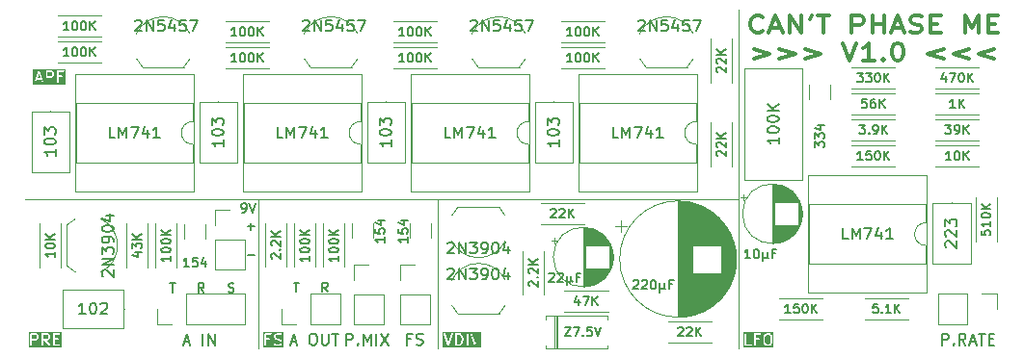
<source format=gto>
G04 #@! TF.GenerationSoftware,KiCad,Pcbnew,8.0.2-8.0.2-0~ubuntu22.04.1*
G04 #@! TF.CreationDate,2024-06-08T14:45:23+02:00*
G04 #@! TF.ProjectId,schematic,73636865-6d61-4746-9963-2e6b69636164,rev?*
G04 #@! TF.SameCoordinates,Original*
G04 #@! TF.FileFunction,Legend,Top*
G04 #@! TF.FilePolarity,Positive*
%FSLAX46Y46*%
G04 Gerber Fmt 4.6, Leading zero omitted, Abs format (unit mm)*
G04 Created by KiCad (PCBNEW 8.0.2-8.0.2-0~ubuntu22.04.1) date 2024-06-08 14:45:23*
%MOMM*%
%LPD*%
G01*
G04 APERTURE LIST*
%ADD10C,0.100000*%
%ADD11C,0.150000*%
%ADD12C,0.300000*%
%ADD13C,0.120000*%
%ADD14R,1.500000X1.500000*%
%ADD15C,1.500000*%
%ADD16C,1.400000*%
%ADD17O,1.400000X1.400000*%
%ADD18R,1.700000X1.700000*%
%ADD19O,1.700000X1.700000*%
%ADD20R,1.600000X1.600000*%
%ADD21O,1.600000X1.600000*%
%ADD22C,1.600000*%
%ADD23R,2.000000X2.000000*%
%ADD24C,2.000000*%
%ADD25C,1.440000*%
%ADD26R,1.800000X1.800000*%
%ADD27O,1.800000X1.800000*%
G04 APERTURE END LIST*
D10*
X117856000Y-113284000D02*
X117856000Y-101854000D01*
X91440000Y-120345200D02*
X91440000Y-107188000D01*
X55168800Y-107188000D02*
X117856000Y-107188000D01*
X117856000Y-113284000D02*
X117856000Y-120345200D01*
X75692000Y-107188000D02*
X75692000Y-120345200D01*
X117856000Y-101854000D02*
X117856000Y-90474800D01*
D11*
X74711160Y-112111533D02*
X75320684Y-112111533D01*
X73047464Y-115324600D02*
X73161750Y-115362695D01*
X73161750Y-115362695D02*
X73352226Y-115362695D01*
X73352226Y-115362695D02*
X73428417Y-115324600D01*
X73428417Y-115324600D02*
X73466512Y-115286504D01*
X73466512Y-115286504D02*
X73504607Y-115210314D01*
X73504607Y-115210314D02*
X73504607Y-115134123D01*
X73504607Y-115134123D02*
X73466512Y-115057933D01*
X73466512Y-115057933D02*
X73428417Y-115019838D01*
X73428417Y-115019838D02*
X73352226Y-114981742D01*
X73352226Y-114981742D02*
X73199845Y-114943647D01*
X73199845Y-114943647D02*
X73123655Y-114905552D01*
X73123655Y-114905552D02*
X73085560Y-114867457D01*
X73085560Y-114867457D02*
X73047464Y-114791266D01*
X73047464Y-114791266D02*
X73047464Y-114715076D01*
X73047464Y-114715076D02*
X73085560Y-114638885D01*
X73085560Y-114638885D02*
X73123655Y-114600790D01*
X73123655Y-114600790D02*
X73199845Y-114562695D01*
X73199845Y-114562695D02*
X73390322Y-114562695D01*
X73390322Y-114562695D02*
X73504607Y-114600790D01*
X70875703Y-115362695D02*
X70609036Y-114981742D01*
X70418560Y-115362695D02*
X70418560Y-114562695D01*
X70418560Y-114562695D02*
X70723322Y-114562695D01*
X70723322Y-114562695D02*
X70799512Y-114600790D01*
X70799512Y-114600790D02*
X70837607Y-114638885D01*
X70837607Y-114638885D02*
X70875703Y-114715076D01*
X70875703Y-114715076D02*
X70875703Y-114829361D01*
X70875703Y-114829361D02*
X70837607Y-114905552D01*
X70837607Y-114905552D02*
X70799512Y-114943647D01*
X70799512Y-114943647D02*
X70723322Y-114981742D01*
X70723322Y-114981742D02*
X70418560Y-114981742D01*
G36*
X57138565Y-119118871D02*
G01*
X57169892Y-119149115D01*
X57205350Y-119217972D01*
X57206335Y-119325604D01*
X57173155Y-119393985D01*
X57142910Y-119425313D01*
X57074222Y-119460684D01*
X56948071Y-119461144D01*
X56945249Y-119460646D01*
X56942915Y-119461162D01*
X56782997Y-119461745D01*
X56782464Y-119086550D01*
X57069798Y-119085503D01*
X57138565Y-119118871D01*
G37*
G36*
X56138565Y-119118871D02*
G01*
X56169892Y-119149115D01*
X56205350Y-119217972D01*
X56206335Y-119325604D01*
X56173155Y-119393985D01*
X56142910Y-119425313D01*
X56074222Y-119460684D01*
X55782997Y-119461745D01*
X55782464Y-119086550D01*
X56069798Y-119085503D01*
X56138565Y-119118871D01*
G37*
G36*
X58369639Y-120197930D02*
G01*
X55522668Y-120197930D01*
X55522668Y-119011819D01*
X55633779Y-119011819D01*
X55635220Y-120026451D01*
X55646419Y-120053487D01*
X55667111Y-120074179D01*
X55694147Y-120085378D01*
X55723411Y-120085378D01*
X55750447Y-120074179D01*
X55771139Y-120053487D01*
X55782338Y-120026451D01*
X55783779Y-120011819D01*
X55783208Y-119610356D01*
X56078081Y-119609282D01*
X56080350Y-119610039D01*
X56091691Y-119609233D01*
X56104363Y-119609187D01*
X56106852Y-119608155D01*
X56109540Y-119607965D01*
X56123272Y-119602710D01*
X56217828Y-119554017D01*
X56226637Y-119550369D01*
X56229539Y-119547986D01*
X56230953Y-119547259D01*
X56232252Y-119545760D01*
X56238002Y-119541042D01*
X56285343Y-119492006D01*
X56291838Y-119486374D01*
X56293817Y-119483228D01*
X56294948Y-119482058D01*
X56295705Y-119480230D01*
X56299670Y-119473931D01*
X56341345Y-119388041D01*
X56342567Y-119386820D01*
X56346236Y-119377960D01*
X56352544Y-119364962D01*
X56352735Y-119362272D01*
X56353766Y-119359784D01*
X56355207Y-119345152D01*
X56354002Y-119213521D01*
X56354618Y-119211675D01*
X56353892Y-119201460D01*
X56353766Y-119187663D01*
X56352735Y-119185174D01*
X56352544Y-119182485D01*
X56347289Y-119168754D01*
X56298597Y-119074199D01*
X56294948Y-119065389D01*
X56292565Y-119062486D01*
X56291838Y-119061073D01*
X56290339Y-119059773D01*
X56285621Y-119054024D01*
X56241906Y-119011819D01*
X56633779Y-119011819D01*
X56635220Y-120026451D01*
X56646419Y-120053487D01*
X56667111Y-120074179D01*
X56694147Y-120085378D01*
X56723411Y-120085378D01*
X56750447Y-120074179D01*
X56771139Y-120053487D01*
X56782338Y-120026451D01*
X56783779Y-120011819D01*
X56783208Y-119610356D01*
X56907431Y-119609904D01*
X57228336Y-120065989D01*
X57253015Y-120081716D01*
X57281832Y-120086802D01*
X57310403Y-120080472D01*
X57334377Y-120063690D01*
X57350104Y-120039012D01*
X57355189Y-120010194D01*
X57348860Y-119981623D01*
X57341650Y-119968810D01*
X57088793Y-119609439D01*
X57091691Y-119609233D01*
X57104363Y-119609187D01*
X57106852Y-119608155D01*
X57109540Y-119607965D01*
X57123272Y-119602710D01*
X57217828Y-119554017D01*
X57226637Y-119550369D01*
X57229539Y-119547986D01*
X57230953Y-119547259D01*
X57232252Y-119545760D01*
X57238002Y-119541042D01*
X57285343Y-119492006D01*
X57291838Y-119486374D01*
X57293817Y-119483228D01*
X57294948Y-119482058D01*
X57295705Y-119480230D01*
X57299670Y-119473931D01*
X57341345Y-119388041D01*
X57342567Y-119386820D01*
X57346236Y-119377960D01*
X57352544Y-119364962D01*
X57352735Y-119362272D01*
X57353766Y-119359784D01*
X57355207Y-119345152D01*
X57354002Y-119213521D01*
X57354618Y-119211675D01*
X57353892Y-119201460D01*
X57353766Y-119187663D01*
X57352735Y-119185174D01*
X57352544Y-119182485D01*
X57347289Y-119168754D01*
X57298597Y-119074199D01*
X57294948Y-119065389D01*
X57292565Y-119062486D01*
X57291838Y-119061073D01*
X57290339Y-119059773D01*
X57285621Y-119054024D01*
X57241906Y-119011819D01*
X57633779Y-119011819D01*
X57635220Y-120026451D01*
X57646419Y-120053487D01*
X57667111Y-120074179D01*
X57694147Y-120085378D01*
X57708779Y-120086819D01*
X58199601Y-120085378D01*
X58226637Y-120074179D01*
X58247329Y-120053487D01*
X58258528Y-120026451D01*
X58258528Y-119997187D01*
X58247329Y-119970151D01*
X58226637Y-119949459D01*
X58199601Y-119938260D01*
X58184969Y-119936819D01*
X57783674Y-119937997D01*
X57783141Y-119562701D01*
X58056744Y-119561568D01*
X58083780Y-119550369D01*
X58104472Y-119529677D01*
X58115671Y-119502641D01*
X58115671Y-119473377D01*
X58104472Y-119446341D01*
X58083780Y-119425649D01*
X58056744Y-119414450D01*
X58042112Y-119413009D01*
X57782930Y-119414082D01*
X57782464Y-119086602D01*
X58199601Y-119085378D01*
X58226637Y-119074179D01*
X58247329Y-119053487D01*
X58258528Y-119026451D01*
X58258528Y-118997187D01*
X58247329Y-118970151D01*
X58226637Y-118949459D01*
X58199601Y-118938260D01*
X58184969Y-118936819D01*
X57694147Y-118938260D01*
X57667111Y-118949459D01*
X57646419Y-118970151D01*
X57635220Y-118997187D01*
X57633779Y-119011819D01*
X57241906Y-119011819D01*
X57236585Y-119006682D01*
X57230953Y-119000188D01*
X57227807Y-118998208D01*
X57226637Y-118997078D01*
X57224809Y-118996320D01*
X57218510Y-118992356D01*
X57132621Y-118950681D01*
X57131399Y-118949459D01*
X57122533Y-118945786D01*
X57109540Y-118939482D01*
X57106852Y-118939291D01*
X57104363Y-118938260D01*
X57089731Y-118936819D01*
X56694147Y-118938260D01*
X56667111Y-118949459D01*
X56646419Y-118970151D01*
X56635220Y-118997187D01*
X56633779Y-119011819D01*
X56241906Y-119011819D01*
X56236585Y-119006682D01*
X56230953Y-119000188D01*
X56227807Y-118998208D01*
X56226637Y-118997078D01*
X56224809Y-118996320D01*
X56218510Y-118992356D01*
X56132621Y-118950681D01*
X56131399Y-118949459D01*
X56122533Y-118945786D01*
X56109540Y-118939482D01*
X56106852Y-118939291D01*
X56104363Y-118938260D01*
X56089731Y-118936819D01*
X55694147Y-118938260D01*
X55667111Y-118949459D01*
X55646419Y-118970151D01*
X55635220Y-118997187D01*
X55633779Y-119011819D01*
X55522668Y-119011819D01*
X55522668Y-118825708D01*
X58369639Y-118825708D01*
X58369639Y-120197930D01*
G37*
G36*
X93353870Y-119123290D02*
G01*
X93428079Y-119196080D01*
X93466770Y-119271215D01*
X93511388Y-119444645D01*
X93512530Y-119569417D01*
X93470504Y-119742540D01*
X93431779Y-119822350D01*
X93357502Y-119898076D01*
X93244423Y-119936867D01*
X93089816Y-119937749D01*
X93088607Y-119086398D01*
X93237274Y-119085551D01*
X93353870Y-119123290D01*
G37*
G36*
X95200443Y-120197930D02*
G01*
X91829400Y-120197930D01*
X91829400Y-119021199D01*
X91940511Y-119021199D01*
X91943771Y-119035536D01*
X92275548Y-120026413D01*
X92275919Y-120031629D01*
X92280083Y-120039959D01*
X92283098Y-120048961D01*
X92286608Y-120053008D01*
X92289005Y-120057802D01*
X92296113Y-120063967D01*
X92302272Y-120071068D01*
X92307061Y-120073462D01*
X92311112Y-120076976D01*
X92320037Y-120079950D01*
X92328445Y-120084155D01*
X92333789Y-120084534D01*
X92338875Y-120086230D01*
X92348255Y-120085563D01*
X92357635Y-120086230D01*
X92362720Y-120084534D01*
X92368065Y-120084155D01*
X92376475Y-120079949D01*
X92385397Y-120076976D01*
X92389444Y-120073465D01*
X92394238Y-120071069D01*
X92400401Y-120063963D01*
X92407505Y-120057802D01*
X92409900Y-120053010D01*
X92413412Y-120048962D01*
X92419406Y-120035536D01*
X92755999Y-119021200D01*
X92755332Y-119011819D01*
X92939922Y-119011819D01*
X92941363Y-120026451D01*
X92952562Y-120053487D01*
X92973254Y-120074179D01*
X93000290Y-120085378D01*
X93014922Y-120086819D01*
X93251691Y-120085468D01*
X93262397Y-120086230D01*
X93266105Y-120085386D01*
X93267649Y-120085378D01*
X93269480Y-120084619D01*
X93276734Y-120082970D01*
X93408524Y-120037759D01*
X93410506Y-120037759D01*
X93420058Y-120033802D01*
X93433016Y-120029357D01*
X93435051Y-120027591D01*
X93437542Y-120026560D01*
X93448907Y-120017233D01*
X93542839Y-119921468D01*
X93550362Y-119914945D01*
X93552374Y-119911748D01*
X93553473Y-119910628D01*
X93554230Y-119908798D01*
X93558194Y-119902502D01*
X93602462Y-119811269D01*
X93606545Y-119805759D01*
X93610480Y-119794743D01*
X93611068Y-119793533D01*
X93611106Y-119792992D01*
X93611492Y-119791913D01*
X93656732Y-119605547D01*
X93659909Y-119597879D01*
X93660806Y-119588764D01*
X93661261Y-119586893D01*
X93661098Y-119585800D01*
X93661350Y-119583247D01*
X93660082Y-119444667D01*
X93661261Y-119436744D01*
X93659926Y-119427719D01*
X93659909Y-119425758D01*
X93659486Y-119424736D01*
X93659111Y-119422200D01*
X93611593Y-119237501D01*
X93611068Y-119230104D01*
X93606864Y-119219121D01*
X93606545Y-119217878D01*
X93606222Y-119217442D01*
X93605813Y-119216373D01*
X93557124Y-119121823D01*
X93553473Y-119113008D01*
X93551088Y-119110102D01*
X93550362Y-119108692D01*
X93548865Y-119107393D01*
X93544145Y-119101643D01*
X93455974Y-119015158D01*
X93455123Y-119013455D01*
X93453237Y-119011819D01*
X93939922Y-119011819D01*
X93941363Y-120026451D01*
X93952562Y-120053487D01*
X93973254Y-120074179D01*
X94000290Y-120085378D01*
X94029554Y-120085378D01*
X94056590Y-120074179D01*
X94077282Y-120053487D01*
X94088481Y-120026451D01*
X94089922Y-120011819D01*
X94088515Y-119021199D01*
X94273844Y-119021199D01*
X94277104Y-119035536D01*
X94608881Y-120026413D01*
X94609252Y-120031629D01*
X94613416Y-120039959D01*
X94616431Y-120048961D01*
X94619941Y-120053008D01*
X94622338Y-120057802D01*
X94629446Y-120063967D01*
X94635605Y-120071068D01*
X94640394Y-120073462D01*
X94644445Y-120076976D01*
X94653370Y-120079950D01*
X94661778Y-120084155D01*
X94667122Y-120084534D01*
X94672208Y-120086230D01*
X94681588Y-120085563D01*
X94690968Y-120086230D01*
X94696053Y-120084534D01*
X94701398Y-120084155D01*
X94709808Y-120079949D01*
X94718730Y-120076976D01*
X94722777Y-120073465D01*
X94727571Y-120071069D01*
X94733734Y-120063963D01*
X94740838Y-120057802D01*
X94743233Y-120053010D01*
X94746745Y-120048962D01*
X94752739Y-120035536D01*
X95089332Y-119021200D01*
X95087257Y-118992010D01*
X95074171Y-118965836D01*
X95052063Y-118946662D01*
X95024301Y-118937408D01*
X94995111Y-118939483D01*
X94968938Y-118952570D01*
X94949764Y-118974677D01*
X94943770Y-118988102D01*
X94682020Y-119776895D01*
X94413412Y-118974676D01*
X94394238Y-118952569D01*
X94368065Y-118939483D01*
X94338875Y-118937408D01*
X94311112Y-118946662D01*
X94289005Y-118965836D01*
X94275919Y-118992009D01*
X94273844Y-119021199D01*
X94088515Y-119021199D01*
X94088481Y-118997187D01*
X94077282Y-118970151D01*
X94056590Y-118949459D01*
X94029554Y-118938260D01*
X94000290Y-118938260D01*
X93973254Y-118949459D01*
X93952562Y-118970151D01*
X93941363Y-118997187D01*
X93939922Y-119011819D01*
X93453237Y-119011819D01*
X93447480Y-119006826D01*
X93437542Y-118997078D01*
X93435051Y-118996046D01*
X93433016Y-118994281D01*
X93419591Y-118988287D01*
X93277012Y-118942138D01*
X93267649Y-118938260D01*
X93263883Y-118937889D01*
X93262397Y-118937408D01*
X93260422Y-118937548D01*
X93253017Y-118936819D01*
X93000290Y-118938260D01*
X92973254Y-118949459D01*
X92952562Y-118970151D01*
X92941363Y-118997187D01*
X92939922Y-119011819D01*
X92755332Y-119011819D01*
X92753924Y-118992010D01*
X92740838Y-118965836D01*
X92718730Y-118946662D01*
X92690968Y-118937408D01*
X92661778Y-118939483D01*
X92635605Y-118952570D01*
X92616431Y-118974677D01*
X92610437Y-118988102D01*
X92348687Y-119776895D01*
X92080079Y-118974676D01*
X92060905Y-118952569D01*
X92034732Y-118939483D01*
X92005542Y-118937408D01*
X91977779Y-118946662D01*
X91955672Y-118965836D01*
X91942586Y-118992009D01*
X91940511Y-119021199D01*
X91829400Y-119021199D01*
X91829400Y-118825708D01*
X95200443Y-118825708D01*
X95200443Y-120197930D01*
G37*
X83394779Y-120011819D02*
X83394779Y-119011819D01*
X83394779Y-119011819D02*
X83775731Y-119011819D01*
X83775731Y-119011819D02*
X83870969Y-119059438D01*
X83870969Y-119059438D02*
X83918588Y-119107057D01*
X83918588Y-119107057D02*
X83966207Y-119202295D01*
X83966207Y-119202295D02*
X83966207Y-119345152D01*
X83966207Y-119345152D02*
X83918588Y-119440390D01*
X83918588Y-119440390D02*
X83870969Y-119488009D01*
X83870969Y-119488009D02*
X83775731Y-119535628D01*
X83775731Y-119535628D02*
X83394779Y-119535628D01*
X84394779Y-119916580D02*
X84442398Y-119964200D01*
X84442398Y-119964200D02*
X84394779Y-120011819D01*
X84394779Y-120011819D02*
X84347160Y-119964200D01*
X84347160Y-119964200D02*
X84394779Y-119916580D01*
X84394779Y-119916580D02*
X84394779Y-120011819D01*
X84870969Y-120011819D02*
X84870969Y-119011819D01*
X84870969Y-119011819D02*
X85204302Y-119726104D01*
X85204302Y-119726104D02*
X85537635Y-119011819D01*
X85537635Y-119011819D02*
X85537635Y-120011819D01*
X86013826Y-120011819D02*
X86013826Y-119011819D01*
X86394778Y-119011819D02*
X87061444Y-120011819D01*
X87061444Y-119011819D02*
X86394778Y-120011819D01*
G36*
X56542317Y-96537406D02*
G01*
X56272277Y-96538199D01*
X56406822Y-96132742D01*
X56542317Y-96537406D01*
G37*
G36*
X57503708Y-96004871D02*
G01*
X57535035Y-96035115D01*
X57570493Y-96103972D01*
X57571478Y-96211604D01*
X57538298Y-96279985D01*
X57508053Y-96311313D01*
X57439365Y-96346684D01*
X57148140Y-96347745D01*
X57147607Y-95972550D01*
X57434941Y-95971503D01*
X57503708Y-96004871D01*
G37*
G36*
X58734782Y-97083341D02*
G01*
X55888400Y-97083341D01*
X55888400Y-96888439D01*
X55999511Y-96888439D01*
X56001586Y-96917629D01*
X56014672Y-96943802D01*
X56036779Y-96962976D01*
X56064542Y-96972230D01*
X56093732Y-96970155D01*
X56119905Y-96957069D01*
X56139079Y-96934962D01*
X56145073Y-96921536D01*
X56222918Y-96686946D01*
X56592024Y-96685862D01*
X56675431Y-96934961D01*
X56694605Y-96957068D01*
X56720778Y-96970155D01*
X56749968Y-96972230D01*
X56777730Y-96962976D01*
X56799838Y-96943802D01*
X56812924Y-96917628D01*
X56814999Y-96888438D01*
X56811739Y-96874102D01*
X56484848Y-95897819D01*
X56998922Y-95897819D01*
X57000363Y-96912451D01*
X57011562Y-96939487D01*
X57032254Y-96960179D01*
X57059290Y-96971378D01*
X57088554Y-96971378D01*
X57115590Y-96960179D01*
X57136282Y-96939487D01*
X57147481Y-96912451D01*
X57148922Y-96897819D01*
X57148351Y-96496356D01*
X57443224Y-96495282D01*
X57445493Y-96496039D01*
X57456834Y-96495233D01*
X57469506Y-96495187D01*
X57471995Y-96494155D01*
X57474683Y-96493965D01*
X57488415Y-96488710D01*
X57582971Y-96440017D01*
X57591780Y-96436369D01*
X57594682Y-96433986D01*
X57596096Y-96433259D01*
X57597395Y-96431760D01*
X57603145Y-96427042D01*
X57650486Y-96378006D01*
X57656981Y-96372374D01*
X57658960Y-96369228D01*
X57660091Y-96368058D01*
X57660848Y-96366230D01*
X57664813Y-96359931D01*
X57706488Y-96274041D01*
X57707710Y-96272820D01*
X57711379Y-96263960D01*
X57717687Y-96250962D01*
X57717878Y-96248272D01*
X57718909Y-96245784D01*
X57720350Y-96231152D01*
X57719145Y-96099521D01*
X57719761Y-96097675D01*
X57719035Y-96087460D01*
X57718909Y-96073663D01*
X57717878Y-96071174D01*
X57717687Y-96068485D01*
X57712432Y-96054754D01*
X57663740Y-95960199D01*
X57660091Y-95951389D01*
X57657708Y-95948486D01*
X57656981Y-95947073D01*
X57655482Y-95945773D01*
X57650764Y-95940024D01*
X57607049Y-95897819D01*
X57998922Y-95897819D01*
X58000363Y-96912451D01*
X58011562Y-96939487D01*
X58032254Y-96960179D01*
X58059290Y-96971378D01*
X58088554Y-96971378D01*
X58115590Y-96960179D01*
X58136282Y-96939487D01*
X58147481Y-96912451D01*
X58148922Y-96897819D01*
X58148284Y-96448701D01*
X58421887Y-96447568D01*
X58448923Y-96436369D01*
X58469615Y-96415677D01*
X58480814Y-96388641D01*
X58480814Y-96359377D01*
X58469615Y-96332341D01*
X58448923Y-96311649D01*
X58421887Y-96300450D01*
X58407255Y-96299009D01*
X58148073Y-96300082D01*
X58147607Y-95972602D01*
X58564744Y-95971378D01*
X58591780Y-95960179D01*
X58612472Y-95939487D01*
X58623671Y-95912451D01*
X58623671Y-95883187D01*
X58612472Y-95856151D01*
X58591780Y-95835459D01*
X58564744Y-95824260D01*
X58550112Y-95822819D01*
X58059290Y-95824260D01*
X58032254Y-95835459D01*
X58011562Y-95856151D01*
X58000363Y-95883187D01*
X57998922Y-95897819D01*
X57607049Y-95897819D01*
X57601728Y-95892682D01*
X57596096Y-95886188D01*
X57592950Y-95884208D01*
X57591780Y-95883078D01*
X57589952Y-95882320D01*
X57583653Y-95878356D01*
X57497764Y-95836681D01*
X57496542Y-95835459D01*
X57487676Y-95831786D01*
X57474683Y-95825482D01*
X57471995Y-95825291D01*
X57469506Y-95824260D01*
X57454874Y-95822819D01*
X57059290Y-95824260D01*
X57032254Y-95835459D01*
X57011562Y-95856151D01*
X57000363Y-95883187D01*
X56998922Y-95897819D01*
X56484848Y-95897819D01*
X56479961Y-95883223D01*
X56479591Y-95878010D01*
X56475427Y-95869683D01*
X56472412Y-95860676D01*
X56468900Y-95856627D01*
X56466505Y-95851836D01*
X56459401Y-95845674D01*
X56453238Y-95838569D01*
X56448444Y-95836172D01*
X56444397Y-95832662D01*
X56435475Y-95829688D01*
X56427065Y-95825483D01*
X56421720Y-95825103D01*
X56416635Y-95823408D01*
X56407255Y-95824074D01*
X56397875Y-95823408D01*
X56392789Y-95825103D01*
X56387445Y-95825483D01*
X56379037Y-95829687D01*
X56370112Y-95832662D01*
X56366061Y-95836175D01*
X56361272Y-95838570D01*
X56355113Y-95845670D01*
X56348005Y-95851836D01*
X56345608Y-95856629D01*
X56342098Y-95860677D01*
X56336104Y-95874102D01*
X56097929Y-96591850D01*
X56095601Y-96597472D01*
X56095601Y-96598867D01*
X55999511Y-96888439D01*
X55888400Y-96888439D01*
X55888400Y-95711708D01*
X58734782Y-95711708D01*
X58734782Y-97083341D01*
G37*
X89062112Y-119488009D02*
X88728779Y-119488009D01*
X88728779Y-120011819D02*
X88728779Y-119011819D01*
X88728779Y-119011819D02*
X89204969Y-119011819D01*
X89538303Y-119964200D02*
X89681160Y-120011819D01*
X89681160Y-120011819D02*
X89919255Y-120011819D01*
X89919255Y-120011819D02*
X90014493Y-119964200D01*
X90014493Y-119964200D02*
X90062112Y-119916580D01*
X90062112Y-119916580D02*
X90109731Y-119821342D01*
X90109731Y-119821342D02*
X90109731Y-119726104D01*
X90109731Y-119726104D02*
X90062112Y-119630866D01*
X90062112Y-119630866D02*
X90014493Y-119583247D01*
X90014493Y-119583247D02*
X89919255Y-119535628D01*
X89919255Y-119535628D02*
X89728779Y-119488009D01*
X89728779Y-119488009D02*
X89633541Y-119440390D01*
X89633541Y-119440390D02*
X89585922Y-119392771D01*
X89585922Y-119392771D02*
X89538303Y-119297533D01*
X89538303Y-119297533D02*
X89538303Y-119202295D01*
X89538303Y-119202295D02*
X89585922Y-119107057D01*
X89585922Y-119107057D02*
X89633541Y-119059438D01*
X89633541Y-119059438D02*
X89728779Y-119011819D01*
X89728779Y-119011819D02*
X89966874Y-119011819D01*
X89966874Y-119011819D02*
X90109731Y-119059438D01*
X74711160Y-109571533D02*
X75320684Y-109571533D01*
X75015922Y-109876295D02*
X75015922Y-109266771D01*
D12*
X119971771Y-92391455D02*
X119886057Y-92462884D01*
X119886057Y-92462884D02*
X119628914Y-92534312D01*
X119628914Y-92534312D02*
X119457486Y-92534312D01*
X119457486Y-92534312D02*
X119200343Y-92462884D01*
X119200343Y-92462884D02*
X119028914Y-92320026D01*
X119028914Y-92320026D02*
X118943200Y-92177169D01*
X118943200Y-92177169D02*
X118857486Y-91891455D01*
X118857486Y-91891455D02*
X118857486Y-91677169D01*
X118857486Y-91677169D02*
X118943200Y-91391455D01*
X118943200Y-91391455D02*
X119028914Y-91248598D01*
X119028914Y-91248598D02*
X119200343Y-91105741D01*
X119200343Y-91105741D02*
X119457486Y-91034312D01*
X119457486Y-91034312D02*
X119628914Y-91034312D01*
X119628914Y-91034312D02*
X119886057Y-91105741D01*
X119886057Y-91105741D02*
X119971771Y-91177169D01*
X120657486Y-92105741D02*
X121514629Y-92105741D01*
X120486057Y-92534312D02*
X121086057Y-91034312D01*
X121086057Y-91034312D02*
X121686057Y-92534312D01*
X122286057Y-92534312D02*
X122286057Y-91034312D01*
X122286057Y-91034312D02*
X123314628Y-92534312D01*
X123314628Y-92534312D02*
X123314628Y-91034312D01*
X124257485Y-91034312D02*
X124086057Y-91320026D01*
X124771771Y-91034312D02*
X125800343Y-91034312D01*
X125286057Y-92534312D02*
X125286057Y-91034312D01*
X127771772Y-92534312D02*
X127771772Y-91034312D01*
X127771772Y-91034312D02*
X128457486Y-91034312D01*
X128457486Y-91034312D02*
X128628915Y-91105741D01*
X128628915Y-91105741D02*
X128714629Y-91177169D01*
X128714629Y-91177169D02*
X128800343Y-91320026D01*
X128800343Y-91320026D02*
X128800343Y-91534312D01*
X128800343Y-91534312D02*
X128714629Y-91677169D01*
X128714629Y-91677169D02*
X128628915Y-91748598D01*
X128628915Y-91748598D02*
X128457486Y-91820026D01*
X128457486Y-91820026D02*
X127771772Y-91820026D01*
X129571772Y-92534312D02*
X129571772Y-91034312D01*
X129571772Y-91748598D02*
X130600343Y-91748598D01*
X130600343Y-92534312D02*
X130600343Y-91034312D01*
X131371772Y-92105741D02*
X132228915Y-92105741D01*
X131200343Y-92534312D02*
X131800343Y-91034312D01*
X131800343Y-91034312D02*
X132400343Y-92534312D01*
X132914629Y-92462884D02*
X133171772Y-92534312D01*
X133171772Y-92534312D02*
X133600343Y-92534312D01*
X133600343Y-92534312D02*
X133771772Y-92462884D01*
X133771772Y-92462884D02*
X133857486Y-92391455D01*
X133857486Y-92391455D02*
X133943200Y-92248598D01*
X133943200Y-92248598D02*
X133943200Y-92105741D01*
X133943200Y-92105741D02*
X133857486Y-91962884D01*
X133857486Y-91962884D02*
X133771772Y-91891455D01*
X133771772Y-91891455D02*
X133600343Y-91820026D01*
X133600343Y-91820026D02*
X133257486Y-91748598D01*
X133257486Y-91748598D02*
X133086057Y-91677169D01*
X133086057Y-91677169D02*
X133000343Y-91605741D01*
X133000343Y-91605741D02*
X132914629Y-91462884D01*
X132914629Y-91462884D02*
X132914629Y-91320026D01*
X132914629Y-91320026D02*
X133000343Y-91177169D01*
X133000343Y-91177169D02*
X133086057Y-91105741D01*
X133086057Y-91105741D02*
X133257486Y-91034312D01*
X133257486Y-91034312D02*
X133686057Y-91034312D01*
X133686057Y-91034312D02*
X133943200Y-91105741D01*
X134714629Y-91748598D02*
X135314629Y-91748598D01*
X135571772Y-92534312D02*
X134714629Y-92534312D01*
X134714629Y-92534312D02*
X134714629Y-91034312D01*
X134714629Y-91034312D02*
X135571772Y-91034312D01*
X137714629Y-92534312D02*
X137714629Y-91034312D01*
X137714629Y-91034312D02*
X138314629Y-92105741D01*
X138314629Y-92105741D02*
X138914629Y-91034312D01*
X138914629Y-91034312D02*
X138914629Y-92534312D01*
X139771772Y-91748598D02*
X140371772Y-91748598D01*
X140628915Y-92534312D02*
X139771772Y-92534312D01*
X139771772Y-92534312D02*
X139771772Y-91034312D01*
X139771772Y-91034312D02*
X140628915Y-91034312D01*
X119200343Y-93949228D02*
X120571772Y-94377800D01*
X120571772Y-94377800D02*
X119200343Y-94806371D01*
X121428914Y-93949228D02*
X122800343Y-94377800D01*
X122800343Y-94377800D02*
X121428914Y-94806371D01*
X123657485Y-93949228D02*
X125028914Y-94377800D01*
X125028914Y-94377800D02*
X123657485Y-94806371D01*
X127000342Y-93449228D02*
X127600342Y-94949228D01*
X127600342Y-94949228D02*
X128200342Y-93449228D01*
X129743199Y-94949228D02*
X128714628Y-94949228D01*
X129228913Y-94949228D02*
X129228913Y-93449228D01*
X129228913Y-93449228D02*
X129057485Y-93663514D01*
X129057485Y-93663514D02*
X128886056Y-93806371D01*
X128886056Y-93806371D02*
X128714628Y-93877800D01*
X130514628Y-94806371D02*
X130600342Y-94877800D01*
X130600342Y-94877800D02*
X130514628Y-94949228D01*
X130514628Y-94949228D02*
X130428914Y-94877800D01*
X130428914Y-94877800D02*
X130514628Y-94806371D01*
X130514628Y-94806371D02*
X130514628Y-94949228D01*
X131714628Y-93449228D02*
X131886057Y-93449228D01*
X131886057Y-93449228D02*
X132057485Y-93520657D01*
X132057485Y-93520657D02*
X132143200Y-93592085D01*
X132143200Y-93592085D02*
X132228914Y-93734942D01*
X132228914Y-93734942D02*
X132314628Y-94020657D01*
X132314628Y-94020657D02*
X132314628Y-94377800D01*
X132314628Y-94377800D02*
X132228914Y-94663514D01*
X132228914Y-94663514D02*
X132143200Y-94806371D01*
X132143200Y-94806371D02*
X132057485Y-94877800D01*
X132057485Y-94877800D02*
X131886057Y-94949228D01*
X131886057Y-94949228D02*
X131714628Y-94949228D01*
X131714628Y-94949228D02*
X131543200Y-94877800D01*
X131543200Y-94877800D02*
X131457485Y-94806371D01*
X131457485Y-94806371D02*
X131371771Y-94663514D01*
X131371771Y-94663514D02*
X131286057Y-94377800D01*
X131286057Y-94377800D02*
X131286057Y-94020657D01*
X131286057Y-94020657D02*
X131371771Y-93734942D01*
X131371771Y-93734942D02*
X131457485Y-93592085D01*
X131457485Y-93592085D02*
X131543200Y-93520657D01*
X131543200Y-93520657D02*
X131714628Y-93449228D01*
X135828915Y-93949228D02*
X134457486Y-94377800D01*
X134457486Y-94377800D02*
X135828915Y-94806371D01*
X138057486Y-93949228D02*
X136686057Y-94377800D01*
X136686057Y-94377800D02*
X138057486Y-94806371D01*
X140286057Y-93949228D02*
X138914628Y-94377800D01*
X138914628Y-94377800D02*
X140286057Y-94806371D01*
D11*
X78762474Y-114511895D02*
X79219617Y-114511895D01*
X78991045Y-115311895D02*
X78991045Y-114511895D01*
X78521160Y-119726104D02*
X78997350Y-119726104D01*
X78425922Y-120011819D02*
X78759255Y-119011819D01*
X78759255Y-119011819D02*
X79092588Y-120011819D01*
X80378303Y-119011819D02*
X80568779Y-119011819D01*
X80568779Y-119011819D02*
X80664017Y-119059438D01*
X80664017Y-119059438D02*
X80759255Y-119154676D01*
X80759255Y-119154676D02*
X80806874Y-119345152D01*
X80806874Y-119345152D02*
X80806874Y-119678485D01*
X80806874Y-119678485D02*
X80759255Y-119868961D01*
X80759255Y-119868961D02*
X80664017Y-119964200D01*
X80664017Y-119964200D02*
X80568779Y-120011819D01*
X80568779Y-120011819D02*
X80378303Y-120011819D01*
X80378303Y-120011819D02*
X80283065Y-119964200D01*
X80283065Y-119964200D02*
X80187827Y-119868961D01*
X80187827Y-119868961D02*
X80140208Y-119678485D01*
X80140208Y-119678485D02*
X80140208Y-119345152D01*
X80140208Y-119345152D02*
X80187827Y-119154676D01*
X80187827Y-119154676D02*
X80283065Y-119059438D01*
X80283065Y-119059438D02*
X80378303Y-119011819D01*
X81235446Y-119011819D02*
X81235446Y-119821342D01*
X81235446Y-119821342D02*
X81283065Y-119916580D01*
X81283065Y-119916580D02*
X81330684Y-119964200D01*
X81330684Y-119964200D02*
X81425922Y-120011819D01*
X81425922Y-120011819D02*
X81616398Y-120011819D01*
X81616398Y-120011819D02*
X81711636Y-119964200D01*
X81711636Y-119964200D02*
X81759255Y-119916580D01*
X81759255Y-119916580D02*
X81806874Y-119821342D01*
X81806874Y-119821342D02*
X81806874Y-119011819D01*
X82140208Y-119011819D02*
X82711636Y-119011819D01*
X82425922Y-120011819D02*
X82425922Y-119011819D01*
X69123160Y-119726104D02*
X69599350Y-119726104D01*
X69027922Y-120011819D02*
X69361255Y-119011819D01*
X69361255Y-119011819D02*
X69694588Y-120011819D01*
X70789827Y-120011819D02*
X70789827Y-119011819D01*
X71266017Y-120011819D02*
X71266017Y-119011819D01*
X71266017Y-119011819D02*
X71837445Y-120011819D01*
X71837445Y-120011819D02*
X71837445Y-119011819D01*
X67891274Y-114562695D02*
X68348417Y-114562695D01*
X68119845Y-115362695D02*
X68119845Y-114562695D01*
G36*
X120543025Y-119118770D02*
G01*
X120616817Y-119191152D01*
X120657510Y-119349323D01*
X120658813Y-119664077D01*
X120618699Y-119829325D01*
X120548232Y-119901166D01*
X120478786Y-119936928D01*
X120323617Y-119938018D01*
X120255295Y-119904867D01*
X120181502Y-119832485D01*
X120140809Y-119674313D01*
X120139506Y-119359559D01*
X120179620Y-119194311D01*
X120250088Y-119122470D01*
X120319533Y-119086709D01*
X120474702Y-119085619D01*
X120543025Y-119118770D01*
G37*
G36*
X120918604Y-120197930D02*
G01*
X118260668Y-120197930D01*
X118260668Y-119011819D01*
X118371779Y-119011819D01*
X118373220Y-120026451D01*
X118384419Y-120053487D01*
X118405111Y-120074179D01*
X118432147Y-120085378D01*
X118446779Y-120086819D01*
X118937601Y-120085378D01*
X118964637Y-120074179D01*
X118985329Y-120053487D01*
X118996528Y-120026451D01*
X118996528Y-119997187D01*
X118985329Y-119970151D01*
X118964637Y-119949459D01*
X118937601Y-119938260D01*
X118922969Y-119936819D01*
X118521674Y-119937997D01*
X118520359Y-119011819D01*
X119181303Y-119011819D01*
X119182744Y-120026451D01*
X119193943Y-120053487D01*
X119214635Y-120074179D01*
X119241671Y-120085378D01*
X119270935Y-120085378D01*
X119297971Y-120074179D01*
X119318663Y-120053487D01*
X119329862Y-120026451D01*
X119331303Y-120011819D01*
X119330665Y-119562701D01*
X119604268Y-119561568D01*
X119631304Y-119550369D01*
X119651996Y-119529677D01*
X119663195Y-119502641D01*
X119663195Y-119473377D01*
X119651996Y-119446341D01*
X119631304Y-119425649D01*
X119604268Y-119414450D01*
X119589636Y-119413009D01*
X119330454Y-119414082D01*
X119330356Y-119345152D01*
X119990827Y-119345152D01*
X119992187Y-119673588D01*
X119990916Y-119682131D01*
X119992260Y-119691223D01*
X119992268Y-119693117D01*
X119992690Y-119694138D01*
X119993066Y-119696675D01*
X120039887Y-119878666D01*
X120039887Y-119883592D01*
X120043231Y-119891667D01*
X120045632Y-119900997D01*
X120048951Y-119905476D01*
X120051085Y-119910628D01*
X120060413Y-119921994D01*
X120156180Y-120015932D01*
X120162700Y-120023450D01*
X120165893Y-120025460D01*
X120167016Y-120026561D01*
X120168848Y-120027319D01*
X120175143Y-120031282D01*
X120261032Y-120072957D01*
X120262254Y-120074179D01*
X120271113Y-120077848D01*
X120284112Y-120084156D01*
X120286801Y-120084347D01*
X120289290Y-120085378D01*
X120303922Y-120086819D01*
X120483009Y-120085560D01*
X120485017Y-120086230D01*
X120495689Y-120085471D01*
X120509030Y-120085378D01*
X120511519Y-120084346D01*
X120514207Y-120084156D01*
X120527939Y-120078901D01*
X120622493Y-120030209D01*
X120631304Y-120026560D01*
X120634206Y-120024177D01*
X120635620Y-120023450D01*
X120636919Y-120021951D01*
X120642669Y-120017233D01*
X120731264Y-119926909D01*
X120735266Y-119924509D01*
X120740351Y-119917645D01*
X120747235Y-119910628D01*
X120749368Y-119905476D01*
X120752688Y-119900997D01*
X120757635Y-119887151D01*
X120802875Y-119700785D01*
X120806052Y-119693117D01*
X120806949Y-119684002D01*
X120807404Y-119682131D01*
X120807241Y-119681038D01*
X120807493Y-119678485D01*
X120806132Y-119350048D01*
X120807404Y-119341506D01*
X120806059Y-119332413D01*
X120806052Y-119330520D01*
X120805629Y-119329498D01*
X120805254Y-119326962D01*
X120758433Y-119144970D01*
X120758433Y-119140045D01*
X120755087Y-119131968D01*
X120752688Y-119122640D01*
X120749369Y-119118161D01*
X120747235Y-119113008D01*
X120737907Y-119101643D01*
X120642144Y-119007711D01*
X120635620Y-119000188D01*
X120632423Y-118998175D01*
X120631304Y-118997078D01*
X120629476Y-118996320D01*
X120623177Y-118992356D01*
X120537288Y-118950681D01*
X120536066Y-118949459D01*
X120527200Y-118945786D01*
X120514207Y-118939482D01*
X120511519Y-118939291D01*
X120509030Y-118938260D01*
X120494398Y-118936819D01*
X120315309Y-118938077D01*
X120313302Y-118937408D01*
X120302629Y-118938166D01*
X120289290Y-118938260D01*
X120286801Y-118939290D01*
X120284112Y-118939482D01*
X120270381Y-118944737D01*
X120175831Y-118993425D01*
X120167016Y-118997077D01*
X120164110Y-118999461D01*
X120162700Y-119000188D01*
X120161401Y-119001684D01*
X120155651Y-119006405D01*
X120067055Y-119096726D01*
X120063054Y-119099128D01*
X120057967Y-119105991D01*
X120051086Y-119113008D01*
X120048952Y-119118158D01*
X120045632Y-119122640D01*
X120040685Y-119136486D01*
X119995444Y-119322851D01*
X119992268Y-119330520D01*
X119991370Y-119339634D01*
X119990916Y-119341506D01*
X119991078Y-119342598D01*
X119990827Y-119345152D01*
X119330356Y-119345152D01*
X119329988Y-119086602D01*
X119747125Y-119085378D01*
X119774161Y-119074179D01*
X119794853Y-119053487D01*
X119806052Y-119026451D01*
X119806052Y-118997187D01*
X119794853Y-118970151D01*
X119774161Y-118949459D01*
X119747125Y-118938260D01*
X119732493Y-118936819D01*
X119241671Y-118938260D01*
X119214635Y-118949459D01*
X119193943Y-118970151D01*
X119182744Y-118997187D01*
X119181303Y-119011819D01*
X118520359Y-119011819D01*
X118520338Y-118997187D01*
X118509139Y-118970151D01*
X118488447Y-118949459D01*
X118461411Y-118938260D01*
X118432147Y-118938260D01*
X118405111Y-118949459D01*
X118384419Y-118970151D01*
X118373220Y-118997187D01*
X118371779Y-119011819D01*
X118260668Y-119011819D01*
X118260668Y-118825708D01*
X120918604Y-118825708D01*
X120918604Y-120197930D01*
G37*
X81721503Y-115311895D02*
X81454836Y-114930942D01*
X81264360Y-115311895D02*
X81264360Y-114511895D01*
X81264360Y-114511895D02*
X81569122Y-114511895D01*
X81569122Y-114511895D02*
X81645312Y-114549990D01*
X81645312Y-114549990D02*
X81683407Y-114588085D01*
X81683407Y-114588085D02*
X81721503Y-114664276D01*
X81721503Y-114664276D02*
X81721503Y-114778561D01*
X81721503Y-114778561D02*
X81683407Y-114854752D01*
X81683407Y-114854752D02*
X81645312Y-114892847D01*
X81645312Y-114892847D02*
X81569122Y-114930942D01*
X81569122Y-114930942D02*
X81264360Y-114930942D01*
G36*
X77849842Y-120197930D02*
G01*
X76096668Y-120197930D01*
X76096668Y-119011819D01*
X76207779Y-119011819D01*
X76209220Y-120026451D01*
X76220419Y-120053487D01*
X76241111Y-120074179D01*
X76268147Y-120085378D01*
X76297411Y-120085378D01*
X76324447Y-120074179D01*
X76345139Y-120053487D01*
X76356338Y-120026451D01*
X76357779Y-120011819D01*
X76357141Y-119562701D01*
X76630744Y-119561568D01*
X76657780Y-119550369D01*
X76678472Y-119529677D01*
X76689671Y-119502641D01*
X76689671Y-119473377D01*
X76678472Y-119446341D01*
X76657780Y-119425649D01*
X76630744Y-119414450D01*
X76616112Y-119413009D01*
X76356930Y-119414082D01*
X76356629Y-119202295D01*
X77017303Y-119202295D01*
X77018408Y-119286601D01*
X77017892Y-119288152D01*
X77018550Y-119297421D01*
X77018744Y-119312165D01*
X77019775Y-119314654D01*
X77019966Y-119317342D01*
X77025221Y-119331074D01*
X77073913Y-119425630D01*
X77077562Y-119434439D01*
X77079944Y-119437341D01*
X77080672Y-119438755D01*
X77082170Y-119440054D01*
X77086889Y-119445804D01*
X77135924Y-119493145D01*
X77141557Y-119499640D01*
X77144702Y-119501619D01*
X77145873Y-119502750D01*
X77147700Y-119503507D01*
X77154000Y-119507472D01*
X77245232Y-119551740D01*
X77250743Y-119555823D01*
X77261758Y-119559758D01*
X77262969Y-119560346D01*
X77263509Y-119560384D01*
X77264589Y-119560770D01*
X77442072Y-119603854D01*
X77522089Y-119642680D01*
X77553416Y-119672924D01*
X77588938Y-119741905D01*
X77589727Y-119802066D01*
X77556679Y-119870175D01*
X77526433Y-119901504D01*
X77457683Y-119936907D01*
X77250902Y-119938086D01*
X77101683Y-119889789D01*
X77072493Y-119891864D01*
X77046320Y-119904950D01*
X77027146Y-119927057D01*
X77017892Y-119954820D01*
X77019967Y-119984010D01*
X77033053Y-120010183D01*
X77055160Y-120029357D01*
X77068586Y-120035351D01*
X77211167Y-120081500D01*
X77220528Y-120085378D01*
X77224291Y-120085748D01*
X77225779Y-120086230D01*
X77227753Y-120086089D01*
X77235160Y-120086819D01*
X77461764Y-120085526D01*
X77463874Y-120086230D01*
X77474816Y-120085452D01*
X77487887Y-120085378D01*
X77490376Y-120084346D01*
X77493064Y-120084156D01*
X77506796Y-120078901D01*
X77601350Y-120030209D01*
X77610161Y-120026560D01*
X77613063Y-120024177D01*
X77614477Y-120023450D01*
X77615777Y-120021950D01*
X77621527Y-120017232D01*
X77668868Y-119968195D01*
X77675362Y-119962564D01*
X77677341Y-119959418D01*
X77678473Y-119958247D01*
X77679230Y-119956417D01*
X77683194Y-119950121D01*
X77724869Y-119864231D01*
X77726091Y-119863010D01*
X77729760Y-119854150D01*
X77736068Y-119841152D01*
X77736259Y-119838462D01*
X77737290Y-119835974D01*
X77738731Y-119821342D01*
X77737625Y-119737034D01*
X77738142Y-119735484D01*
X77737483Y-119726213D01*
X77737290Y-119711472D01*
X77736259Y-119708983D01*
X77736068Y-119706294D01*
X77730813Y-119692563D01*
X77682121Y-119598008D01*
X77678472Y-119589198D01*
X77676089Y-119586295D01*
X77675362Y-119584882D01*
X77673863Y-119583582D01*
X77669145Y-119577833D01*
X77620109Y-119530491D01*
X77614477Y-119523997D01*
X77611331Y-119522017D01*
X77610161Y-119520887D01*
X77608333Y-119520129D01*
X77602034Y-119516165D01*
X77510802Y-119471898D01*
X77505291Y-119467814D01*
X77494271Y-119463876D01*
X77493064Y-119463291D01*
X77492524Y-119463252D01*
X77491445Y-119462867D01*
X77313961Y-119419782D01*
X77233945Y-119380957D01*
X77202617Y-119350712D01*
X77167095Y-119281731D01*
X77166306Y-119221570D01*
X77199355Y-119153460D01*
X77229599Y-119122133D01*
X77298350Y-119086730D01*
X77505131Y-119085551D01*
X77654350Y-119133849D01*
X77683540Y-119131774D01*
X77709714Y-119118688D01*
X77728888Y-119096580D01*
X77738142Y-119068818D01*
X77736067Y-119039628D01*
X77722980Y-119013455D01*
X77700873Y-118994281D01*
X77687448Y-118988287D01*
X77544869Y-118942138D01*
X77535506Y-118938260D01*
X77531740Y-118937889D01*
X77530254Y-118937408D01*
X77528279Y-118937548D01*
X77520874Y-118936819D01*
X77294268Y-118938111D01*
X77292159Y-118937408D01*
X77281216Y-118938185D01*
X77268147Y-118938260D01*
X77265658Y-118939290D01*
X77262969Y-118939482D01*
X77249238Y-118944737D01*
X77154683Y-118993428D01*
X77145873Y-118997078D01*
X77142970Y-118999460D01*
X77141557Y-119000188D01*
X77140257Y-119001686D01*
X77134508Y-119006405D01*
X77087166Y-119055440D01*
X77080672Y-119061073D01*
X77078692Y-119064218D01*
X77077562Y-119065389D01*
X77076804Y-119067216D01*
X77072840Y-119073516D01*
X77031165Y-119159404D01*
X77029943Y-119160627D01*
X77026270Y-119169492D01*
X77019966Y-119182486D01*
X77019775Y-119185173D01*
X77018744Y-119187663D01*
X77017303Y-119202295D01*
X76356629Y-119202295D01*
X76356464Y-119086602D01*
X76773601Y-119085378D01*
X76800637Y-119074179D01*
X76821329Y-119053487D01*
X76832528Y-119026451D01*
X76832528Y-118997187D01*
X76821329Y-118970151D01*
X76800637Y-118949459D01*
X76773601Y-118938260D01*
X76758969Y-118936819D01*
X76268147Y-118938260D01*
X76241111Y-118949459D01*
X76220419Y-118970151D01*
X76209220Y-118997187D01*
X76207779Y-119011819D01*
X76096668Y-119011819D01*
X76096668Y-118825708D01*
X77849842Y-118825708D01*
X77849842Y-120197930D01*
G37*
X135718779Y-120011819D02*
X135718779Y-119011819D01*
X135718779Y-119011819D02*
X136099731Y-119011819D01*
X136099731Y-119011819D02*
X136194969Y-119059438D01*
X136194969Y-119059438D02*
X136242588Y-119107057D01*
X136242588Y-119107057D02*
X136290207Y-119202295D01*
X136290207Y-119202295D02*
X136290207Y-119345152D01*
X136290207Y-119345152D02*
X136242588Y-119440390D01*
X136242588Y-119440390D02*
X136194969Y-119488009D01*
X136194969Y-119488009D02*
X136099731Y-119535628D01*
X136099731Y-119535628D02*
X135718779Y-119535628D01*
X136718779Y-119916580D02*
X136766398Y-119964200D01*
X136766398Y-119964200D02*
X136718779Y-120011819D01*
X136718779Y-120011819D02*
X136671160Y-119964200D01*
X136671160Y-119964200D02*
X136718779Y-119916580D01*
X136718779Y-119916580D02*
X136718779Y-120011819D01*
X137766397Y-120011819D02*
X137433064Y-119535628D01*
X137194969Y-120011819D02*
X137194969Y-119011819D01*
X137194969Y-119011819D02*
X137575921Y-119011819D01*
X137575921Y-119011819D02*
X137671159Y-119059438D01*
X137671159Y-119059438D02*
X137718778Y-119107057D01*
X137718778Y-119107057D02*
X137766397Y-119202295D01*
X137766397Y-119202295D02*
X137766397Y-119345152D01*
X137766397Y-119345152D02*
X137718778Y-119440390D01*
X137718778Y-119440390D02*
X137671159Y-119488009D01*
X137671159Y-119488009D02*
X137575921Y-119535628D01*
X137575921Y-119535628D02*
X137194969Y-119535628D01*
X138147350Y-119726104D02*
X138623540Y-119726104D01*
X138052112Y-120011819D02*
X138385445Y-119011819D01*
X138385445Y-119011819D02*
X138718778Y-120011819D01*
X138909255Y-119011819D02*
X139480683Y-119011819D01*
X139194969Y-120011819D02*
X139194969Y-119011819D01*
X139814017Y-119488009D02*
X140147350Y-119488009D01*
X140290207Y-120011819D02*
X139814017Y-120011819D01*
X139814017Y-120011819D02*
X139814017Y-119011819D01*
X139814017Y-119011819D02*
X140290207Y-119011819D01*
X74241255Y-108352295D02*
X74393636Y-108352295D01*
X74393636Y-108352295D02*
X74469826Y-108314200D01*
X74469826Y-108314200D02*
X74507922Y-108276104D01*
X74507922Y-108276104D02*
X74584112Y-108161819D01*
X74584112Y-108161819D02*
X74622207Y-108009438D01*
X74622207Y-108009438D02*
X74622207Y-107704676D01*
X74622207Y-107704676D02*
X74584112Y-107628485D01*
X74584112Y-107628485D02*
X74546017Y-107590390D01*
X74546017Y-107590390D02*
X74469826Y-107552295D01*
X74469826Y-107552295D02*
X74317445Y-107552295D01*
X74317445Y-107552295D02*
X74241255Y-107590390D01*
X74241255Y-107590390D02*
X74203160Y-107628485D01*
X74203160Y-107628485D02*
X74165064Y-107704676D01*
X74165064Y-107704676D02*
X74165064Y-107895152D01*
X74165064Y-107895152D02*
X74203160Y-107971342D01*
X74203160Y-107971342D02*
X74241255Y-108009438D01*
X74241255Y-108009438D02*
X74317445Y-108047533D01*
X74317445Y-108047533D02*
X74469826Y-108047533D01*
X74469826Y-108047533D02*
X74546017Y-108009438D01*
X74546017Y-108009438D02*
X74584112Y-107971342D01*
X74584112Y-107971342D02*
X74622207Y-107895152D01*
X74850779Y-107552295D02*
X75117446Y-108352295D01*
X75117446Y-108352295D02*
X75384112Y-107552295D01*
X92281714Y-113342057D02*
X92329333Y-113294438D01*
X92329333Y-113294438D02*
X92424571Y-113246819D01*
X92424571Y-113246819D02*
X92662666Y-113246819D01*
X92662666Y-113246819D02*
X92757904Y-113294438D01*
X92757904Y-113294438D02*
X92805523Y-113342057D01*
X92805523Y-113342057D02*
X92853142Y-113437295D01*
X92853142Y-113437295D02*
X92853142Y-113532533D01*
X92853142Y-113532533D02*
X92805523Y-113675390D01*
X92805523Y-113675390D02*
X92234095Y-114246819D01*
X92234095Y-114246819D02*
X92853142Y-114246819D01*
X93281714Y-114246819D02*
X93281714Y-113246819D01*
X93281714Y-113246819D02*
X93853142Y-114246819D01*
X93853142Y-114246819D02*
X93853142Y-113246819D01*
X94234095Y-113246819D02*
X94853142Y-113246819D01*
X94853142Y-113246819D02*
X94519809Y-113627771D01*
X94519809Y-113627771D02*
X94662666Y-113627771D01*
X94662666Y-113627771D02*
X94757904Y-113675390D01*
X94757904Y-113675390D02*
X94805523Y-113723009D01*
X94805523Y-113723009D02*
X94853142Y-113818247D01*
X94853142Y-113818247D02*
X94853142Y-114056342D01*
X94853142Y-114056342D02*
X94805523Y-114151580D01*
X94805523Y-114151580D02*
X94757904Y-114199200D01*
X94757904Y-114199200D02*
X94662666Y-114246819D01*
X94662666Y-114246819D02*
X94376952Y-114246819D01*
X94376952Y-114246819D02*
X94281714Y-114199200D01*
X94281714Y-114199200D02*
X94234095Y-114151580D01*
X95329333Y-114246819D02*
X95519809Y-114246819D01*
X95519809Y-114246819D02*
X95615047Y-114199200D01*
X95615047Y-114199200D02*
X95662666Y-114151580D01*
X95662666Y-114151580D02*
X95757904Y-114008723D01*
X95757904Y-114008723D02*
X95805523Y-113818247D01*
X95805523Y-113818247D02*
X95805523Y-113437295D01*
X95805523Y-113437295D02*
X95757904Y-113342057D01*
X95757904Y-113342057D02*
X95710285Y-113294438D01*
X95710285Y-113294438D02*
X95615047Y-113246819D01*
X95615047Y-113246819D02*
X95424571Y-113246819D01*
X95424571Y-113246819D02*
X95329333Y-113294438D01*
X95329333Y-113294438D02*
X95281714Y-113342057D01*
X95281714Y-113342057D02*
X95234095Y-113437295D01*
X95234095Y-113437295D02*
X95234095Y-113675390D01*
X95234095Y-113675390D02*
X95281714Y-113770628D01*
X95281714Y-113770628D02*
X95329333Y-113818247D01*
X95329333Y-113818247D02*
X95424571Y-113865866D01*
X95424571Y-113865866D02*
X95615047Y-113865866D01*
X95615047Y-113865866D02*
X95710285Y-113818247D01*
X95710285Y-113818247D02*
X95757904Y-113770628D01*
X95757904Y-113770628D02*
X95805523Y-113675390D01*
X96424571Y-113246819D02*
X96519809Y-113246819D01*
X96519809Y-113246819D02*
X96615047Y-113294438D01*
X96615047Y-113294438D02*
X96662666Y-113342057D01*
X96662666Y-113342057D02*
X96710285Y-113437295D01*
X96710285Y-113437295D02*
X96757904Y-113627771D01*
X96757904Y-113627771D02*
X96757904Y-113865866D01*
X96757904Y-113865866D02*
X96710285Y-114056342D01*
X96710285Y-114056342D02*
X96662666Y-114151580D01*
X96662666Y-114151580D02*
X96615047Y-114199200D01*
X96615047Y-114199200D02*
X96519809Y-114246819D01*
X96519809Y-114246819D02*
X96424571Y-114246819D01*
X96424571Y-114246819D02*
X96329333Y-114199200D01*
X96329333Y-114199200D02*
X96281714Y-114151580D01*
X96281714Y-114151580D02*
X96234095Y-114056342D01*
X96234095Y-114056342D02*
X96186476Y-113865866D01*
X96186476Y-113865866D02*
X96186476Y-113627771D01*
X96186476Y-113627771D02*
X96234095Y-113437295D01*
X96234095Y-113437295D02*
X96281714Y-113342057D01*
X96281714Y-113342057D02*
X96329333Y-113294438D01*
X96329333Y-113294438D02*
X96424571Y-113246819D01*
X97615047Y-113580152D02*
X97615047Y-114246819D01*
X97376952Y-113199200D02*
X97138857Y-113913485D01*
X97138857Y-113913485D02*
X97757904Y-113913485D01*
X136023476Y-96348961D02*
X136023476Y-96882295D01*
X135833000Y-96044200D02*
X135642523Y-96615628D01*
X135642523Y-96615628D02*
X136137762Y-96615628D01*
X136366333Y-96082295D02*
X136899667Y-96082295D01*
X136899667Y-96082295D02*
X136556809Y-96882295D01*
X137356810Y-96082295D02*
X137433000Y-96082295D01*
X137433000Y-96082295D02*
X137509191Y-96120390D01*
X137509191Y-96120390D02*
X137547286Y-96158485D01*
X137547286Y-96158485D02*
X137585381Y-96234676D01*
X137585381Y-96234676D02*
X137623476Y-96387057D01*
X137623476Y-96387057D02*
X137623476Y-96577533D01*
X137623476Y-96577533D02*
X137585381Y-96729914D01*
X137585381Y-96729914D02*
X137547286Y-96806104D01*
X137547286Y-96806104D02*
X137509191Y-96844200D01*
X137509191Y-96844200D02*
X137433000Y-96882295D01*
X137433000Y-96882295D02*
X137356810Y-96882295D01*
X137356810Y-96882295D02*
X137280619Y-96844200D01*
X137280619Y-96844200D02*
X137242524Y-96806104D01*
X137242524Y-96806104D02*
X137204429Y-96729914D01*
X137204429Y-96729914D02*
X137166333Y-96577533D01*
X137166333Y-96577533D02*
X137166333Y-96387057D01*
X137166333Y-96387057D02*
X137204429Y-96234676D01*
X137204429Y-96234676D02*
X137242524Y-96158485D01*
X137242524Y-96158485D02*
X137280619Y-96120390D01*
X137280619Y-96120390D02*
X137356810Y-96082295D01*
X137966334Y-96882295D02*
X137966334Y-96082295D01*
X138423477Y-96882295D02*
X138080619Y-96425152D01*
X138423477Y-96082295D02*
X137966334Y-96539438D01*
X136861571Y-99168295D02*
X136404428Y-99168295D01*
X136633000Y-99168295D02*
X136633000Y-98368295D01*
X136633000Y-98368295D02*
X136556809Y-98482580D01*
X136556809Y-98482580D02*
X136480619Y-98558771D01*
X136480619Y-98558771D02*
X136404428Y-98596866D01*
X137204429Y-99168295D02*
X137204429Y-98368295D01*
X137661572Y-99168295D02*
X137318714Y-98711152D01*
X137661572Y-98368295D02*
X137204429Y-98825438D01*
X136480618Y-103740295D02*
X136023475Y-103740295D01*
X136252047Y-103740295D02*
X136252047Y-102940295D01*
X136252047Y-102940295D02*
X136175856Y-103054580D01*
X136175856Y-103054580D02*
X136099666Y-103130771D01*
X136099666Y-103130771D02*
X136023475Y-103168866D01*
X136975857Y-102940295D02*
X137052047Y-102940295D01*
X137052047Y-102940295D02*
X137128238Y-102978390D01*
X137128238Y-102978390D02*
X137166333Y-103016485D01*
X137166333Y-103016485D02*
X137204428Y-103092676D01*
X137204428Y-103092676D02*
X137242523Y-103245057D01*
X137242523Y-103245057D02*
X137242523Y-103435533D01*
X137242523Y-103435533D02*
X137204428Y-103587914D01*
X137204428Y-103587914D02*
X137166333Y-103664104D01*
X137166333Y-103664104D02*
X137128238Y-103702200D01*
X137128238Y-103702200D02*
X137052047Y-103740295D01*
X137052047Y-103740295D02*
X136975857Y-103740295D01*
X136975857Y-103740295D02*
X136899666Y-103702200D01*
X136899666Y-103702200D02*
X136861571Y-103664104D01*
X136861571Y-103664104D02*
X136823476Y-103587914D01*
X136823476Y-103587914D02*
X136785380Y-103435533D01*
X136785380Y-103435533D02*
X136785380Y-103245057D01*
X136785380Y-103245057D02*
X136823476Y-103092676D01*
X136823476Y-103092676D02*
X136861571Y-103016485D01*
X136861571Y-103016485D02*
X136899666Y-102978390D01*
X136899666Y-102978390D02*
X136975857Y-102940295D01*
X137585381Y-103740295D02*
X137585381Y-102940295D01*
X138042524Y-103740295D02*
X137699666Y-103283152D01*
X138042524Y-102940295D02*
X137585381Y-103397438D01*
X63089523Y-101790819D02*
X62613333Y-101790819D01*
X62613333Y-101790819D02*
X62613333Y-100790819D01*
X63422857Y-101790819D02*
X63422857Y-100790819D01*
X63422857Y-100790819D02*
X63756190Y-101505104D01*
X63756190Y-101505104D02*
X64089523Y-100790819D01*
X64089523Y-100790819D02*
X64089523Y-101790819D01*
X64470476Y-100790819D02*
X65137142Y-100790819D01*
X65137142Y-100790819D02*
X64708571Y-101790819D01*
X65946666Y-101124152D02*
X65946666Y-101790819D01*
X65708571Y-100743200D02*
X65470476Y-101457485D01*
X65470476Y-101457485D02*
X66089523Y-101457485D01*
X66994285Y-101790819D02*
X66422857Y-101790819D01*
X66708571Y-101790819D02*
X66708571Y-100790819D01*
X66708571Y-100790819D02*
X66613333Y-100933676D01*
X66613333Y-100933676D02*
X66518095Y-101028914D01*
X66518095Y-101028914D02*
X66422857Y-101076533D01*
X64849714Y-91498057D02*
X64897333Y-91450438D01*
X64897333Y-91450438D02*
X64992571Y-91402819D01*
X64992571Y-91402819D02*
X65230666Y-91402819D01*
X65230666Y-91402819D02*
X65325904Y-91450438D01*
X65325904Y-91450438D02*
X65373523Y-91498057D01*
X65373523Y-91498057D02*
X65421142Y-91593295D01*
X65421142Y-91593295D02*
X65421142Y-91688533D01*
X65421142Y-91688533D02*
X65373523Y-91831390D01*
X65373523Y-91831390D02*
X64802095Y-92402819D01*
X64802095Y-92402819D02*
X65421142Y-92402819D01*
X65849714Y-92402819D02*
X65849714Y-91402819D01*
X65849714Y-91402819D02*
X66421142Y-92402819D01*
X66421142Y-92402819D02*
X66421142Y-91402819D01*
X67373523Y-91402819D02*
X66897333Y-91402819D01*
X66897333Y-91402819D02*
X66849714Y-91879009D01*
X66849714Y-91879009D02*
X66897333Y-91831390D01*
X66897333Y-91831390D02*
X66992571Y-91783771D01*
X66992571Y-91783771D02*
X67230666Y-91783771D01*
X67230666Y-91783771D02*
X67325904Y-91831390D01*
X67325904Y-91831390D02*
X67373523Y-91879009D01*
X67373523Y-91879009D02*
X67421142Y-91974247D01*
X67421142Y-91974247D02*
X67421142Y-92212342D01*
X67421142Y-92212342D02*
X67373523Y-92307580D01*
X67373523Y-92307580D02*
X67325904Y-92355200D01*
X67325904Y-92355200D02*
X67230666Y-92402819D01*
X67230666Y-92402819D02*
X66992571Y-92402819D01*
X66992571Y-92402819D02*
X66897333Y-92355200D01*
X66897333Y-92355200D02*
X66849714Y-92307580D01*
X68278285Y-91736152D02*
X68278285Y-92402819D01*
X68040190Y-91355200D02*
X67802095Y-92069485D01*
X67802095Y-92069485D02*
X68421142Y-92069485D01*
X69278285Y-91402819D02*
X68802095Y-91402819D01*
X68802095Y-91402819D02*
X68754476Y-91879009D01*
X68754476Y-91879009D02*
X68802095Y-91831390D01*
X68802095Y-91831390D02*
X68897333Y-91783771D01*
X68897333Y-91783771D02*
X69135428Y-91783771D01*
X69135428Y-91783771D02*
X69230666Y-91831390D01*
X69230666Y-91831390D02*
X69278285Y-91879009D01*
X69278285Y-91879009D02*
X69325904Y-91974247D01*
X69325904Y-91974247D02*
X69325904Y-92212342D01*
X69325904Y-92212342D02*
X69278285Y-92307580D01*
X69278285Y-92307580D02*
X69230666Y-92355200D01*
X69230666Y-92355200D02*
X69135428Y-92402819D01*
X69135428Y-92402819D02*
X68897333Y-92402819D01*
X68897333Y-92402819D02*
X68802095Y-92355200D01*
X68802095Y-92355200D02*
X68754476Y-92307580D01*
X69659238Y-91402819D02*
X70325904Y-91402819D01*
X70325904Y-91402819D02*
X69897333Y-92402819D01*
X67926295Y-112185333D02*
X67926295Y-112642476D01*
X67926295Y-112413904D02*
X67126295Y-112413904D01*
X67126295Y-112413904D02*
X67240580Y-112490095D01*
X67240580Y-112490095D02*
X67316771Y-112566285D01*
X67316771Y-112566285D02*
X67354866Y-112642476D01*
X67126295Y-111690094D02*
X67126295Y-111613904D01*
X67126295Y-111613904D02*
X67164390Y-111537713D01*
X67164390Y-111537713D02*
X67202485Y-111499618D01*
X67202485Y-111499618D02*
X67278676Y-111461523D01*
X67278676Y-111461523D02*
X67431057Y-111423428D01*
X67431057Y-111423428D02*
X67621533Y-111423428D01*
X67621533Y-111423428D02*
X67773914Y-111461523D01*
X67773914Y-111461523D02*
X67850104Y-111499618D01*
X67850104Y-111499618D02*
X67888200Y-111537713D01*
X67888200Y-111537713D02*
X67926295Y-111613904D01*
X67926295Y-111613904D02*
X67926295Y-111690094D01*
X67926295Y-111690094D02*
X67888200Y-111766285D01*
X67888200Y-111766285D02*
X67850104Y-111804380D01*
X67850104Y-111804380D02*
X67773914Y-111842475D01*
X67773914Y-111842475D02*
X67621533Y-111880571D01*
X67621533Y-111880571D02*
X67431057Y-111880571D01*
X67431057Y-111880571D02*
X67278676Y-111842475D01*
X67278676Y-111842475D02*
X67202485Y-111804380D01*
X67202485Y-111804380D02*
X67164390Y-111766285D01*
X67164390Y-111766285D02*
X67126295Y-111690094D01*
X67126295Y-110928189D02*
X67126295Y-110851999D01*
X67126295Y-110851999D02*
X67164390Y-110775808D01*
X67164390Y-110775808D02*
X67202485Y-110737713D01*
X67202485Y-110737713D02*
X67278676Y-110699618D01*
X67278676Y-110699618D02*
X67431057Y-110661523D01*
X67431057Y-110661523D02*
X67621533Y-110661523D01*
X67621533Y-110661523D02*
X67773914Y-110699618D01*
X67773914Y-110699618D02*
X67850104Y-110737713D01*
X67850104Y-110737713D02*
X67888200Y-110775808D01*
X67888200Y-110775808D02*
X67926295Y-110851999D01*
X67926295Y-110851999D02*
X67926295Y-110928189D01*
X67926295Y-110928189D02*
X67888200Y-111004380D01*
X67888200Y-111004380D02*
X67850104Y-111042475D01*
X67850104Y-111042475D02*
X67773914Y-111080570D01*
X67773914Y-111080570D02*
X67621533Y-111118666D01*
X67621533Y-111118666D02*
X67431057Y-111118666D01*
X67431057Y-111118666D02*
X67278676Y-111080570D01*
X67278676Y-111080570D02*
X67202485Y-111042475D01*
X67202485Y-111042475D02*
X67164390Y-111004380D01*
X67164390Y-111004380D02*
X67126295Y-110928189D01*
X67926295Y-110318665D02*
X67126295Y-110318665D01*
X67926295Y-109861522D02*
X67469152Y-110204380D01*
X67126295Y-109861522D02*
X67583438Y-110318665D01*
X103206666Y-92818295D02*
X102749523Y-92818295D01*
X102978095Y-92818295D02*
X102978095Y-92018295D01*
X102978095Y-92018295D02*
X102901904Y-92132580D01*
X102901904Y-92132580D02*
X102825714Y-92208771D01*
X102825714Y-92208771D02*
X102749523Y-92246866D01*
X103701905Y-92018295D02*
X103778095Y-92018295D01*
X103778095Y-92018295D02*
X103854286Y-92056390D01*
X103854286Y-92056390D02*
X103892381Y-92094485D01*
X103892381Y-92094485D02*
X103930476Y-92170676D01*
X103930476Y-92170676D02*
X103968571Y-92323057D01*
X103968571Y-92323057D02*
X103968571Y-92513533D01*
X103968571Y-92513533D02*
X103930476Y-92665914D01*
X103930476Y-92665914D02*
X103892381Y-92742104D01*
X103892381Y-92742104D02*
X103854286Y-92780200D01*
X103854286Y-92780200D02*
X103778095Y-92818295D01*
X103778095Y-92818295D02*
X103701905Y-92818295D01*
X103701905Y-92818295D02*
X103625714Y-92780200D01*
X103625714Y-92780200D02*
X103587619Y-92742104D01*
X103587619Y-92742104D02*
X103549524Y-92665914D01*
X103549524Y-92665914D02*
X103511428Y-92513533D01*
X103511428Y-92513533D02*
X103511428Y-92323057D01*
X103511428Y-92323057D02*
X103549524Y-92170676D01*
X103549524Y-92170676D02*
X103587619Y-92094485D01*
X103587619Y-92094485D02*
X103625714Y-92056390D01*
X103625714Y-92056390D02*
X103701905Y-92018295D01*
X104463810Y-92018295D02*
X104540000Y-92018295D01*
X104540000Y-92018295D02*
X104616191Y-92056390D01*
X104616191Y-92056390D02*
X104654286Y-92094485D01*
X104654286Y-92094485D02*
X104692381Y-92170676D01*
X104692381Y-92170676D02*
X104730476Y-92323057D01*
X104730476Y-92323057D02*
X104730476Y-92513533D01*
X104730476Y-92513533D02*
X104692381Y-92665914D01*
X104692381Y-92665914D02*
X104654286Y-92742104D01*
X104654286Y-92742104D02*
X104616191Y-92780200D01*
X104616191Y-92780200D02*
X104540000Y-92818295D01*
X104540000Y-92818295D02*
X104463810Y-92818295D01*
X104463810Y-92818295D02*
X104387619Y-92780200D01*
X104387619Y-92780200D02*
X104349524Y-92742104D01*
X104349524Y-92742104D02*
X104311429Y-92665914D01*
X104311429Y-92665914D02*
X104273333Y-92513533D01*
X104273333Y-92513533D02*
X104273333Y-92323057D01*
X104273333Y-92323057D02*
X104311429Y-92170676D01*
X104311429Y-92170676D02*
X104349524Y-92094485D01*
X104349524Y-92094485D02*
X104387619Y-92056390D01*
X104387619Y-92056390D02*
X104463810Y-92018295D01*
X105073334Y-92818295D02*
X105073334Y-92018295D01*
X105530477Y-92818295D02*
X105187619Y-92361152D01*
X105530477Y-92018295D02*
X105073334Y-92475438D01*
X139135295Y-109937428D02*
X139135295Y-110318380D01*
X139135295Y-110318380D02*
X139516247Y-110356476D01*
X139516247Y-110356476D02*
X139478152Y-110318380D01*
X139478152Y-110318380D02*
X139440057Y-110242190D01*
X139440057Y-110242190D02*
X139440057Y-110051714D01*
X139440057Y-110051714D02*
X139478152Y-109975523D01*
X139478152Y-109975523D02*
X139516247Y-109937428D01*
X139516247Y-109937428D02*
X139592438Y-109899333D01*
X139592438Y-109899333D02*
X139782914Y-109899333D01*
X139782914Y-109899333D02*
X139859104Y-109937428D01*
X139859104Y-109937428D02*
X139897200Y-109975523D01*
X139897200Y-109975523D02*
X139935295Y-110051714D01*
X139935295Y-110051714D02*
X139935295Y-110242190D01*
X139935295Y-110242190D02*
X139897200Y-110318380D01*
X139897200Y-110318380D02*
X139859104Y-110356476D01*
X139935295Y-109137428D02*
X139935295Y-109594571D01*
X139935295Y-109365999D02*
X139135295Y-109365999D01*
X139135295Y-109365999D02*
X139249580Y-109442190D01*
X139249580Y-109442190D02*
X139325771Y-109518380D01*
X139325771Y-109518380D02*
X139363866Y-109594571D01*
X139135295Y-108642189D02*
X139135295Y-108565999D01*
X139135295Y-108565999D02*
X139173390Y-108489808D01*
X139173390Y-108489808D02*
X139211485Y-108451713D01*
X139211485Y-108451713D02*
X139287676Y-108413618D01*
X139287676Y-108413618D02*
X139440057Y-108375523D01*
X139440057Y-108375523D02*
X139630533Y-108375523D01*
X139630533Y-108375523D02*
X139782914Y-108413618D01*
X139782914Y-108413618D02*
X139859104Y-108451713D01*
X139859104Y-108451713D02*
X139897200Y-108489808D01*
X139897200Y-108489808D02*
X139935295Y-108565999D01*
X139935295Y-108565999D02*
X139935295Y-108642189D01*
X139935295Y-108642189D02*
X139897200Y-108718380D01*
X139897200Y-108718380D02*
X139859104Y-108756475D01*
X139859104Y-108756475D02*
X139782914Y-108794570D01*
X139782914Y-108794570D02*
X139630533Y-108832666D01*
X139630533Y-108832666D02*
X139440057Y-108832666D01*
X139440057Y-108832666D02*
X139287676Y-108794570D01*
X139287676Y-108794570D02*
X139211485Y-108756475D01*
X139211485Y-108756475D02*
X139173390Y-108718380D01*
X139173390Y-108718380D02*
X139135295Y-108642189D01*
X139935295Y-108032665D02*
X139135295Y-108032665D01*
X139935295Y-107575522D02*
X139478152Y-107918380D01*
X139135295Y-107575522D02*
X139592438Y-108032665D01*
X136075057Y-111424094D02*
X136027438Y-111376475D01*
X136027438Y-111376475D02*
X135979819Y-111281237D01*
X135979819Y-111281237D02*
X135979819Y-111043142D01*
X135979819Y-111043142D02*
X136027438Y-110947904D01*
X136027438Y-110947904D02*
X136075057Y-110900285D01*
X136075057Y-110900285D02*
X136170295Y-110852666D01*
X136170295Y-110852666D02*
X136265533Y-110852666D01*
X136265533Y-110852666D02*
X136408390Y-110900285D01*
X136408390Y-110900285D02*
X136979819Y-111471713D01*
X136979819Y-111471713D02*
X136979819Y-110852666D01*
X136075057Y-110471713D02*
X136027438Y-110424094D01*
X136027438Y-110424094D02*
X135979819Y-110328856D01*
X135979819Y-110328856D02*
X135979819Y-110090761D01*
X135979819Y-110090761D02*
X136027438Y-109995523D01*
X136027438Y-109995523D02*
X136075057Y-109947904D01*
X136075057Y-109947904D02*
X136170295Y-109900285D01*
X136170295Y-109900285D02*
X136265533Y-109900285D01*
X136265533Y-109900285D02*
X136408390Y-109947904D01*
X136408390Y-109947904D02*
X136979819Y-110519332D01*
X136979819Y-110519332D02*
X136979819Y-109900285D01*
X135979819Y-109566951D02*
X135979819Y-108947904D01*
X135979819Y-108947904D02*
X136360771Y-109281237D01*
X136360771Y-109281237D02*
X136360771Y-109138380D01*
X136360771Y-109138380D02*
X136408390Y-109043142D01*
X136408390Y-109043142D02*
X136456009Y-108995523D01*
X136456009Y-108995523D02*
X136551247Y-108947904D01*
X136551247Y-108947904D02*
X136789342Y-108947904D01*
X136789342Y-108947904D02*
X136884580Y-108995523D01*
X136884580Y-108995523D02*
X136932200Y-109043142D01*
X136932200Y-109043142D02*
X136979819Y-109138380D01*
X136979819Y-109138380D02*
X136979819Y-109424094D01*
X136979819Y-109424094D02*
X136932200Y-109519332D01*
X136932200Y-109519332D02*
X136884580Y-109566951D01*
X128733666Y-103740295D02*
X128276523Y-103740295D01*
X128505095Y-103740295D02*
X128505095Y-102940295D01*
X128505095Y-102940295D02*
X128428904Y-103054580D01*
X128428904Y-103054580D02*
X128352714Y-103130771D01*
X128352714Y-103130771D02*
X128276523Y-103168866D01*
X129457476Y-102940295D02*
X129076524Y-102940295D01*
X129076524Y-102940295D02*
X129038428Y-103321247D01*
X129038428Y-103321247D02*
X129076524Y-103283152D01*
X129076524Y-103283152D02*
X129152714Y-103245057D01*
X129152714Y-103245057D02*
X129343190Y-103245057D01*
X129343190Y-103245057D02*
X129419381Y-103283152D01*
X129419381Y-103283152D02*
X129457476Y-103321247D01*
X129457476Y-103321247D02*
X129495571Y-103397438D01*
X129495571Y-103397438D02*
X129495571Y-103587914D01*
X129495571Y-103587914D02*
X129457476Y-103664104D01*
X129457476Y-103664104D02*
X129419381Y-103702200D01*
X129419381Y-103702200D02*
X129343190Y-103740295D01*
X129343190Y-103740295D02*
X129152714Y-103740295D01*
X129152714Y-103740295D02*
X129076524Y-103702200D01*
X129076524Y-103702200D02*
X129038428Y-103664104D01*
X129990810Y-102940295D02*
X130067000Y-102940295D01*
X130067000Y-102940295D02*
X130143191Y-102978390D01*
X130143191Y-102978390D02*
X130181286Y-103016485D01*
X130181286Y-103016485D02*
X130219381Y-103092676D01*
X130219381Y-103092676D02*
X130257476Y-103245057D01*
X130257476Y-103245057D02*
X130257476Y-103435533D01*
X130257476Y-103435533D02*
X130219381Y-103587914D01*
X130219381Y-103587914D02*
X130181286Y-103664104D01*
X130181286Y-103664104D02*
X130143191Y-103702200D01*
X130143191Y-103702200D02*
X130067000Y-103740295D01*
X130067000Y-103740295D02*
X129990810Y-103740295D01*
X129990810Y-103740295D02*
X129914619Y-103702200D01*
X129914619Y-103702200D02*
X129876524Y-103664104D01*
X129876524Y-103664104D02*
X129838429Y-103587914D01*
X129838429Y-103587914D02*
X129800333Y-103435533D01*
X129800333Y-103435533D02*
X129800333Y-103245057D01*
X129800333Y-103245057D02*
X129838429Y-103092676D01*
X129838429Y-103092676D02*
X129876524Y-103016485D01*
X129876524Y-103016485D02*
X129914619Y-102978390D01*
X129914619Y-102978390D02*
X129990810Y-102940295D01*
X130600334Y-103740295D02*
X130600334Y-102940295D01*
X131057477Y-103740295D02*
X130714619Y-103283152D01*
X131057477Y-102940295D02*
X130600334Y-103397438D01*
X108594495Y-114370285D02*
X108632591Y-114332190D01*
X108632591Y-114332190D02*
X108708781Y-114294095D01*
X108708781Y-114294095D02*
X108899257Y-114294095D01*
X108899257Y-114294095D02*
X108975448Y-114332190D01*
X108975448Y-114332190D02*
X109013543Y-114370285D01*
X109013543Y-114370285D02*
X109051638Y-114446476D01*
X109051638Y-114446476D02*
X109051638Y-114522666D01*
X109051638Y-114522666D02*
X109013543Y-114636952D01*
X109013543Y-114636952D02*
X108556400Y-115094095D01*
X108556400Y-115094095D02*
X109051638Y-115094095D01*
X109356400Y-114370285D02*
X109394496Y-114332190D01*
X109394496Y-114332190D02*
X109470686Y-114294095D01*
X109470686Y-114294095D02*
X109661162Y-114294095D01*
X109661162Y-114294095D02*
X109737353Y-114332190D01*
X109737353Y-114332190D02*
X109775448Y-114370285D01*
X109775448Y-114370285D02*
X109813543Y-114446476D01*
X109813543Y-114446476D02*
X109813543Y-114522666D01*
X109813543Y-114522666D02*
X109775448Y-114636952D01*
X109775448Y-114636952D02*
X109318305Y-115094095D01*
X109318305Y-115094095D02*
X109813543Y-115094095D01*
X110308782Y-114294095D02*
X110384972Y-114294095D01*
X110384972Y-114294095D02*
X110461163Y-114332190D01*
X110461163Y-114332190D02*
X110499258Y-114370285D01*
X110499258Y-114370285D02*
X110537353Y-114446476D01*
X110537353Y-114446476D02*
X110575448Y-114598857D01*
X110575448Y-114598857D02*
X110575448Y-114789333D01*
X110575448Y-114789333D02*
X110537353Y-114941714D01*
X110537353Y-114941714D02*
X110499258Y-115017904D01*
X110499258Y-115017904D02*
X110461163Y-115056000D01*
X110461163Y-115056000D02*
X110384972Y-115094095D01*
X110384972Y-115094095D02*
X110308782Y-115094095D01*
X110308782Y-115094095D02*
X110232591Y-115056000D01*
X110232591Y-115056000D02*
X110194496Y-115017904D01*
X110194496Y-115017904D02*
X110156401Y-114941714D01*
X110156401Y-114941714D02*
X110118305Y-114789333D01*
X110118305Y-114789333D02*
X110118305Y-114598857D01*
X110118305Y-114598857D02*
X110156401Y-114446476D01*
X110156401Y-114446476D02*
X110194496Y-114370285D01*
X110194496Y-114370285D02*
X110232591Y-114332190D01*
X110232591Y-114332190D02*
X110308782Y-114294095D01*
X110918306Y-114560761D02*
X110918306Y-115360761D01*
X111299258Y-114979809D02*
X111337353Y-115056000D01*
X111337353Y-115056000D02*
X111413544Y-115094095D01*
X110918306Y-114979809D02*
X110956401Y-115056000D01*
X110956401Y-115056000D02*
X111032591Y-115094095D01*
X111032591Y-115094095D02*
X111184972Y-115094095D01*
X111184972Y-115094095D02*
X111261163Y-115056000D01*
X111261163Y-115056000D02*
X111299258Y-114979809D01*
X111299258Y-114979809D02*
X111299258Y-114560761D01*
X112023067Y-114675047D02*
X111756401Y-114675047D01*
X111756401Y-115094095D02*
X111756401Y-114294095D01*
X111756401Y-114294095D02*
X112137353Y-114294095D01*
X57858819Y-102774666D02*
X57858819Y-103346094D01*
X57858819Y-103060380D02*
X56858819Y-103060380D01*
X56858819Y-103060380D02*
X57001676Y-103155618D01*
X57001676Y-103155618D02*
X57096914Y-103250856D01*
X57096914Y-103250856D02*
X57144533Y-103346094D01*
X56858819Y-102155618D02*
X56858819Y-102060380D01*
X56858819Y-102060380D02*
X56906438Y-101965142D01*
X56906438Y-101965142D02*
X56954057Y-101917523D01*
X56954057Y-101917523D02*
X57049295Y-101869904D01*
X57049295Y-101869904D02*
X57239771Y-101822285D01*
X57239771Y-101822285D02*
X57477866Y-101822285D01*
X57477866Y-101822285D02*
X57668342Y-101869904D01*
X57668342Y-101869904D02*
X57763580Y-101917523D01*
X57763580Y-101917523D02*
X57811200Y-101965142D01*
X57811200Y-101965142D02*
X57858819Y-102060380D01*
X57858819Y-102060380D02*
X57858819Y-102155618D01*
X57858819Y-102155618D02*
X57811200Y-102250856D01*
X57811200Y-102250856D02*
X57763580Y-102298475D01*
X57763580Y-102298475D02*
X57668342Y-102346094D01*
X57668342Y-102346094D02*
X57477866Y-102393713D01*
X57477866Y-102393713D02*
X57239771Y-102393713D01*
X57239771Y-102393713D02*
X57049295Y-102346094D01*
X57049295Y-102346094D02*
X56954057Y-102298475D01*
X56954057Y-102298475D02*
X56906438Y-102250856D01*
X56906438Y-102250856D02*
X56858819Y-102155618D01*
X56858819Y-101488951D02*
X56858819Y-100869904D01*
X56858819Y-100869904D02*
X57239771Y-101203237D01*
X57239771Y-101203237D02*
X57239771Y-101060380D01*
X57239771Y-101060380D02*
X57287390Y-100965142D01*
X57287390Y-100965142D02*
X57335009Y-100917523D01*
X57335009Y-100917523D02*
X57430247Y-100869904D01*
X57430247Y-100869904D02*
X57668342Y-100869904D01*
X57668342Y-100869904D02*
X57763580Y-100917523D01*
X57763580Y-100917523D02*
X57811200Y-100965142D01*
X57811200Y-100965142D02*
X57858819Y-101060380D01*
X57858819Y-101060380D02*
X57858819Y-101346094D01*
X57858819Y-101346094D02*
X57811200Y-101441332D01*
X57811200Y-101441332D02*
X57763580Y-101488951D01*
X73742666Y-95104295D02*
X73285523Y-95104295D01*
X73514095Y-95104295D02*
X73514095Y-94304295D01*
X73514095Y-94304295D02*
X73437904Y-94418580D01*
X73437904Y-94418580D02*
X73361714Y-94494771D01*
X73361714Y-94494771D02*
X73285523Y-94532866D01*
X74237905Y-94304295D02*
X74314095Y-94304295D01*
X74314095Y-94304295D02*
X74390286Y-94342390D01*
X74390286Y-94342390D02*
X74428381Y-94380485D01*
X74428381Y-94380485D02*
X74466476Y-94456676D01*
X74466476Y-94456676D02*
X74504571Y-94609057D01*
X74504571Y-94609057D02*
X74504571Y-94799533D01*
X74504571Y-94799533D02*
X74466476Y-94951914D01*
X74466476Y-94951914D02*
X74428381Y-95028104D01*
X74428381Y-95028104D02*
X74390286Y-95066200D01*
X74390286Y-95066200D02*
X74314095Y-95104295D01*
X74314095Y-95104295D02*
X74237905Y-95104295D01*
X74237905Y-95104295D02*
X74161714Y-95066200D01*
X74161714Y-95066200D02*
X74123619Y-95028104D01*
X74123619Y-95028104D02*
X74085524Y-94951914D01*
X74085524Y-94951914D02*
X74047428Y-94799533D01*
X74047428Y-94799533D02*
X74047428Y-94609057D01*
X74047428Y-94609057D02*
X74085524Y-94456676D01*
X74085524Y-94456676D02*
X74123619Y-94380485D01*
X74123619Y-94380485D02*
X74161714Y-94342390D01*
X74161714Y-94342390D02*
X74237905Y-94304295D01*
X74999810Y-94304295D02*
X75076000Y-94304295D01*
X75076000Y-94304295D02*
X75152191Y-94342390D01*
X75152191Y-94342390D02*
X75190286Y-94380485D01*
X75190286Y-94380485D02*
X75228381Y-94456676D01*
X75228381Y-94456676D02*
X75266476Y-94609057D01*
X75266476Y-94609057D02*
X75266476Y-94799533D01*
X75266476Y-94799533D02*
X75228381Y-94951914D01*
X75228381Y-94951914D02*
X75190286Y-95028104D01*
X75190286Y-95028104D02*
X75152191Y-95066200D01*
X75152191Y-95066200D02*
X75076000Y-95104295D01*
X75076000Y-95104295D02*
X74999810Y-95104295D01*
X74999810Y-95104295D02*
X74923619Y-95066200D01*
X74923619Y-95066200D02*
X74885524Y-95028104D01*
X74885524Y-95028104D02*
X74847429Y-94951914D01*
X74847429Y-94951914D02*
X74809333Y-94799533D01*
X74809333Y-94799533D02*
X74809333Y-94609057D01*
X74809333Y-94609057D02*
X74847429Y-94456676D01*
X74847429Y-94456676D02*
X74885524Y-94380485D01*
X74885524Y-94380485D02*
X74923619Y-94342390D01*
X74923619Y-94342390D02*
X74999810Y-94304295D01*
X75609334Y-95104295D02*
X75609334Y-94304295D01*
X76066477Y-95104295D02*
X75723619Y-94647152D01*
X76066477Y-94304295D02*
X75609334Y-94761438D01*
X112528475Y-118510485D02*
X112566571Y-118472390D01*
X112566571Y-118472390D02*
X112642761Y-118434295D01*
X112642761Y-118434295D02*
X112833237Y-118434295D01*
X112833237Y-118434295D02*
X112909428Y-118472390D01*
X112909428Y-118472390D02*
X112947523Y-118510485D01*
X112947523Y-118510485D02*
X112985618Y-118586676D01*
X112985618Y-118586676D02*
X112985618Y-118662866D01*
X112985618Y-118662866D02*
X112947523Y-118777152D01*
X112947523Y-118777152D02*
X112490380Y-119234295D01*
X112490380Y-119234295D02*
X112985618Y-119234295D01*
X113290380Y-118510485D02*
X113328476Y-118472390D01*
X113328476Y-118472390D02*
X113404666Y-118434295D01*
X113404666Y-118434295D02*
X113595142Y-118434295D01*
X113595142Y-118434295D02*
X113671333Y-118472390D01*
X113671333Y-118472390D02*
X113709428Y-118510485D01*
X113709428Y-118510485D02*
X113747523Y-118586676D01*
X113747523Y-118586676D02*
X113747523Y-118662866D01*
X113747523Y-118662866D02*
X113709428Y-118777152D01*
X113709428Y-118777152D02*
X113252285Y-119234295D01*
X113252285Y-119234295D02*
X113747523Y-119234295D01*
X114090381Y-119234295D02*
X114090381Y-118434295D01*
X114547524Y-119234295D02*
X114204666Y-118777152D01*
X114547524Y-118434295D02*
X114090381Y-118891438D01*
X121353819Y-101740666D02*
X121353819Y-102312094D01*
X121353819Y-102026380D02*
X120353819Y-102026380D01*
X120353819Y-102026380D02*
X120496676Y-102121618D01*
X120496676Y-102121618D02*
X120591914Y-102216856D01*
X120591914Y-102216856D02*
X120639533Y-102312094D01*
X120353819Y-101121618D02*
X120353819Y-101026380D01*
X120353819Y-101026380D02*
X120401438Y-100931142D01*
X120401438Y-100931142D02*
X120449057Y-100883523D01*
X120449057Y-100883523D02*
X120544295Y-100835904D01*
X120544295Y-100835904D02*
X120734771Y-100788285D01*
X120734771Y-100788285D02*
X120972866Y-100788285D01*
X120972866Y-100788285D02*
X121163342Y-100835904D01*
X121163342Y-100835904D02*
X121258580Y-100883523D01*
X121258580Y-100883523D02*
X121306200Y-100931142D01*
X121306200Y-100931142D02*
X121353819Y-101026380D01*
X121353819Y-101026380D02*
X121353819Y-101121618D01*
X121353819Y-101121618D02*
X121306200Y-101216856D01*
X121306200Y-101216856D02*
X121258580Y-101264475D01*
X121258580Y-101264475D02*
X121163342Y-101312094D01*
X121163342Y-101312094D02*
X120972866Y-101359713D01*
X120972866Y-101359713D02*
X120734771Y-101359713D01*
X120734771Y-101359713D02*
X120544295Y-101312094D01*
X120544295Y-101312094D02*
X120449057Y-101264475D01*
X120449057Y-101264475D02*
X120401438Y-101216856D01*
X120401438Y-101216856D02*
X120353819Y-101121618D01*
X120353819Y-100169237D02*
X120353819Y-100073999D01*
X120353819Y-100073999D02*
X120401438Y-99978761D01*
X120401438Y-99978761D02*
X120449057Y-99931142D01*
X120449057Y-99931142D02*
X120544295Y-99883523D01*
X120544295Y-99883523D02*
X120734771Y-99835904D01*
X120734771Y-99835904D02*
X120972866Y-99835904D01*
X120972866Y-99835904D02*
X121163342Y-99883523D01*
X121163342Y-99883523D02*
X121258580Y-99931142D01*
X121258580Y-99931142D02*
X121306200Y-99978761D01*
X121306200Y-99978761D02*
X121353819Y-100073999D01*
X121353819Y-100073999D02*
X121353819Y-100169237D01*
X121353819Y-100169237D02*
X121306200Y-100264475D01*
X121306200Y-100264475D02*
X121258580Y-100312094D01*
X121258580Y-100312094D02*
X121163342Y-100359713D01*
X121163342Y-100359713D02*
X120972866Y-100407332D01*
X120972866Y-100407332D02*
X120734771Y-100407332D01*
X120734771Y-100407332D02*
X120544295Y-100359713D01*
X120544295Y-100359713D02*
X120449057Y-100312094D01*
X120449057Y-100312094D02*
X120401438Y-100264475D01*
X120401438Y-100264475D02*
X120353819Y-100169237D01*
X121353819Y-99407332D02*
X120353819Y-99407332D01*
X121353819Y-98835904D02*
X120782390Y-99264475D01*
X120353819Y-98835904D02*
X120925247Y-99407332D01*
X127468523Y-110690819D02*
X126992333Y-110690819D01*
X126992333Y-110690819D02*
X126992333Y-109690819D01*
X127801857Y-110690819D02*
X127801857Y-109690819D01*
X127801857Y-109690819D02*
X128135190Y-110405104D01*
X128135190Y-110405104D02*
X128468523Y-109690819D01*
X128468523Y-109690819D02*
X128468523Y-110690819D01*
X128849476Y-109690819D02*
X129516142Y-109690819D01*
X129516142Y-109690819D02*
X129087571Y-110690819D01*
X130325666Y-110024152D02*
X130325666Y-110690819D01*
X130087571Y-109643200D02*
X129849476Y-110357485D01*
X129849476Y-110357485D02*
X130468523Y-110357485D01*
X131373285Y-110690819D02*
X130801857Y-110690819D01*
X131087571Y-110690819D02*
X131087571Y-109690819D01*
X131087571Y-109690819D02*
X130992333Y-109833676D01*
X130992333Y-109833676D02*
X130897095Y-109928914D01*
X130897095Y-109928914D02*
X130801857Y-109976533D01*
X92281714Y-111056057D02*
X92329333Y-111008438D01*
X92329333Y-111008438D02*
X92424571Y-110960819D01*
X92424571Y-110960819D02*
X92662666Y-110960819D01*
X92662666Y-110960819D02*
X92757904Y-111008438D01*
X92757904Y-111008438D02*
X92805523Y-111056057D01*
X92805523Y-111056057D02*
X92853142Y-111151295D01*
X92853142Y-111151295D02*
X92853142Y-111246533D01*
X92853142Y-111246533D02*
X92805523Y-111389390D01*
X92805523Y-111389390D02*
X92234095Y-111960819D01*
X92234095Y-111960819D02*
X92853142Y-111960819D01*
X93281714Y-111960819D02*
X93281714Y-110960819D01*
X93281714Y-110960819D02*
X93853142Y-111960819D01*
X93853142Y-111960819D02*
X93853142Y-110960819D01*
X94234095Y-110960819D02*
X94853142Y-110960819D01*
X94853142Y-110960819D02*
X94519809Y-111341771D01*
X94519809Y-111341771D02*
X94662666Y-111341771D01*
X94662666Y-111341771D02*
X94757904Y-111389390D01*
X94757904Y-111389390D02*
X94805523Y-111437009D01*
X94805523Y-111437009D02*
X94853142Y-111532247D01*
X94853142Y-111532247D02*
X94853142Y-111770342D01*
X94853142Y-111770342D02*
X94805523Y-111865580D01*
X94805523Y-111865580D02*
X94757904Y-111913200D01*
X94757904Y-111913200D02*
X94662666Y-111960819D01*
X94662666Y-111960819D02*
X94376952Y-111960819D01*
X94376952Y-111960819D02*
X94281714Y-111913200D01*
X94281714Y-111913200D02*
X94234095Y-111865580D01*
X95329333Y-111960819D02*
X95519809Y-111960819D01*
X95519809Y-111960819D02*
X95615047Y-111913200D01*
X95615047Y-111913200D02*
X95662666Y-111865580D01*
X95662666Y-111865580D02*
X95757904Y-111722723D01*
X95757904Y-111722723D02*
X95805523Y-111532247D01*
X95805523Y-111532247D02*
X95805523Y-111151295D01*
X95805523Y-111151295D02*
X95757904Y-111056057D01*
X95757904Y-111056057D02*
X95710285Y-111008438D01*
X95710285Y-111008438D02*
X95615047Y-110960819D01*
X95615047Y-110960819D02*
X95424571Y-110960819D01*
X95424571Y-110960819D02*
X95329333Y-111008438D01*
X95329333Y-111008438D02*
X95281714Y-111056057D01*
X95281714Y-111056057D02*
X95234095Y-111151295D01*
X95234095Y-111151295D02*
X95234095Y-111389390D01*
X95234095Y-111389390D02*
X95281714Y-111484628D01*
X95281714Y-111484628D02*
X95329333Y-111532247D01*
X95329333Y-111532247D02*
X95424571Y-111579866D01*
X95424571Y-111579866D02*
X95615047Y-111579866D01*
X95615047Y-111579866D02*
X95710285Y-111532247D01*
X95710285Y-111532247D02*
X95757904Y-111484628D01*
X95757904Y-111484628D02*
X95805523Y-111389390D01*
X96424571Y-110960819D02*
X96519809Y-110960819D01*
X96519809Y-110960819D02*
X96615047Y-111008438D01*
X96615047Y-111008438D02*
X96662666Y-111056057D01*
X96662666Y-111056057D02*
X96710285Y-111151295D01*
X96710285Y-111151295D02*
X96757904Y-111341771D01*
X96757904Y-111341771D02*
X96757904Y-111579866D01*
X96757904Y-111579866D02*
X96710285Y-111770342D01*
X96710285Y-111770342D02*
X96662666Y-111865580D01*
X96662666Y-111865580D02*
X96615047Y-111913200D01*
X96615047Y-111913200D02*
X96519809Y-111960819D01*
X96519809Y-111960819D02*
X96424571Y-111960819D01*
X96424571Y-111960819D02*
X96329333Y-111913200D01*
X96329333Y-111913200D02*
X96281714Y-111865580D01*
X96281714Y-111865580D02*
X96234095Y-111770342D01*
X96234095Y-111770342D02*
X96186476Y-111579866D01*
X96186476Y-111579866D02*
X96186476Y-111341771D01*
X96186476Y-111341771D02*
X96234095Y-111151295D01*
X96234095Y-111151295D02*
X96281714Y-111056057D01*
X96281714Y-111056057D02*
X96329333Y-111008438D01*
X96329333Y-111008438D02*
X96424571Y-110960819D01*
X97615047Y-111294152D02*
X97615047Y-111960819D01*
X97376952Y-110913200D02*
X97138857Y-111627485D01*
X97138857Y-111627485D02*
X97757904Y-111627485D01*
X57766295Y-111804381D02*
X57766295Y-112261524D01*
X57766295Y-112032952D02*
X56966295Y-112032952D01*
X56966295Y-112032952D02*
X57080580Y-112109143D01*
X57080580Y-112109143D02*
X57156771Y-112185333D01*
X57156771Y-112185333D02*
X57194866Y-112261524D01*
X56966295Y-111309142D02*
X56966295Y-111232952D01*
X56966295Y-111232952D02*
X57004390Y-111156761D01*
X57004390Y-111156761D02*
X57042485Y-111118666D01*
X57042485Y-111118666D02*
X57118676Y-111080571D01*
X57118676Y-111080571D02*
X57271057Y-111042476D01*
X57271057Y-111042476D02*
X57461533Y-111042476D01*
X57461533Y-111042476D02*
X57613914Y-111080571D01*
X57613914Y-111080571D02*
X57690104Y-111118666D01*
X57690104Y-111118666D02*
X57728200Y-111156761D01*
X57728200Y-111156761D02*
X57766295Y-111232952D01*
X57766295Y-111232952D02*
X57766295Y-111309142D01*
X57766295Y-111309142D02*
X57728200Y-111385333D01*
X57728200Y-111385333D02*
X57690104Y-111423428D01*
X57690104Y-111423428D02*
X57613914Y-111461523D01*
X57613914Y-111461523D02*
X57461533Y-111499619D01*
X57461533Y-111499619D02*
X57271057Y-111499619D01*
X57271057Y-111499619D02*
X57118676Y-111461523D01*
X57118676Y-111461523D02*
X57042485Y-111423428D01*
X57042485Y-111423428D02*
X57004390Y-111385333D01*
X57004390Y-111385333D02*
X56966295Y-111309142D01*
X57766295Y-110699618D02*
X56966295Y-110699618D01*
X57766295Y-110242475D02*
X57309152Y-110585333D01*
X56966295Y-110242475D02*
X57423438Y-110699618D01*
X94313714Y-91498057D02*
X94361333Y-91450438D01*
X94361333Y-91450438D02*
X94456571Y-91402819D01*
X94456571Y-91402819D02*
X94694666Y-91402819D01*
X94694666Y-91402819D02*
X94789904Y-91450438D01*
X94789904Y-91450438D02*
X94837523Y-91498057D01*
X94837523Y-91498057D02*
X94885142Y-91593295D01*
X94885142Y-91593295D02*
X94885142Y-91688533D01*
X94885142Y-91688533D02*
X94837523Y-91831390D01*
X94837523Y-91831390D02*
X94266095Y-92402819D01*
X94266095Y-92402819D02*
X94885142Y-92402819D01*
X95313714Y-92402819D02*
X95313714Y-91402819D01*
X95313714Y-91402819D02*
X95885142Y-92402819D01*
X95885142Y-92402819D02*
X95885142Y-91402819D01*
X96837523Y-91402819D02*
X96361333Y-91402819D01*
X96361333Y-91402819D02*
X96313714Y-91879009D01*
X96313714Y-91879009D02*
X96361333Y-91831390D01*
X96361333Y-91831390D02*
X96456571Y-91783771D01*
X96456571Y-91783771D02*
X96694666Y-91783771D01*
X96694666Y-91783771D02*
X96789904Y-91831390D01*
X96789904Y-91831390D02*
X96837523Y-91879009D01*
X96837523Y-91879009D02*
X96885142Y-91974247D01*
X96885142Y-91974247D02*
X96885142Y-92212342D01*
X96885142Y-92212342D02*
X96837523Y-92307580D01*
X96837523Y-92307580D02*
X96789904Y-92355200D01*
X96789904Y-92355200D02*
X96694666Y-92402819D01*
X96694666Y-92402819D02*
X96456571Y-92402819D01*
X96456571Y-92402819D02*
X96361333Y-92355200D01*
X96361333Y-92355200D02*
X96313714Y-92307580D01*
X97742285Y-91736152D02*
X97742285Y-92402819D01*
X97504190Y-91355200D02*
X97266095Y-92069485D01*
X97266095Y-92069485D02*
X97885142Y-92069485D01*
X98742285Y-91402819D02*
X98266095Y-91402819D01*
X98266095Y-91402819D02*
X98218476Y-91879009D01*
X98218476Y-91879009D02*
X98266095Y-91831390D01*
X98266095Y-91831390D02*
X98361333Y-91783771D01*
X98361333Y-91783771D02*
X98599428Y-91783771D01*
X98599428Y-91783771D02*
X98694666Y-91831390D01*
X98694666Y-91831390D02*
X98742285Y-91879009D01*
X98742285Y-91879009D02*
X98789904Y-91974247D01*
X98789904Y-91974247D02*
X98789904Y-92212342D01*
X98789904Y-92212342D02*
X98742285Y-92307580D01*
X98742285Y-92307580D02*
X98694666Y-92355200D01*
X98694666Y-92355200D02*
X98599428Y-92402819D01*
X98599428Y-92402819D02*
X98361333Y-92402819D01*
X98361333Y-92402819D02*
X98266095Y-92355200D01*
X98266095Y-92355200D02*
X98218476Y-92307580D01*
X99123238Y-91402819D02*
X99789904Y-91402819D01*
X99789904Y-91402819D02*
X99361333Y-92402819D01*
X62034057Y-113966285D02*
X61986438Y-113918666D01*
X61986438Y-113918666D02*
X61938819Y-113823428D01*
X61938819Y-113823428D02*
X61938819Y-113585333D01*
X61938819Y-113585333D02*
X61986438Y-113490095D01*
X61986438Y-113490095D02*
X62034057Y-113442476D01*
X62034057Y-113442476D02*
X62129295Y-113394857D01*
X62129295Y-113394857D02*
X62224533Y-113394857D01*
X62224533Y-113394857D02*
X62367390Y-113442476D01*
X62367390Y-113442476D02*
X62938819Y-114013904D01*
X62938819Y-114013904D02*
X62938819Y-113394857D01*
X62938819Y-112966285D02*
X61938819Y-112966285D01*
X61938819Y-112966285D02*
X62938819Y-112394857D01*
X62938819Y-112394857D02*
X61938819Y-112394857D01*
X61938819Y-112013904D02*
X61938819Y-111394857D01*
X61938819Y-111394857D02*
X62319771Y-111728190D01*
X62319771Y-111728190D02*
X62319771Y-111585333D01*
X62319771Y-111585333D02*
X62367390Y-111490095D01*
X62367390Y-111490095D02*
X62415009Y-111442476D01*
X62415009Y-111442476D02*
X62510247Y-111394857D01*
X62510247Y-111394857D02*
X62748342Y-111394857D01*
X62748342Y-111394857D02*
X62843580Y-111442476D01*
X62843580Y-111442476D02*
X62891200Y-111490095D01*
X62891200Y-111490095D02*
X62938819Y-111585333D01*
X62938819Y-111585333D02*
X62938819Y-111871047D01*
X62938819Y-111871047D02*
X62891200Y-111966285D01*
X62891200Y-111966285D02*
X62843580Y-112013904D01*
X62938819Y-110918666D02*
X62938819Y-110728190D01*
X62938819Y-110728190D02*
X62891200Y-110632952D01*
X62891200Y-110632952D02*
X62843580Y-110585333D01*
X62843580Y-110585333D02*
X62700723Y-110490095D01*
X62700723Y-110490095D02*
X62510247Y-110442476D01*
X62510247Y-110442476D02*
X62129295Y-110442476D01*
X62129295Y-110442476D02*
X62034057Y-110490095D01*
X62034057Y-110490095D02*
X61986438Y-110537714D01*
X61986438Y-110537714D02*
X61938819Y-110632952D01*
X61938819Y-110632952D02*
X61938819Y-110823428D01*
X61938819Y-110823428D02*
X61986438Y-110918666D01*
X61986438Y-110918666D02*
X62034057Y-110966285D01*
X62034057Y-110966285D02*
X62129295Y-111013904D01*
X62129295Y-111013904D02*
X62367390Y-111013904D01*
X62367390Y-111013904D02*
X62462628Y-110966285D01*
X62462628Y-110966285D02*
X62510247Y-110918666D01*
X62510247Y-110918666D02*
X62557866Y-110823428D01*
X62557866Y-110823428D02*
X62557866Y-110632952D01*
X62557866Y-110632952D02*
X62510247Y-110537714D01*
X62510247Y-110537714D02*
X62462628Y-110490095D01*
X62462628Y-110490095D02*
X62367390Y-110442476D01*
X61938819Y-109823428D02*
X61938819Y-109728190D01*
X61938819Y-109728190D02*
X61986438Y-109632952D01*
X61986438Y-109632952D02*
X62034057Y-109585333D01*
X62034057Y-109585333D02*
X62129295Y-109537714D01*
X62129295Y-109537714D02*
X62319771Y-109490095D01*
X62319771Y-109490095D02*
X62557866Y-109490095D01*
X62557866Y-109490095D02*
X62748342Y-109537714D01*
X62748342Y-109537714D02*
X62843580Y-109585333D01*
X62843580Y-109585333D02*
X62891200Y-109632952D01*
X62891200Y-109632952D02*
X62938819Y-109728190D01*
X62938819Y-109728190D02*
X62938819Y-109823428D01*
X62938819Y-109823428D02*
X62891200Y-109918666D01*
X62891200Y-109918666D02*
X62843580Y-109966285D01*
X62843580Y-109966285D02*
X62748342Y-110013904D01*
X62748342Y-110013904D02*
X62557866Y-110061523D01*
X62557866Y-110061523D02*
X62319771Y-110061523D01*
X62319771Y-110061523D02*
X62129295Y-110013904D01*
X62129295Y-110013904D02*
X62034057Y-109966285D01*
X62034057Y-109966285D02*
X61986438Y-109918666D01*
X61986438Y-109918666D02*
X61938819Y-109823428D01*
X62272152Y-108632952D02*
X62938819Y-108632952D01*
X61891200Y-108871047D02*
X62605485Y-109109142D01*
X62605485Y-109109142D02*
X62605485Y-108490095D01*
X115970485Y-103371524D02*
X115932390Y-103333428D01*
X115932390Y-103333428D02*
X115894295Y-103257238D01*
X115894295Y-103257238D02*
X115894295Y-103066762D01*
X115894295Y-103066762D02*
X115932390Y-102990571D01*
X115932390Y-102990571D02*
X115970485Y-102952476D01*
X115970485Y-102952476D02*
X116046676Y-102914381D01*
X116046676Y-102914381D02*
X116122866Y-102914381D01*
X116122866Y-102914381D02*
X116237152Y-102952476D01*
X116237152Y-102952476D02*
X116694295Y-103409619D01*
X116694295Y-103409619D02*
X116694295Y-102914381D01*
X115970485Y-102609619D02*
X115932390Y-102571523D01*
X115932390Y-102571523D02*
X115894295Y-102495333D01*
X115894295Y-102495333D02*
X115894295Y-102304857D01*
X115894295Y-102304857D02*
X115932390Y-102228666D01*
X115932390Y-102228666D02*
X115970485Y-102190571D01*
X115970485Y-102190571D02*
X116046676Y-102152476D01*
X116046676Y-102152476D02*
X116122866Y-102152476D01*
X116122866Y-102152476D02*
X116237152Y-102190571D01*
X116237152Y-102190571D02*
X116694295Y-102647714D01*
X116694295Y-102647714D02*
X116694295Y-102152476D01*
X116694295Y-101809618D02*
X115894295Y-101809618D01*
X116694295Y-101352475D02*
X116237152Y-101695333D01*
X115894295Y-101352475D02*
X116351438Y-101809618D01*
X101352475Y-108096485D02*
X101390571Y-108058390D01*
X101390571Y-108058390D02*
X101466761Y-108020295D01*
X101466761Y-108020295D02*
X101657237Y-108020295D01*
X101657237Y-108020295D02*
X101733428Y-108058390D01*
X101733428Y-108058390D02*
X101771523Y-108096485D01*
X101771523Y-108096485D02*
X101809618Y-108172676D01*
X101809618Y-108172676D02*
X101809618Y-108248866D01*
X101809618Y-108248866D02*
X101771523Y-108363152D01*
X101771523Y-108363152D02*
X101314380Y-108820295D01*
X101314380Y-108820295D02*
X101809618Y-108820295D01*
X102114380Y-108096485D02*
X102152476Y-108058390D01*
X102152476Y-108058390D02*
X102228666Y-108020295D01*
X102228666Y-108020295D02*
X102419142Y-108020295D01*
X102419142Y-108020295D02*
X102495333Y-108058390D01*
X102495333Y-108058390D02*
X102533428Y-108096485D01*
X102533428Y-108096485D02*
X102571523Y-108172676D01*
X102571523Y-108172676D02*
X102571523Y-108248866D01*
X102571523Y-108248866D02*
X102533428Y-108363152D01*
X102533428Y-108363152D02*
X102076285Y-108820295D01*
X102076285Y-108820295D02*
X102571523Y-108820295D01*
X102914381Y-108820295D02*
X102914381Y-108020295D01*
X103371524Y-108820295D02*
X103028666Y-108363152D01*
X103371524Y-108020295D02*
X102914381Y-108477438D01*
X128428904Y-100654295D02*
X128924142Y-100654295D01*
X128924142Y-100654295D02*
X128657476Y-100959057D01*
X128657476Y-100959057D02*
X128771761Y-100959057D01*
X128771761Y-100959057D02*
X128847952Y-100997152D01*
X128847952Y-100997152D02*
X128886047Y-101035247D01*
X128886047Y-101035247D02*
X128924142Y-101111438D01*
X128924142Y-101111438D02*
X128924142Y-101301914D01*
X128924142Y-101301914D02*
X128886047Y-101378104D01*
X128886047Y-101378104D02*
X128847952Y-101416200D01*
X128847952Y-101416200D02*
X128771761Y-101454295D01*
X128771761Y-101454295D02*
X128543190Y-101454295D01*
X128543190Y-101454295D02*
X128466999Y-101416200D01*
X128466999Y-101416200D02*
X128428904Y-101378104D01*
X129267000Y-101378104D02*
X129305095Y-101416200D01*
X129305095Y-101416200D02*
X129267000Y-101454295D01*
X129267000Y-101454295D02*
X129228904Y-101416200D01*
X129228904Y-101416200D02*
X129267000Y-101378104D01*
X129267000Y-101378104D02*
X129267000Y-101454295D01*
X129686047Y-101454295D02*
X129838428Y-101454295D01*
X129838428Y-101454295D02*
X129914618Y-101416200D01*
X129914618Y-101416200D02*
X129952714Y-101378104D01*
X129952714Y-101378104D02*
X130028904Y-101263819D01*
X130028904Y-101263819D02*
X130066999Y-101111438D01*
X130066999Y-101111438D02*
X130066999Y-100806676D01*
X130066999Y-100806676D02*
X130028904Y-100730485D01*
X130028904Y-100730485D02*
X129990809Y-100692390D01*
X129990809Y-100692390D02*
X129914618Y-100654295D01*
X129914618Y-100654295D02*
X129762237Y-100654295D01*
X129762237Y-100654295D02*
X129686047Y-100692390D01*
X129686047Y-100692390D02*
X129647952Y-100730485D01*
X129647952Y-100730485D02*
X129609856Y-100806676D01*
X129609856Y-100806676D02*
X129609856Y-100997152D01*
X129609856Y-100997152D02*
X129647952Y-101073342D01*
X129647952Y-101073342D02*
X129686047Y-101111438D01*
X129686047Y-101111438D02*
X129762237Y-101149533D01*
X129762237Y-101149533D02*
X129914618Y-101149533D01*
X129914618Y-101149533D02*
X129990809Y-101111438D01*
X129990809Y-101111438D02*
X130028904Y-101073342D01*
X130028904Y-101073342D02*
X130066999Y-100997152D01*
X130409857Y-101454295D02*
X130409857Y-100654295D01*
X130867000Y-101454295D02*
X130524142Y-100997152D01*
X130867000Y-100654295D02*
X130409857Y-101111438D01*
X88754295Y-110495333D02*
X88754295Y-110952476D01*
X88754295Y-110723904D02*
X87954295Y-110723904D01*
X87954295Y-110723904D02*
X88068580Y-110800095D01*
X88068580Y-110800095D02*
X88144771Y-110876285D01*
X88144771Y-110876285D02*
X88182866Y-110952476D01*
X87954295Y-109771523D02*
X87954295Y-110152475D01*
X87954295Y-110152475D02*
X88335247Y-110190571D01*
X88335247Y-110190571D02*
X88297152Y-110152475D01*
X88297152Y-110152475D02*
X88259057Y-110076285D01*
X88259057Y-110076285D02*
X88259057Y-109885809D01*
X88259057Y-109885809D02*
X88297152Y-109809618D01*
X88297152Y-109809618D02*
X88335247Y-109771523D01*
X88335247Y-109771523D02*
X88411438Y-109733428D01*
X88411438Y-109733428D02*
X88601914Y-109733428D01*
X88601914Y-109733428D02*
X88678104Y-109771523D01*
X88678104Y-109771523D02*
X88716200Y-109809618D01*
X88716200Y-109809618D02*
X88754295Y-109885809D01*
X88754295Y-109885809D02*
X88754295Y-110076285D01*
X88754295Y-110076285D02*
X88716200Y-110152475D01*
X88716200Y-110152475D02*
X88678104Y-110190571D01*
X88220961Y-109047713D02*
X88754295Y-109047713D01*
X87916200Y-109238189D02*
X88487628Y-109428666D01*
X88487628Y-109428666D02*
X88487628Y-108933427D01*
X102578095Y-118434295D02*
X103111429Y-118434295D01*
X103111429Y-118434295D02*
X102578095Y-119234295D01*
X102578095Y-119234295D02*
X103111429Y-119234295D01*
X103340000Y-118434295D02*
X103873334Y-118434295D01*
X103873334Y-118434295D02*
X103530476Y-119234295D01*
X104178096Y-119158104D02*
X104216191Y-119196200D01*
X104216191Y-119196200D02*
X104178096Y-119234295D01*
X104178096Y-119234295D02*
X104140000Y-119196200D01*
X104140000Y-119196200D02*
X104178096Y-119158104D01*
X104178096Y-119158104D02*
X104178096Y-119234295D01*
X104940000Y-118434295D02*
X104559048Y-118434295D01*
X104559048Y-118434295D02*
X104520952Y-118815247D01*
X104520952Y-118815247D02*
X104559048Y-118777152D01*
X104559048Y-118777152D02*
X104635238Y-118739057D01*
X104635238Y-118739057D02*
X104825714Y-118739057D01*
X104825714Y-118739057D02*
X104901905Y-118777152D01*
X104901905Y-118777152D02*
X104940000Y-118815247D01*
X104940000Y-118815247D02*
X104978095Y-118891438D01*
X104978095Y-118891438D02*
X104978095Y-119081914D01*
X104978095Y-119081914D02*
X104940000Y-119158104D01*
X104940000Y-119158104D02*
X104901905Y-119196200D01*
X104901905Y-119196200D02*
X104825714Y-119234295D01*
X104825714Y-119234295D02*
X104635238Y-119234295D01*
X104635238Y-119234295D02*
X104559048Y-119196200D01*
X104559048Y-119196200D02*
X104520952Y-119158104D01*
X105206667Y-118434295D02*
X105473334Y-119234295D01*
X105473334Y-119234295D02*
X105740000Y-118434295D01*
X103206666Y-95104295D02*
X102749523Y-95104295D01*
X102978095Y-95104295D02*
X102978095Y-94304295D01*
X102978095Y-94304295D02*
X102901904Y-94418580D01*
X102901904Y-94418580D02*
X102825714Y-94494771D01*
X102825714Y-94494771D02*
X102749523Y-94532866D01*
X103701905Y-94304295D02*
X103778095Y-94304295D01*
X103778095Y-94304295D02*
X103854286Y-94342390D01*
X103854286Y-94342390D02*
X103892381Y-94380485D01*
X103892381Y-94380485D02*
X103930476Y-94456676D01*
X103930476Y-94456676D02*
X103968571Y-94609057D01*
X103968571Y-94609057D02*
X103968571Y-94799533D01*
X103968571Y-94799533D02*
X103930476Y-94951914D01*
X103930476Y-94951914D02*
X103892381Y-95028104D01*
X103892381Y-95028104D02*
X103854286Y-95066200D01*
X103854286Y-95066200D02*
X103778095Y-95104295D01*
X103778095Y-95104295D02*
X103701905Y-95104295D01*
X103701905Y-95104295D02*
X103625714Y-95066200D01*
X103625714Y-95066200D02*
X103587619Y-95028104D01*
X103587619Y-95028104D02*
X103549524Y-94951914D01*
X103549524Y-94951914D02*
X103511428Y-94799533D01*
X103511428Y-94799533D02*
X103511428Y-94609057D01*
X103511428Y-94609057D02*
X103549524Y-94456676D01*
X103549524Y-94456676D02*
X103587619Y-94380485D01*
X103587619Y-94380485D02*
X103625714Y-94342390D01*
X103625714Y-94342390D02*
X103701905Y-94304295D01*
X104463810Y-94304295D02*
X104540000Y-94304295D01*
X104540000Y-94304295D02*
X104616191Y-94342390D01*
X104616191Y-94342390D02*
X104654286Y-94380485D01*
X104654286Y-94380485D02*
X104692381Y-94456676D01*
X104692381Y-94456676D02*
X104730476Y-94609057D01*
X104730476Y-94609057D02*
X104730476Y-94799533D01*
X104730476Y-94799533D02*
X104692381Y-94951914D01*
X104692381Y-94951914D02*
X104654286Y-95028104D01*
X104654286Y-95028104D02*
X104616191Y-95066200D01*
X104616191Y-95066200D02*
X104540000Y-95104295D01*
X104540000Y-95104295D02*
X104463810Y-95104295D01*
X104463810Y-95104295D02*
X104387619Y-95066200D01*
X104387619Y-95066200D02*
X104349524Y-95028104D01*
X104349524Y-95028104D02*
X104311429Y-94951914D01*
X104311429Y-94951914D02*
X104273333Y-94799533D01*
X104273333Y-94799533D02*
X104273333Y-94609057D01*
X104273333Y-94609057D02*
X104311429Y-94456676D01*
X104311429Y-94456676D02*
X104349524Y-94380485D01*
X104349524Y-94380485D02*
X104387619Y-94342390D01*
X104387619Y-94342390D02*
X104463810Y-94304295D01*
X105073334Y-95104295D02*
X105073334Y-94304295D01*
X105530477Y-95104295D02*
X105187619Y-94647152D01*
X105530477Y-94304295D02*
X105073334Y-94761438D01*
X82658295Y-112185333D02*
X82658295Y-112642476D01*
X82658295Y-112413904D02*
X81858295Y-112413904D01*
X81858295Y-112413904D02*
X81972580Y-112490095D01*
X81972580Y-112490095D02*
X82048771Y-112566285D01*
X82048771Y-112566285D02*
X82086866Y-112642476D01*
X81858295Y-111690094D02*
X81858295Y-111613904D01*
X81858295Y-111613904D02*
X81896390Y-111537713D01*
X81896390Y-111537713D02*
X81934485Y-111499618D01*
X81934485Y-111499618D02*
X82010676Y-111461523D01*
X82010676Y-111461523D02*
X82163057Y-111423428D01*
X82163057Y-111423428D02*
X82353533Y-111423428D01*
X82353533Y-111423428D02*
X82505914Y-111461523D01*
X82505914Y-111461523D02*
X82582104Y-111499618D01*
X82582104Y-111499618D02*
X82620200Y-111537713D01*
X82620200Y-111537713D02*
X82658295Y-111613904D01*
X82658295Y-111613904D02*
X82658295Y-111690094D01*
X82658295Y-111690094D02*
X82620200Y-111766285D01*
X82620200Y-111766285D02*
X82582104Y-111804380D01*
X82582104Y-111804380D02*
X82505914Y-111842475D01*
X82505914Y-111842475D02*
X82353533Y-111880571D01*
X82353533Y-111880571D02*
X82163057Y-111880571D01*
X82163057Y-111880571D02*
X82010676Y-111842475D01*
X82010676Y-111842475D02*
X81934485Y-111804380D01*
X81934485Y-111804380D02*
X81896390Y-111766285D01*
X81896390Y-111766285D02*
X81858295Y-111690094D01*
X81858295Y-110928189D02*
X81858295Y-110851999D01*
X81858295Y-110851999D02*
X81896390Y-110775808D01*
X81896390Y-110775808D02*
X81934485Y-110737713D01*
X81934485Y-110737713D02*
X82010676Y-110699618D01*
X82010676Y-110699618D02*
X82163057Y-110661523D01*
X82163057Y-110661523D02*
X82353533Y-110661523D01*
X82353533Y-110661523D02*
X82505914Y-110699618D01*
X82505914Y-110699618D02*
X82582104Y-110737713D01*
X82582104Y-110737713D02*
X82620200Y-110775808D01*
X82620200Y-110775808D02*
X82658295Y-110851999D01*
X82658295Y-110851999D02*
X82658295Y-110928189D01*
X82658295Y-110928189D02*
X82620200Y-111004380D01*
X82620200Y-111004380D02*
X82582104Y-111042475D01*
X82582104Y-111042475D02*
X82505914Y-111080570D01*
X82505914Y-111080570D02*
X82353533Y-111118666D01*
X82353533Y-111118666D02*
X82163057Y-111118666D01*
X82163057Y-111118666D02*
X82010676Y-111080570D01*
X82010676Y-111080570D02*
X81934485Y-111042475D01*
X81934485Y-111042475D02*
X81896390Y-111004380D01*
X81896390Y-111004380D02*
X81858295Y-110928189D01*
X82658295Y-110318665D02*
X81858295Y-110318665D01*
X82658295Y-109861522D02*
X82201152Y-110204380D01*
X81858295Y-109861522D02*
X82315438Y-110318665D01*
X124530295Y-102628571D02*
X124530295Y-102133333D01*
X124530295Y-102133333D02*
X124835057Y-102399999D01*
X124835057Y-102399999D02*
X124835057Y-102285714D01*
X124835057Y-102285714D02*
X124873152Y-102209523D01*
X124873152Y-102209523D02*
X124911247Y-102171428D01*
X124911247Y-102171428D02*
X124987438Y-102133333D01*
X124987438Y-102133333D02*
X125177914Y-102133333D01*
X125177914Y-102133333D02*
X125254104Y-102171428D01*
X125254104Y-102171428D02*
X125292200Y-102209523D01*
X125292200Y-102209523D02*
X125330295Y-102285714D01*
X125330295Y-102285714D02*
X125330295Y-102514285D01*
X125330295Y-102514285D02*
X125292200Y-102590476D01*
X125292200Y-102590476D02*
X125254104Y-102628571D01*
X124530295Y-101866666D02*
X124530295Y-101371428D01*
X124530295Y-101371428D02*
X124835057Y-101638094D01*
X124835057Y-101638094D02*
X124835057Y-101523809D01*
X124835057Y-101523809D02*
X124873152Y-101447618D01*
X124873152Y-101447618D02*
X124911247Y-101409523D01*
X124911247Y-101409523D02*
X124987438Y-101371428D01*
X124987438Y-101371428D02*
X125177914Y-101371428D01*
X125177914Y-101371428D02*
X125254104Y-101409523D01*
X125254104Y-101409523D02*
X125292200Y-101447618D01*
X125292200Y-101447618D02*
X125330295Y-101523809D01*
X125330295Y-101523809D02*
X125330295Y-101752380D01*
X125330295Y-101752380D02*
X125292200Y-101828571D01*
X125292200Y-101828571D02*
X125254104Y-101866666D01*
X124796961Y-100685713D02*
X125330295Y-100685713D01*
X124492200Y-100876189D02*
X125063628Y-101066666D01*
X125063628Y-101066666D02*
X125063628Y-100571427D01*
X99460485Y-114844000D02*
X99422390Y-114805904D01*
X99422390Y-114805904D02*
X99384295Y-114729714D01*
X99384295Y-114729714D02*
X99384295Y-114539238D01*
X99384295Y-114539238D02*
X99422390Y-114463047D01*
X99422390Y-114463047D02*
X99460485Y-114424952D01*
X99460485Y-114424952D02*
X99536676Y-114386857D01*
X99536676Y-114386857D02*
X99612866Y-114386857D01*
X99612866Y-114386857D02*
X99727152Y-114424952D01*
X99727152Y-114424952D02*
X100184295Y-114882095D01*
X100184295Y-114882095D02*
X100184295Y-114386857D01*
X100108104Y-114043999D02*
X100146200Y-114005904D01*
X100146200Y-114005904D02*
X100184295Y-114043999D01*
X100184295Y-114043999D02*
X100146200Y-114082095D01*
X100146200Y-114082095D02*
X100108104Y-114043999D01*
X100108104Y-114043999D02*
X100184295Y-114043999D01*
X99460485Y-113701143D02*
X99422390Y-113663047D01*
X99422390Y-113663047D02*
X99384295Y-113586857D01*
X99384295Y-113586857D02*
X99384295Y-113396381D01*
X99384295Y-113396381D02*
X99422390Y-113320190D01*
X99422390Y-113320190D02*
X99460485Y-113282095D01*
X99460485Y-113282095D02*
X99536676Y-113244000D01*
X99536676Y-113244000D02*
X99612866Y-113244000D01*
X99612866Y-113244000D02*
X99727152Y-113282095D01*
X99727152Y-113282095D02*
X100184295Y-113739238D01*
X100184295Y-113739238D02*
X100184295Y-113244000D01*
X100184295Y-112901142D02*
X99384295Y-112901142D01*
X100184295Y-112443999D02*
X99727152Y-112786857D01*
X99384295Y-112443999D02*
X99841438Y-112901142D01*
X69570666Y-113138295D02*
X69113523Y-113138295D01*
X69342095Y-113138295D02*
X69342095Y-112338295D01*
X69342095Y-112338295D02*
X69265904Y-112452580D01*
X69265904Y-112452580D02*
X69189714Y-112528771D01*
X69189714Y-112528771D02*
X69113523Y-112566866D01*
X70294476Y-112338295D02*
X69913524Y-112338295D01*
X69913524Y-112338295D02*
X69875428Y-112719247D01*
X69875428Y-112719247D02*
X69913524Y-112681152D01*
X69913524Y-112681152D02*
X69989714Y-112643057D01*
X69989714Y-112643057D02*
X70180190Y-112643057D01*
X70180190Y-112643057D02*
X70256381Y-112681152D01*
X70256381Y-112681152D02*
X70294476Y-112719247D01*
X70294476Y-112719247D02*
X70332571Y-112795438D01*
X70332571Y-112795438D02*
X70332571Y-112985914D01*
X70332571Y-112985914D02*
X70294476Y-113062104D01*
X70294476Y-113062104D02*
X70256381Y-113100200D01*
X70256381Y-113100200D02*
X70180190Y-113138295D01*
X70180190Y-113138295D02*
X69989714Y-113138295D01*
X69989714Y-113138295D02*
X69913524Y-113100200D01*
X69913524Y-113100200D02*
X69875428Y-113062104D01*
X71018286Y-112604961D02*
X71018286Y-113138295D01*
X70827810Y-112300200D02*
X70637333Y-112871628D01*
X70637333Y-112871628D02*
X71132572Y-112871628D01*
X109045714Y-91498057D02*
X109093333Y-91450438D01*
X109093333Y-91450438D02*
X109188571Y-91402819D01*
X109188571Y-91402819D02*
X109426666Y-91402819D01*
X109426666Y-91402819D02*
X109521904Y-91450438D01*
X109521904Y-91450438D02*
X109569523Y-91498057D01*
X109569523Y-91498057D02*
X109617142Y-91593295D01*
X109617142Y-91593295D02*
X109617142Y-91688533D01*
X109617142Y-91688533D02*
X109569523Y-91831390D01*
X109569523Y-91831390D02*
X108998095Y-92402819D01*
X108998095Y-92402819D02*
X109617142Y-92402819D01*
X110045714Y-92402819D02*
X110045714Y-91402819D01*
X110045714Y-91402819D02*
X110617142Y-92402819D01*
X110617142Y-92402819D02*
X110617142Y-91402819D01*
X111569523Y-91402819D02*
X111093333Y-91402819D01*
X111093333Y-91402819D02*
X111045714Y-91879009D01*
X111045714Y-91879009D02*
X111093333Y-91831390D01*
X111093333Y-91831390D02*
X111188571Y-91783771D01*
X111188571Y-91783771D02*
X111426666Y-91783771D01*
X111426666Y-91783771D02*
X111521904Y-91831390D01*
X111521904Y-91831390D02*
X111569523Y-91879009D01*
X111569523Y-91879009D02*
X111617142Y-91974247D01*
X111617142Y-91974247D02*
X111617142Y-92212342D01*
X111617142Y-92212342D02*
X111569523Y-92307580D01*
X111569523Y-92307580D02*
X111521904Y-92355200D01*
X111521904Y-92355200D02*
X111426666Y-92402819D01*
X111426666Y-92402819D02*
X111188571Y-92402819D01*
X111188571Y-92402819D02*
X111093333Y-92355200D01*
X111093333Y-92355200D02*
X111045714Y-92307580D01*
X112474285Y-91736152D02*
X112474285Y-92402819D01*
X112236190Y-91355200D02*
X111998095Y-92069485D01*
X111998095Y-92069485D02*
X112617142Y-92069485D01*
X113474285Y-91402819D02*
X112998095Y-91402819D01*
X112998095Y-91402819D02*
X112950476Y-91879009D01*
X112950476Y-91879009D02*
X112998095Y-91831390D01*
X112998095Y-91831390D02*
X113093333Y-91783771D01*
X113093333Y-91783771D02*
X113331428Y-91783771D01*
X113331428Y-91783771D02*
X113426666Y-91831390D01*
X113426666Y-91831390D02*
X113474285Y-91879009D01*
X113474285Y-91879009D02*
X113521904Y-91974247D01*
X113521904Y-91974247D02*
X113521904Y-92212342D01*
X113521904Y-92212342D02*
X113474285Y-92307580D01*
X113474285Y-92307580D02*
X113426666Y-92355200D01*
X113426666Y-92355200D02*
X113331428Y-92402819D01*
X113331428Y-92402819D02*
X113093333Y-92402819D01*
X113093333Y-92402819D02*
X112998095Y-92355200D01*
X112998095Y-92355200D02*
X112950476Y-92307580D01*
X113855238Y-91402819D02*
X114521904Y-91402819D01*
X114521904Y-91402819D02*
X114093333Y-92402819D01*
X60487333Y-117294819D02*
X59915905Y-117294819D01*
X60201619Y-117294819D02*
X60201619Y-116294819D01*
X60201619Y-116294819D02*
X60106381Y-116437676D01*
X60106381Y-116437676D02*
X60011143Y-116532914D01*
X60011143Y-116532914D02*
X59915905Y-116580533D01*
X61106381Y-116294819D02*
X61201619Y-116294819D01*
X61201619Y-116294819D02*
X61296857Y-116342438D01*
X61296857Y-116342438D02*
X61344476Y-116390057D01*
X61344476Y-116390057D02*
X61392095Y-116485295D01*
X61392095Y-116485295D02*
X61439714Y-116675771D01*
X61439714Y-116675771D02*
X61439714Y-116913866D01*
X61439714Y-116913866D02*
X61392095Y-117104342D01*
X61392095Y-117104342D02*
X61344476Y-117199580D01*
X61344476Y-117199580D02*
X61296857Y-117247200D01*
X61296857Y-117247200D02*
X61201619Y-117294819D01*
X61201619Y-117294819D02*
X61106381Y-117294819D01*
X61106381Y-117294819D02*
X61011143Y-117247200D01*
X61011143Y-117247200D02*
X60963524Y-117199580D01*
X60963524Y-117199580D02*
X60915905Y-117104342D01*
X60915905Y-117104342D02*
X60868286Y-116913866D01*
X60868286Y-116913866D02*
X60868286Y-116675771D01*
X60868286Y-116675771D02*
X60915905Y-116485295D01*
X60915905Y-116485295D02*
X60963524Y-116390057D01*
X60963524Y-116390057D02*
X61011143Y-116342438D01*
X61011143Y-116342438D02*
X61106381Y-116294819D01*
X61820667Y-116390057D02*
X61868286Y-116342438D01*
X61868286Y-116342438D02*
X61963524Y-116294819D01*
X61963524Y-116294819D02*
X62201619Y-116294819D01*
X62201619Y-116294819D02*
X62296857Y-116342438D01*
X62296857Y-116342438D02*
X62344476Y-116390057D01*
X62344476Y-116390057D02*
X62392095Y-116485295D01*
X62392095Y-116485295D02*
X62392095Y-116580533D01*
X62392095Y-116580533D02*
X62344476Y-116723390D01*
X62344476Y-116723390D02*
X61773048Y-117294819D01*
X61773048Y-117294819D02*
X62392095Y-117294819D01*
X86722295Y-110495333D02*
X86722295Y-110952476D01*
X86722295Y-110723904D02*
X85922295Y-110723904D01*
X85922295Y-110723904D02*
X86036580Y-110800095D01*
X86036580Y-110800095D02*
X86112771Y-110876285D01*
X86112771Y-110876285D02*
X86150866Y-110952476D01*
X85922295Y-109771523D02*
X85922295Y-110152475D01*
X85922295Y-110152475D02*
X86303247Y-110190571D01*
X86303247Y-110190571D02*
X86265152Y-110152475D01*
X86265152Y-110152475D02*
X86227057Y-110076285D01*
X86227057Y-110076285D02*
X86227057Y-109885809D01*
X86227057Y-109885809D02*
X86265152Y-109809618D01*
X86265152Y-109809618D02*
X86303247Y-109771523D01*
X86303247Y-109771523D02*
X86379438Y-109733428D01*
X86379438Y-109733428D02*
X86569914Y-109733428D01*
X86569914Y-109733428D02*
X86646104Y-109771523D01*
X86646104Y-109771523D02*
X86684200Y-109809618D01*
X86684200Y-109809618D02*
X86722295Y-109885809D01*
X86722295Y-109885809D02*
X86722295Y-110076285D01*
X86722295Y-110076285D02*
X86684200Y-110152475D01*
X86684200Y-110152475D02*
X86646104Y-110190571D01*
X86188961Y-109047713D02*
X86722295Y-109047713D01*
X85884200Y-109238189D02*
X86455628Y-109428666D01*
X86455628Y-109428666D02*
X86455628Y-108933427D01*
X72590819Y-101952666D02*
X72590819Y-102524094D01*
X72590819Y-102238380D02*
X71590819Y-102238380D01*
X71590819Y-102238380D02*
X71733676Y-102333618D01*
X71733676Y-102333618D02*
X71828914Y-102428856D01*
X71828914Y-102428856D02*
X71876533Y-102524094D01*
X71590819Y-101333618D02*
X71590819Y-101238380D01*
X71590819Y-101238380D02*
X71638438Y-101143142D01*
X71638438Y-101143142D02*
X71686057Y-101095523D01*
X71686057Y-101095523D02*
X71781295Y-101047904D01*
X71781295Y-101047904D02*
X71971771Y-101000285D01*
X71971771Y-101000285D02*
X72209866Y-101000285D01*
X72209866Y-101000285D02*
X72400342Y-101047904D01*
X72400342Y-101047904D02*
X72495580Y-101095523D01*
X72495580Y-101095523D02*
X72543200Y-101143142D01*
X72543200Y-101143142D02*
X72590819Y-101238380D01*
X72590819Y-101238380D02*
X72590819Y-101333618D01*
X72590819Y-101333618D02*
X72543200Y-101428856D01*
X72543200Y-101428856D02*
X72495580Y-101476475D01*
X72495580Y-101476475D02*
X72400342Y-101524094D01*
X72400342Y-101524094D02*
X72209866Y-101571713D01*
X72209866Y-101571713D02*
X71971771Y-101571713D01*
X71971771Y-101571713D02*
X71781295Y-101524094D01*
X71781295Y-101524094D02*
X71686057Y-101476475D01*
X71686057Y-101476475D02*
X71638438Y-101428856D01*
X71638438Y-101428856D02*
X71590819Y-101333618D01*
X71590819Y-100666951D02*
X71590819Y-100047904D01*
X71590819Y-100047904D02*
X71971771Y-100381237D01*
X71971771Y-100381237D02*
X71971771Y-100238380D01*
X71971771Y-100238380D02*
X72019390Y-100143142D01*
X72019390Y-100143142D02*
X72067009Y-100095523D01*
X72067009Y-100095523D02*
X72162247Y-100047904D01*
X72162247Y-100047904D02*
X72400342Y-100047904D01*
X72400342Y-100047904D02*
X72495580Y-100095523D01*
X72495580Y-100095523D02*
X72543200Y-100143142D01*
X72543200Y-100143142D02*
X72590819Y-100238380D01*
X72590819Y-100238380D02*
X72590819Y-100524094D01*
X72590819Y-100524094D02*
X72543200Y-100619332D01*
X72543200Y-100619332D02*
X72495580Y-100666951D01*
X59010666Y-92310295D02*
X58553523Y-92310295D01*
X58782095Y-92310295D02*
X58782095Y-91510295D01*
X58782095Y-91510295D02*
X58705904Y-91624580D01*
X58705904Y-91624580D02*
X58629714Y-91700771D01*
X58629714Y-91700771D02*
X58553523Y-91738866D01*
X59505905Y-91510295D02*
X59582095Y-91510295D01*
X59582095Y-91510295D02*
X59658286Y-91548390D01*
X59658286Y-91548390D02*
X59696381Y-91586485D01*
X59696381Y-91586485D02*
X59734476Y-91662676D01*
X59734476Y-91662676D02*
X59772571Y-91815057D01*
X59772571Y-91815057D02*
X59772571Y-92005533D01*
X59772571Y-92005533D02*
X59734476Y-92157914D01*
X59734476Y-92157914D02*
X59696381Y-92234104D01*
X59696381Y-92234104D02*
X59658286Y-92272200D01*
X59658286Y-92272200D02*
X59582095Y-92310295D01*
X59582095Y-92310295D02*
X59505905Y-92310295D01*
X59505905Y-92310295D02*
X59429714Y-92272200D01*
X59429714Y-92272200D02*
X59391619Y-92234104D01*
X59391619Y-92234104D02*
X59353524Y-92157914D01*
X59353524Y-92157914D02*
X59315428Y-92005533D01*
X59315428Y-92005533D02*
X59315428Y-91815057D01*
X59315428Y-91815057D02*
X59353524Y-91662676D01*
X59353524Y-91662676D02*
X59391619Y-91586485D01*
X59391619Y-91586485D02*
X59429714Y-91548390D01*
X59429714Y-91548390D02*
X59505905Y-91510295D01*
X60267810Y-91510295D02*
X60344000Y-91510295D01*
X60344000Y-91510295D02*
X60420191Y-91548390D01*
X60420191Y-91548390D02*
X60458286Y-91586485D01*
X60458286Y-91586485D02*
X60496381Y-91662676D01*
X60496381Y-91662676D02*
X60534476Y-91815057D01*
X60534476Y-91815057D02*
X60534476Y-92005533D01*
X60534476Y-92005533D02*
X60496381Y-92157914D01*
X60496381Y-92157914D02*
X60458286Y-92234104D01*
X60458286Y-92234104D02*
X60420191Y-92272200D01*
X60420191Y-92272200D02*
X60344000Y-92310295D01*
X60344000Y-92310295D02*
X60267810Y-92310295D01*
X60267810Y-92310295D02*
X60191619Y-92272200D01*
X60191619Y-92272200D02*
X60153524Y-92234104D01*
X60153524Y-92234104D02*
X60115429Y-92157914D01*
X60115429Y-92157914D02*
X60077333Y-92005533D01*
X60077333Y-92005533D02*
X60077333Y-91815057D01*
X60077333Y-91815057D02*
X60115429Y-91662676D01*
X60115429Y-91662676D02*
X60153524Y-91586485D01*
X60153524Y-91586485D02*
X60191619Y-91548390D01*
X60191619Y-91548390D02*
X60267810Y-91510295D01*
X60877334Y-92310295D02*
X60877334Y-91510295D01*
X61334477Y-92310295D02*
X60991619Y-91853152D01*
X61334477Y-91510295D02*
X60877334Y-91967438D01*
X122383666Y-117202295D02*
X121926523Y-117202295D01*
X122155095Y-117202295D02*
X122155095Y-116402295D01*
X122155095Y-116402295D02*
X122078904Y-116516580D01*
X122078904Y-116516580D02*
X122002714Y-116592771D01*
X122002714Y-116592771D02*
X121926523Y-116630866D01*
X123107476Y-116402295D02*
X122726524Y-116402295D01*
X122726524Y-116402295D02*
X122688428Y-116783247D01*
X122688428Y-116783247D02*
X122726524Y-116745152D01*
X122726524Y-116745152D02*
X122802714Y-116707057D01*
X122802714Y-116707057D02*
X122993190Y-116707057D01*
X122993190Y-116707057D02*
X123069381Y-116745152D01*
X123069381Y-116745152D02*
X123107476Y-116783247D01*
X123107476Y-116783247D02*
X123145571Y-116859438D01*
X123145571Y-116859438D02*
X123145571Y-117049914D01*
X123145571Y-117049914D02*
X123107476Y-117126104D01*
X123107476Y-117126104D02*
X123069381Y-117164200D01*
X123069381Y-117164200D02*
X122993190Y-117202295D01*
X122993190Y-117202295D02*
X122802714Y-117202295D01*
X122802714Y-117202295D02*
X122726524Y-117164200D01*
X122726524Y-117164200D02*
X122688428Y-117126104D01*
X123640810Y-116402295D02*
X123717000Y-116402295D01*
X123717000Y-116402295D02*
X123793191Y-116440390D01*
X123793191Y-116440390D02*
X123831286Y-116478485D01*
X123831286Y-116478485D02*
X123869381Y-116554676D01*
X123869381Y-116554676D02*
X123907476Y-116707057D01*
X123907476Y-116707057D02*
X123907476Y-116897533D01*
X123907476Y-116897533D02*
X123869381Y-117049914D01*
X123869381Y-117049914D02*
X123831286Y-117126104D01*
X123831286Y-117126104D02*
X123793191Y-117164200D01*
X123793191Y-117164200D02*
X123717000Y-117202295D01*
X123717000Y-117202295D02*
X123640810Y-117202295D01*
X123640810Y-117202295D02*
X123564619Y-117164200D01*
X123564619Y-117164200D02*
X123526524Y-117126104D01*
X123526524Y-117126104D02*
X123488429Y-117049914D01*
X123488429Y-117049914D02*
X123450333Y-116897533D01*
X123450333Y-116897533D02*
X123450333Y-116707057D01*
X123450333Y-116707057D02*
X123488429Y-116554676D01*
X123488429Y-116554676D02*
X123526524Y-116478485D01*
X123526524Y-116478485D02*
X123564619Y-116440390D01*
X123564619Y-116440390D02*
X123640810Y-116402295D01*
X124250334Y-117202295D02*
X124250334Y-116402295D01*
X124707477Y-117202295D02*
X124364619Y-116745152D01*
X124707477Y-116402295D02*
X124250334Y-116859438D01*
X102054819Y-101952666D02*
X102054819Y-102524094D01*
X102054819Y-102238380D02*
X101054819Y-102238380D01*
X101054819Y-102238380D02*
X101197676Y-102333618D01*
X101197676Y-102333618D02*
X101292914Y-102428856D01*
X101292914Y-102428856D02*
X101340533Y-102524094D01*
X101054819Y-101333618D02*
X101054819Y-101238380D01*
X101054819Y-101238380D02*
X101102438Y-101143142D01*
X101102438Y-101143142D02*
X101150057Y-101095523D01*
X101150057Y-101095523D02*
X101245295Y-101047904D01*
X101245295Y-101047904D02*
X101435771Y-101000285D01*
X101435771Y-101000285D02*
X101673866Y-101000285D01*
X101673866Y-101000285D02*
X101864342Y-101047904D01*
X101864342Y-101047904D02*
X101959580Y-101095523D01*
X101959580Y-101095523D02*
X102007200Y-101143142D01*
X102007200Y-101143142D02*
X102054819Y-101238380D01*
X102054819Y-101238380D02*
X102054819Y-101333618D01*
X102054819Y-101333618D02*
X102007200Y-101428856D01*
X102007200Y-101428856D02*
X101959580Y-101476475D01*
X101959580Y-101476475D02*
X101864342Y-101524094D01*
X101864342Y-101524094D02*
X101673866Y-101571713D01*
X101673866Y-101571713D02*
X101435771Y-101571713D01*
X101435771Y-101571713D02*
X101245295Y-101524094D01*
X101245295Y-101524094D02*
X101150057Y-101476475D01*
X101150057Y-101476475D02*
X101102438Y-101428856D01*
X101102438Y-101428856D02*
X101054819Y-101333618D01*
X101054819Y-100666951D02*
X101054819Y-100047904D01*
X101054819Y-100047904D02*
X101435771Y-100381237D01*
X101435771Y-100381237D02*
X101435771Y-100238380D01*
X101435771Y-100238380D02*
X101483390Y-100143142D01*
X101483390Y-100143142D02*
X101531009Y-100095523D01*
X101531009Y-100095523D02*
X101626247Y-100047904D01*
X101626247Y-100047904D02*
X101864342Y-100047904D01*
X101864342Y-100047904D02*
X101959580Y-100095523D01*
X101959580Y-100095523D02*
X102007200Y-100143142D01*
X102007200Y-100143142D02*
X102054819Y-100238380D01*
X102054819Y-100238380D02*
X102054819Y-100524094D01*
X102054819Y-100524094D02*
X102007200Y-100619332D01*
X102007200Y-100619332D02*
X101959580Y-100666951D01*
X107285523Y-101790819D02*
X106809333Y-101790819D01*
X106809333Y-101790819D02*
X106809333Y-100790819D01*
X107618857Y-101790819D02*
X107618857Y-100790819D01*
X107618857Y-100790819D02*
X107952190Y-101505104D01*
X107952190Y-101505104D02*
X108285523Y-100790819D01*
X108285523Y-100790819D02*
X108285523Y-101790819D01*
X108666476Y-100790819D02*
X109333142Y-100790819D01*
X109333142Y-100790819D02*
X108904571Y-101790819D01*
X110142666Y-101124152D02*
X110142666Y-101790819D01*
X109904571Y-100743200D02*
X109666476Y-101457485D01*
X109666476Y-101457485D02*
X110285523Y-101457485D01*
X111190285Y-101790819D02*
X110618857Y-101790819D01*
X110904571Y-101790819D02*
X110904571Y-100790819D01*
X110904571Y-100790819D02*
X110809333Y-100933676D01*
X110809333Y-100933676D02*
X110714095Y-101028914D01*
X110714095Y-101028914D02*
X110618857Y-101076533D01*
X128238428Y-96082295D02*
X128733666Y-96082295D01*
X128733666Y-96082295D02*
X128467000Y-96387057D01*
X128467000Y-96387057D02*
X128581285Y-96387057D01*
X128581285Y-96387057D02*
X128657476Y-96425152D01*
X128657476Y-96425152D02*
X128695571Y-96463247D01*
X128695571Y-96463247D02*
X128733666Y-96539438D01*
X128733666Y-96539438D02*
X128733666Y-96729914D01*
X128733666Y-96729914D02*
X128695571Y-96806104D01*
X128695571Y-96806104D02*
X128657476Y-96844200D01*
X128657476Y-96844200D02*
X128581285Y-96882295D01*
X128581285Y-96882295D02*
X128352714Y-96882295D01*
X128352714Y-96882295D02*
X128276523Y-96844200D01*
X128276523Y-96844200D02*
X128238428Y-96806104D01*
X129000333Y-96082295D02*
X129495571Y-96082295D01*
X129495571Y-96082295D02*
X129228905Y-96387057D01*
X129228905Y-96387057D02*
X129343190Y-96387057D01*
X129343190Y-96387057D02*
X129419381Y-96425152D01*
X129419381Y-96425152D02*
X129457476Y-96463247D01*
X129457476Y-96463247D02*
X129495571Y-96539438D01*
X129495571Y-96539438D02*
X129495571Y-96729914D01*
X129495571Y-96729914D02*
X129457476Y-96806104D01*
X129457476Y-96806104D02*
X129419381Y-96844200D01*
X129419381Y-96844200D02*
X129343190Y-96882295D01*
X129343190Y-96882295D02*
X129114619Y-96882295D01*
X129114619Y-96882295D02*
X129038428Y-96844200D01*
X129038428Y-96844200D02*
X129000333Y-96806104D01*
X129990810Y-96082295D02*
X130067000Y-96082295D01*
X130067000Y-96082295D02*
X130143191Y-96120390D01*
X130143191Y-96120390D02*
X130181286Y-96158485D01*
X130181286Y-96158485D02*
X130219381Y-96234676D01*
X130219381Y-96234676D02*
X130257476Y-96387057D01*
X130257476Y-96387057D02*
X130257476Y-96577533D01*
X130257476Y-96577533D02*
X130219381Y-96729914D01*
X130219381Y-96729914D02*
X130181286Y-96806104D01*
X130181286Y-96806104D02*
X130143191Y-96844200D01*
X130143191Y-96844200D02*
X130067000Y-96882295D01*
X130067000Y-96882295D02*
X129990810Y-96882295D01*
X129990810Y-96882295D02*
X129914619Y-96844200D01*
X129914619Y-96844200D02*
X129876524Y-96806104D01*
X129876524Y-96806104D02*
X129838429Y-96729914D01*
X129838429Y-96729914D02*
X129800333Y-96577533D01*
X129800333Y-96577533D02*
X129800333Y-96387057D01*
X129800333Y-96387057D02*
X129838429Y-96234676D01*
X129838429Y-96234676D02*
X129876524Y-96158485D01*
X129876524Y-96158485D02*
X129914619Y-96120390D01*
X129914619Y-96120390D02*
X129990810Y-96082295D01*
X130600334Y-96882295D02*
X130600334Y-96082295D01*
X131057477Y-96882295D02*
X130714619Y-96425152D01*
X131057477Y-96082295D02*
X130600334Y-96539438D01*
X103816228Y-115957761D02*
X103816228Y-116491095D01*
X103625752Y-115653000D02*
X103435275Y-116224428D01*
X103435275Y-116224428D02*
X103930514Y-116224428D01*
X104159085Y-115691095D02*
X104692419Y-115691095D01*
X104692419Y-115691095D02*
X104349561Y-116491095D01*
X104997181Y-116491095D02*
X104997181Y-115691095D01*
X105454324Y-116491095D02*
X105111466Y-116033952D01*
X105454324Y-115691095D02*
X104997181Y-116148238D01*
X59010666Y-94596295D02*
X58553523Y-94596295D01*
X58782095Y-94596295D02*
X58782095Y-93796295D01*
X58782095Y-93796295D02*
X58705904Y-93910580D01*
X58705904Y-93910580D02*
X58629714Y-93986771D01*
X58629714Y-93986771D02*
X58553523Y-94024866D01*
X59505905Y-93796295D02*
X59582095Y-93796295D01*
X59582095Y-93796295D02*
X59658286Y-93834390D01*
X59658286Y-93834390D02*
X59696381Y-93872485D01*
X59696381Y-93872485D02*
X59734476Y-93948676D01*
X59734476Y-93948676D02*
X59772571Y-94101057D01*
X59772571Y-94101057D02*
X59772571Y-94291533D01*
X59772571Y-94291533D02*
X59734476Y-94443914D01*
X59734476Y-94443914D02*
X59696381Y-94520104D01*
X59696381Y-94520104D02*
X59658286Y-94558200D01*
X59658286Y-94558200D02*
X59582095Y-94596295D01*
X59582095Y-94596295D02*
X59505905Y-94596295D01*
X59505905Y-94596295D02*
X59429714Y-94558200D01*
X59429714Y-94558200D02*
X59391619Y-94520104D01*
X59391619Y-94520104D02*
X59353524Y-94443914D01*
X59353524Y-94443914D02*
X59315428Y-94291533D01*
X59315428Y-94291533D02*
X59315428Y-94101057D01*
X59315428Y-94101057D02*
X59353524Y-93948676D01*
X59353524Y-93948676D02*
X59391619Y-93872485D01*
X59391619Y-93872485D02*
X59429714Y-93834390D01*
X59429714Y-93834390D02*
X59505905Y-93796295D01*
X60267810Y-93796295D02*
X60344000Y-93796295D01*
X60344000Y-93796295D02*
X60420191Y-93834390D01*
X60420191Y-93834390D02*
X60458286Y-93872485D01*
X60458286Y-93872485D02*
X60496381Y-93948676D01*
X60496381Y-93948676D02*
X60534476Y-94101057D01*
X60534476Y-94101057D02*
X60534476Y-94291533D01*
X60534476Y-94291533D02*
X60496381Y-94443914D01*
X60496381Y-94443914D02*
X60458286Y-94520104D01*
X60458286Y-94520104D02*
X60420191Y-94558200D01*
X60420191Y-94558200D02*
X60344000Y-94596295D01*
X60344000Y-94596295D02*
X60267810Y-94596295D01*
X60267810Y-94596295D02*
X60191619Y-94558200D01*
X60191619Y-94558200D02*
X60153524Y-94520104D01*
X60153524Y-94520104D02*
X60115429Y-94443914D01*
X60115429Y-94443914D02*
X60077333Y-94291533D01*
X60077333Y-94291533D02*
X60077333Y-94101057D01*
X60077333Y-94101057D02*
X60115429Y-93948676D01*
X60115429Y-93948676D02*
X60153524Y-93872485D01*
X60153524Y-93872485D02*
X60191619Y-93834390D01*
X60191619Y-93834390D02*
X60267810Y-93796295D01*
X60877334Y-94596295D02*
X60877334Y-93796295D01*
X61334477Y-94596295D02*
X60991619Y-94139152D01*
X61334477Y-93796295D02*
X60877334Y-94253438D01*
X101193771Y-113735285D02*
X101231867Y-113697190D01*
X101231867Y-113697190D02*
X101308057Y-113659095D01*
X101308057Y-113659095D02*
X101498533Y-113659095D01*
X101498533Y-113659095D02*
X101574724Y-113697190D01*
X101574724Y-113697190D02*
X101612819Y-113735285D01*
X101612819Y-113735285D02*
X101650914Y-113811476D01*
X101650914Y-113811476D02*
X101650914Y-113887666D01*
X101650914Y-113887666D02*
X101612819Y-114001952D01*
X101612819Y-114001952D02*
X101155676Y-114459095D01*
X101155676Y-114459095D02*
X101650914Y-114459095D01*
X101955676Y-113735285D02*
X101993772Y-113697190D01*
X101993772Y-113697190D02*
X102069962Y-113659095D01*
X102069962Y-113659095D02*
X102260438Y-113659095D01*
X102260438Y-113659095D02*
X102336629Y-113697190D01*
X102336629Y-113697190D02*
X102374724Y-113735285D01*
X102374724Y-113735285D02*
X102412819Y-113811476D01*
X102412819Y-113811476D02*
X102412819Y-113887666D01*
X102412819Y-113887666D02*
X102374724Y-114001952D01*
X102374724Y-114001952D02*
X101917581Y-114459095D01*
X101917581Y-114459095D02*
X102412819Y-114459095D01*
X102755677Y-113925761D02*
X102755677Y-114725761D01*
X103136629Y-114344809D02*
X103174724Y-114421000D01*
X103174724Y-114421000D02*
X103250915Y-114459095D01*
X102755677Y-114344809D02*
X102793772Y-114421000D01*
X102793772Y-114421000D02*
X102869962Y-114459095D01*
X102869962Y-114459095D02*
X103022343Y-114459095D01*
X103022343Y-114459095D02*
X103098534Y-114421000D01*
X103098534Y-114421000D02*
X103136629Y-114344809D01*
X103136629Y-114344809D02*
X103136629Y-113925761D01*
X103860438Y-114040047D02*
X103593772Y-114040047D01*
X103593772Y-114459095D02*
X103593772Y-113659095D01*
X103593772Y-113659095D02*
X103974724Y-113659095D01*
X118846714Y-112376295D02*
X118389571Y-112376295D01*
X118618143Y-112376295D02*
X118618143Y-111576295D01*
X118618143Y-111576295D02*
X118541952Y-111690580D01*
X118541952Y-111690580D02*
X118465762Y-111766771D01*
X118465762Y-111766771D02*
X118389571Y-111804866D01*
X119341953Y-111576295D02*
X119418143Y-111576295D01*
X119418143Y-111576295D02*
X119494334Y-111614390D01*
X119494334Y-111614390D02*
X119532429Y-111652485D01*
X119532429Y-111652485D02*
X119570524Y-111728676D01*
X119570524Y-111728676D02*
X119608619Y-111881057D01*
X119608619Y-111881057D02*
X119608619Y-112071533D01*
X119608619Y-112071533D02*
X119570524Y-112223914D01*
X119570524Y-112223914D02*
X119532429Y-112300104D01*
X119532429Y-112300104D02*
X119494334Y-112338200D01*
X119494334Y-112338200D02*
X119418143Y-112376295D01*
X119418143Y-112376295D02*
X119341953Y-112376295D01*
X119341953Y-112376295D02*
X119265762Y-112338200D01*
X119265762Y-112338200D02*
X119227667Y-112300104D01*
X119227667Y-112300104D02*
X119189572Y-112223914D01*
X119189572Y-112223914D02*
X119151476Y-112071533D01*
X119151476Y-112071533D02*
X119151476Y-111881057D01*
X119151476Y-111881057D02*
X119189572Y-111728676D01*
X119189572Y-111728676D02*
X119227667Y-111652485D01*
X119227667Y-111652485D02*
X119265762Y-111614390D01*
X119265762Y-111614390D02*
X119341953Y-111576295D01*
X119951477Y-111842961D02*
X119951477Y-112642961D01*
X120332429Y-112262009D02*
X120370524Y-112338200D01*
X120370524Y-112338200D02*
X120446715Y-112376295D01*
X119951477Y-112262009D02*
X119989572Y-112338200D01*
X119989572Y-112338200D02*
X120065762Y-112376295D01*
X120065762Y-112376295D02*
X120218143Y-112376295D01*
X120218143Y-112376295D02*
X120294334Y-112338200D01*
X120294334Y-112338200D02*
X120332429Y-112262009D01*
X120332429Y-112262009D02*
X120332429Y-111842961D01*
X121056238Y-111957247D02*
X120789572Y-111957247D01*
X120789572Y-112376295D02*
X120789572Y-111576295D01*
X120789572Y-111576295D02*
X121170524Y-111576295D01*
X88474666Y-92818295D02*
X88017523Y-92818295D01*
X88246095Y-92818295D02*
X88246095Y-92018295D01*
X88246095Y-92018295D02*
X88169904Y-92132580D01*
X88169904Y-92132580D02*
X88093714Y-92208771D01*
X88093714Y-92208771D02*
X88017523Y-92246866D01*
X88969905Y-92018295D02*
X89046095Y-92018295D01*
X89046095Y-92018295D02*
X89122286Y-92056390D01*
X89122286Y-92056390D02*
X89160381Y-92094485D01*
X89160381Y-92094485D02*
X89198476Y-92170676D01*
X89198476Y-92170676D02*
X89236571Y-92323057D01*
X89236571Y-92323057D02*
X89236571Y-92513533D01*
X89236571Y-92513533D02*
X89198476Y-92665914D01*
X89198476Y-92665914D02*
X89160381Y-92742104D01*
X89160381Y-92742104D02*
X89122286Y-92780200D01*
X89122286Y-92780200D02*
X89046095Y-92818295D01*
X89046095Y-92818295D02*
X88969905Y-92818295D01*
X88969905Y-92818295D02*
X88893714Y-92780200D01*
X88893714Y-92780200D02*
X88855619Y-92742104D01*
X88855619Y-92742104D02*
X88817524Y-92665914D01*
X88817524Y-92665914D02*
X88779428Y-92513533D01*
X88779428Y-92513533D02*
X88779428Y-92323057D01*
X88779428Y-92323057D02*
X88817524Y-92170676D01*
X88817524Y-92170676D02*
X88855619Y-92094485D01*
X88855619Y-92094485D02*
X88893714Y-92056390D01*
X88893714Y-92056390D02*
X88969905Y-92018295D01*
X89731810Y-92018295D02*
X89808000Y-92018295D01*
X89808000Y-92018295D02*
X89884191Y-92056390D01*
X89884191Y-92056390D02*
X89922286Y-92094485D01*
X89922286Y-92094485D02*
X89960381Y-92170676D01*
X89960381Y-92170676D02*
X89998476Y-92323057D01*
X89998476Y-92323057D02*
X89998476Y-92513533D01*
X89998476Y-92513533D02*
X89960381Y-92665914D01*
X89960381Y-92665914D02*
X89922286Y-92742104D01*
X89922286Y-92742104D02*
X89884191Y-92780200D01*
X89884191Y-92780200D02*
X89808000Y-92818295D01*
X89808000Y-92818295D02*
X89731810Y-92818295D01*
X89731810Y-92818295D02*
X89655619Y-92780200D01*
X89655619Y-92780200D02*
X89617524Y-92742104D01*
X89617524Y-92742104D02*
X89579429Y-92665914D01*
X89579429Y-92665914D02*
X89541333Y-92513533D01*
X89541333Y-92513533D02*
X89541333Y-92323057D01*
X89541333Y-92323057D02*
X89579429Y-92170676D01*
X89579429Y-92170676D02*
X89617524Y-92094485D01*
X89617524Y-92094485D02*
X89655619Y-92056390D01*
X89655619Y-92056390D02*
X89731810Y-92018295D01*
X90341334Y-92818295D02*
X90341334Y-92018295D01*
X90798477Y-92818295D02*
X90455619Y-92361152D01*
X90798477Y-92018295D02*
X90341334Y-92475438D01*
X88474666Y-95104295D02*
X88017523Y-95104295D01*
X88246095Y-95104295D02*
X88246095Y-94304295D01*
X88246095Y-94304295D02*
X88169904Y-94418580D01*
X88169904Y-94418580D02*
X88093714Y-94494771D01*
X88093714Y-94494771D02*
X88017523Y-94532866D01*
X88969905Y-94304295D02*
X89046095Y-94304295D01*
X89046095Y-94304295D02*
X89122286Y-94342390D01*
X89122286Y-94342390D02*
X89160381Y-94380485D01*
X89160381Y-94380485D02*
X89198476Y-94456676D01*
X89198476Y-94456676D02*
X89236571Y-94609057D01*
X89236571Y-94609057D02*
X89236571Y-94799533D01*
X89236571Y-94799533D02*
X89198476Y-94951914D01*
X89198476Y-94951914D02*
X89160381Y-95028104D01*
X89160381Y-95028104D02*
X89122286Y-95066200D01*
X89122286Y-95066200D02*
X89046095Y-95104295D01*
X89046095Y-95104295D02*
X88969905Y-95104295D01*
X88969905Y-95104295D02*
X88893714Y-95066200D01*
X88893714Y-95066200D02*
X88855619Y-95028104D01*
X88855619Y-95028104D02*
X88817524Y-94951914D01*
X88817524Y-94951914D02*
X88779428Y-94799533D01*
X88779428Y-94799533D02*
X88779428Y-94609057D01*
X88779428Y-94609057D02*
X88817524Y-94456676D01*
X88817524Y-94456676D02*
X88855619Y-94380485D01*
X88855619Y-94380485D02*
X88893714Y-94342390D01*
X88893714Y-94342390D02*
X88969905Y-94304295D01*
X89731810Y-94304295D02*
X89808000Y-94304295D01*
X89808000Y-94304295D02*
X89884191Y-94342390D01*
X89884191Y-94342390D02*
X89922286Y-94380485D01*
X89922286Y-94380485D02*
X89960381Y-94456676D01*
X89960381Y-94456676D02*
X89998476Y-94609057D01*
X89998476Y-94609057D02*
X89998476Y-94799533D01*
X89998476Y-94799533D02*
X89960381Y-94951914D01*
X89960381Y-94951914D02*
X89922286Y-95028104D01*
X89922286Y-95028104D02*
X89884191Y-95066200D01*
X89884191Y-95066200D02*
X89808000Y-95104295D01*
X89808000Y-95104295D02*
X89731810Y-95104295D01*
X89731810Y-95104295D02*
X89655619Y-95066200D01*
X89655619Y-95066200D02*
X89617524Y-95028104D01*
X89617524Y-95028104D02*
X89579429Y-94951914D01*
X89579429Y-94951914D02*
X89541333Y-94799533D01*
X89541333Y-94799533D02*
X89541333Y-94609057D01*
X89541333Y-94609057D02*
X89579429Y-94456676D01*
X89579429Y-94456676D02*
X89617524Y-94380485D01*
X89617524Y-94380485D02*
X89655619Y-94342390D01*
X89655619Y-94342390D02*
X89731810Y-94304295D01*
X90341334Y-95104295D02*
X90341334Y-94304295D01*
X90798477Y-95104295D02*
X90455619Y-94647152D01*
X90798477Y-94304295D02*
X90341334Y-94761438D01*
X87322819Y-101952666D02*
X87322819Y-102524094D01*
X87322819Y-102238380D02*
X86322819Y-102238380D01*
X86322819Y-102238380D02*
X86465676Y-102333618D01*
X86465676Y-102333618D02*
X86560914Y-102428856D01*
X86560914Y-102428856D02*
X86608533Y-102524094D01*
X86322819Y-101333618D02*
X86322819Y-101238380D01*
X86322819Y-101238380D02*
X86370438Y-101143142D01*
X86370438Y-101143142D02*
X86418057Y-101095523D01*
X86418057Y-101095523D02*
X86513295Y-101047904D01*
X86513295Y-101047904D02*
X86703771Y-101000285D01*
X86703771Y-101000285D02*
X86941866Y-101000285D01*
X86941866Y-101000285D02*
X87132342Y-101047904D01*
X87132342Y-101047904D02*
X87227580Y-101095523D01*
X87227580Y-101095523D02*
X87275200Y-101143142D01*
X87275200Y-101143142D02*
X87322819Y-101238380D01*
X87322819Y-101238380D02*
X87322819Y-101333618D01*
X87322819Y-101333618D02*
X87275200Y-101428856D01*
X87275200Y-101428856D02*
X87227580Y-101476475D01*
X87227580Y-101476475D02*
X87132342Y-101524094D01*
X87132342Y-101524094D02*
X86941866Y-101571713D01*
X86941866Y-101571713D02*
X86703771Y-101571713D01*
X86703771Y-101571713D02*
X86513295Y-101524094D01*
X86513295Y-101524094D02*
X86418057Y-101476475D01*
X86418057Y-101476475D02*
X86370438Y-101428856D01*
X86370438Y-101428856D02*
X86322819Y-101333618D01*
X86322819Y-100666951D02*
X86322819Y-100047904D01*
X86322819Y-100047904D02*
X86703771Y-100381237D01*
X86703771Y-100381237D02*
X86703771Y-100238380D01*
X86703771Y-100238380D02*
X86751390Y-100143142D01*
X86751390Y-100143142D02*
X86799009Y-100095523D01*
X86799009Y-100095523D02*
X86894247Y-100047904D01*
X86894247Y-100047904D02*
X87132342Y-100047904D01*
X87132342Y-100047904D02*
X87227580Y-100095523D01*
X87227580Y-100095523D02*
X87275200Y-100143142D01*
X87275200Y-100143142D02*
X87322819Y-100238380D01*
X87322819Y-100238380D02*
X87322819Y-100524094D01*
X87322819Y-100524094D02*
X87275200Y-100619332D01*
X87275200Y-100619332D02*
X87227580Y-100666951D01*
X79581714Y-91498057D02*
X79629333Y-91450438D01*
X79629333Y-91450438D02*
X79724571Y-91402819D01*
X79724571Y-91402819D02*
X79962666Y-91402819D01*
X79962666Y-91402819D02*
X80057904Y-91450438D01*
X80057904Y-91450438D02*
X80105523Y-91498057D01*
X80105523Y-91498057D02*
X80153142Y-91593295D01*
X80153142Y-91593295D02*
X80153142Y-91688533D01*
X80153142Y-91688533D02*
X80105523Y-91831390D01*
X80105523Y-91831390D02*
X79534095Y-92402819D01*
X79534095Y-92402819D02*
X80153142Y-92402819D01*
X80581714Y-92402819D02*
X80581714Y-91402819D01*
X80581714Y-91402819D02*
X81153142Y-92402819D01*
X81153142Y-92402819D02*
X81153142Y-91402819D01*
X82105523Y-91402819D02*
X81629333Y-91402819D01*
X81629333Y-91402819D02*
X81581714Y-91879009D01*
X81581714Y-91879009D02*
X81629333Y-91831390D01*
X81629333Y-91831390D02*
X81724571Y-91783771D01*
X81724571Y-91783771D02*
X81962666Y-91783771D01*
X81962666Y-91783771D02*
X82057904Y-91831390D01*
X82057904Y-91831390D02*
X82105523Y-91879009D01*
X82105523Y-91879009D02*
X82153142Y-91974247D01*
X82153142Y-91974247D02*
X82153142Y-92212342D01*
X82153142Y-92212342D02*
X82105523Y-92307580D01*
X82105523Y-92307580D02*
X82057904Y-92355200D01*
X82057904Y-92355200D02*
X81962666Y-92402819D01*
X81962666Y-92402819D02*
X81724571Y-92402819D01*
X81724571Y-92402819D02*
X81629333Y-92355200D01*
X81629333Y-92355200D02*
X81581714Y-92307580D01*
X83010285Y-91736152D02*
X83010285Y-92402819D01*
X82772190Y-91355200D02*
X82534095Y-92069485D01*
X82534095Y-92069485D02*
X83153142Y-92069485D01*
X84010285Y-91402819D02*
X83534095Y-91402819D01*
X83534095Y-91402819D02*
X83486476Y-91879009D01*
X83486476Y-91879009D02*
X83534095Y-91831390D01*
X83534095Y-91831390D02*
X83629333Y-91783771D01*
X83629333Y-91783771D02*
X83867428Y-91783771D01*
X83867428Y-91783771D02*
X83962666Y-91831390D01*
X83962666Y-91831390D02*
X84010285Y-91879009D01*
X84010285Y-91879009D02*
X84057904Y-91974247D01*
X84057904Y-91974247D02*
X84057904Y-92212342D01*
X84057904Y-92212342D02*
X84010285Y-92307580D01*
X84010285Y-92307580D02*
X83962666Y-92355200D01*
X83962666Y-92355200D02*
X83867428Y-92402819D01*
X83867428Y-92402819D02*
X83629333Y-92402819D01*
X83629333Y-92402819D02*
X83534095Y-92355200D01*
X83534095Y-92355200D02*
X83486476Y-92307580D01*
X84391238Y-91402819D02*
X85057904Y-91402819D01*
X85057904Y-91402819D02*
X84629333Y-92402819D01*
X129076523Y-98368295D02*
X128695571Y-98368295D01*
X128695571Y-98368295D02*
X128657475Y-98749247D01*
X128657475Y-98749247D02*
X128695571Y-98711152D01*
X128695571Y-98711152D02*
X128771761Y-98673057D01*
X128771761Y-98673057D02*
X128962237Y-98673057D01*
X128962237Y-98673057D02*
X129038428Y-98711152D01*
X129038428Y-98711152D02*
X129076523Y-98749247D01*
X129076523Y-98749247D02*
X129114618Y-98825438D01*
X129114618Y-98825438D02*
X129114618Y-99015914D01*
X129114618Y-99015914D02*
X129076523Y-99092104D01*
X129076523Y-99092104D02*
X129038428Y-99130200D01*
X129038428Y-99130200D02*
X128962237Y-99168295D01*
X128962237Y-99168295D02*
X128771761Y-99168295D01*
X128771761Y-99168295D02*
X128695571Y-99130200D01*
X128695571Y-99130200D02*
X128657475Y-99092104D01*
X129800333Y-98368295D02*
X129647952Y-98368295D01*
X129647952Y-98368295D02*
X129571761Y-98406390D01*
X129571761Y-98406390D02*
X129533666Y-98444485D01*
X129533666Y-98444485D02*
X129457476Y-98558771D01*
X129457476Y-98558771D02*
X129419380Y-98711152D01*
X129419380Y-98711152D02*
X129419380Y-99015914D01*
X129419380Y-99015914D02*
X129457476Y-99092104D01*
X129457476Y-99092104D02*
X129495571Y-99130200D01*
X129495571Y-99130200D02*
X129571761Y-99168295D01*
X129571761Y-99168295D02*
X129724142Y-99168295D01*
X129724142Y-99168295D02*
X129800333Y-99130200D01*
X129800333Y-99130200D02*
X129838428Y-99092104D01*
X129838428Y-99092104D02*
X129876523Y-99015914D01*
X129876523Y-99015914D02*
X129876523Y-98825438D01*
X129876523Y-98825438D02*
X129838428Y-98749247D01*
X129838428Y-98749247D02*
X129800333Y-98711152D01*
X129800333Y-98711152D02*
X129724142Y-98673057D01*
X129724142Y-98673057D02*
X129571761Y-98673057D01*
X129571761Y-98673057D02*
X129495571Y-98711152D01*
X129495571Y-98711152D02*
X129457476Y-98749247D01*
X129457476Y-98749247D02*
X129419380Y-98825438D01*
X130219381Y-99168295D02*
X130219381Y-98368295D01*
X130676524Y-99168295D02*
X130333666Y-98711152D01*
X130676524Y-98368295D02*
X130219381Y-98825438D01*
X115970485Y-96005524D02*
X115932390Y-95967428D01*
X115932390Y-95967428D02*
X115894295Y-95891238D01*
X115894295Y-95891238D02*
X115894295Y-95700762D01*
X115894295Y-95700762D02*
X115932390Y-95624571D01*
X115932390Y-95624571D02*
X115970485Y-95586476D01*
X115970485Y-95586476D02*
X116046676Y-95548381D01*
X116046676Y-95548381D02*
X116122866Y-95548381D01*
X116122866Y-95548381D02*
X116237152Y-95586476D01*
X116237152Y-95586476D02*
X116694295Y-96043619D01*
X116694295Y-96043619D02*
X116694295Y-95548381D01*
X115970485Y-95243619D02*
X115932390Y-95205523D01*
X115932390Y-95205523D02*
X115894295Y-95129333D01*
X115894295Y-95129333D02*
X115894295Y-94938857D01*
X115894295Y-94938857D02*
X115932390Y-94862666D01*
X115932390Y-94862666D02*
X115970485Y-94824571D01*
X115970485Y-94824571D02*
X116046676Y-94786476D01*
X116046676Y-94786476D02*
X116122866Y-94786476D01*
X116122866Y-94786476D02*
X116237152Y-94824571D01*
X116237152Y-94824571D02*
X116694295Y-95281714D01*
X116694295Y-95281714D02*
X116694295Y-94786476D01*
X116694295Y-94443618D02*
X115894295Y-94443618D01*
X116694295Y-93986475D02*
X116237152Y-94329333D01*
X115894295Y-93986475D02*
X116351438Y-94443618D01*
X73742666Y-92818295D02*
X73285523Y-92818295D01*
X73514095Y-92818295D02*
X73514095Y-92018295D01*
X73514095Y-92018295D02*
X73437904Y-92132580D01*
X73437904Y-92132580D02*
X73361714Y-92208771D01*
X73361714Y-92208771D02*
X73285523Y-92246866D01*
X74237905Y-92018295D02*
X74314095Y-92018295D01*
X74314095Y-92018295D02*
X74390286Y-92056390D01*
X74390286Y-92056390D02*
X74428381Y-92094485D01*
X74428381Y-92094485D02*
X74466476Y-92170676D01*
X74466476Y-92170676D02*
X74504571Y-92323057D01*
X74504571Y-92323057D02*
X74504571Y-92513533D01*
X74504571Y-92513533D02*
X74466476Y-92665914D01*
X74466476Y-92665914D02*
X74428381Y-92742104D01*
X74428381Y-92742104D02*
X74390286Y-92780200D01*
X74390286Y-92780200D02*
X74314095Y-92818295D01*
X74314095Y-92818295D02*
X74237905Y-92818295D01*
X74237905Y-92818295D02*
X74161714Y-92780200D01*
X74161714Y-92780200D02*
X74123619Y-92742104D01*
X74123619Y-92742104D02*
X74085524Y-92665914D01*
X74085524Y-92665914D02*
X74047428Y-92513533D01*
X74047428Y-92513533D02*
X74047428Y-92323057D01*
X74047428Y-92323057D02*
X74085524Y-92170676D01*
X74085524Y-92170676D02*
X74123619Y-92094485D01*
X74123619Y-92094485D02*
X74161714Y-92056390D01*
X74161714Y-92056390D02*
X74237905Y-92018295D01*
X74999810Y-92018295D02*
X75076000Y-92018295D01*
X75076000Y-92018295D02*
X75152191Y-92056390D01*
X75152191Y-92056390D02*
X75190286Y-92094485D01*
X75190286Y-92094485D02*
X75228381Y-92170676D01*
X75228381Y-92170676D02*
X75266476Y-92323057D01*
X75266476Y-92323057D02*
X75266476Y-92513533D01*
X75266476Y-92513533D02*
X75228381Y-92665914D01*
X75228381Y-92665914D02*
X75190286Y-92742104D01*
X75190286Y-92742104D02*
X75152191Y-92780200D01*
X75152191Y-92780200D02*
X75076000Y-92818295D01*
X75076000Y-92818295D02*
X74999810Y-92818295D01*
X74999810Y-92818295D02*
X74923619Y-92780200D01*
X74923619Y-92780200D02*
X74885524Y-92742104D01*
X74885524Y-92742104D02*
X74847429Y-92665914D01*
X74847429Y-92665914D02*
X74809333Y-92513533D01*
X74809333Y-92513533D02*
X74809333Y-92323057D01*
X74809333Y-92323057D02*
X74847429Y-92170676D01*
X74847429Y-92170676D02*
X74885524Y-92094485D01*
X74885524Y-92094485D02*
X74923619Y-92056390D01*
X74923619Y-92056390D02*
X74999810Y-92018295D01*
X75609334Y-92818295D02*
X75609334Y-92018295D01*
X76066477Y-92818295D02*
X75723619Y-92361152D01*
X76066477Y-92018295D02*
X75609334Y-92475438D01*
X77821523Y-101790819D02*
X77345333Y-101790819D01*
X77345333Y-101790819D02*
X77345333Y-100790819D01*
X78154857Y-101790819D02*
X78154857Y-100790819D01*
X78154857Y-100790819D02*
X78488190Y-101505104D01*
X78488190Y-101505104D02*
X78821523Y-100790819D01*
X78821523Y-100790819D02*
X78821523Y-101790819D01*
X79202476Y-100790819D02*
X79869142Y-100790819D01*
X79869142Y-100790819D02*
X79440571Y-101790819D01*
X80678666Y-101124152D02*
X80678666Y-101790819D01*
X80440571Y-100743200D02*
X80202476Y-101457485D01*
X80202476Y-101457485D02*
X80821523Y-101457485D01*
X81726285Y-101790819D02*
X81154857Y-101790819D01*
X81440571Y-101790819D02*
X81440571Y-100790819D01*
X81440571Y-100790819D02*
X81345333Y-100933676D01*
X81345333Y-100933676D02*
X81250095Y-101028914D01*
X81250095Y-101028914D02*
X81154857Y-101076533D01*
X130029047Y-116402295D02*
X129648095Y-116402295D01*
X129648095Y-116402295D02*
X129609999Y-116783247D01*
X129609999Y-116783247D02*
X129648095Y-116745152D01*
X129648095Y-116745152D02*
X129724285Y-116707057D01*
X129724285Y-116707057D02*
X129914761Y-116707057D01*
X129914761Y-116707057D02*
X129990952Y-116745152D01*
X129990952Y-116745152D02*
X130029047Y-116783247D01*
X130029047Y-116783247D02*
X130067142Y-116859438D01*
X130067142Y-116859438D02*
X130067142Y-117049914D01*
X130067142Y-117049914D02*
X130029047Y-117126104D01*
X130029047Y-117126104D02*
X129990952Y-117164200D01*
X129990952Y-117164200D02*
X129914761Y-117202295D01*
X129914761Y-117202295D02*
X129724285Y-117202295D01*
X129724285Y-117202295D02*
X129648095Y-117164200D01*
X129648095Y-117164200D02*
X129609999Y-117126104D01*
X130410000Y-117126104D02*
X130448095Y-117164200D01*
X130448095Y-117164200D02*
X130410000Y-117202295D01*
X130410000Y-117202295D02*
X130371904Y-117164200D01*
X130371904Y-117164200D02*
X130410000Y-117126104D01*
X130410000Y-117126104D02*
X130410000Y-117202295D01*
X131209999Y-117202295D02*
X130752856Y-117202295D01*
X130981428Y-117202295D02*
X130981428Y-116402295D01*
X130981428Y-116402295D02*
X130905237Y-116516580D01*
X130905237Y-116516580D02*
X130829047Y-116592771D01*
X130829047Y-116592771D02*
X130752856Y-116630866D01*
X131552857Y-117202295D02*
X131552857Y-116402295D01*
X132010000Y-117202295D02*
X131667142Y-116745152D01*
X132010000Y-116402295D02*
X131552857Y-116859438D01*
X80118295Y-112185333D02*
X80118295Y-112642476D01*
X80118295Y-112413904D02*
X79318295Y-112413904D01*
X79318295Y-112413904D02*
X79432580Y-112490095D01*
X79432580Y-112490095D02*
X79508771Y-112566285D01*
X79508771Y-112566285D02*
X79546866Y-112642476D01*
X79318295Y-111690094D02*
X79318295Y-111613904D01*
X79318295Y-111613904D02*
X79356390Y-111537713D01*
X79356390Y-111537713D02*
X79394485Y-111499618D01*
X79394485Y-111499618D02*
X79470676Y-111461523D01*
X79470676Y-111461523D02*
X79623057Y-111423428D01*
X79623057Y-111423428D02*
X79813533Y-111423428D01*
X79813533Y-111423428D02*
X79965914Y-111461523D01*
X79965914Y-111461523D02*
X80042104Y-111499618D01*
X80042104Y-111499618D02*
X80080200Y-111537713D01*
X80080200Y-111537713D02*
X80118295Y-111613904D01*
X80118295Y-111613904D02*
X80118295Y-111690094D01*
X80118295Y-111690094D02*
X80080200Y-111766285D01*
X80080200Y-111766285D02*
X80042104Y-111804380D01*
X80042104Y-111804380D02*
X79965914Y-111842475D01*
X79965914Y-111842475D02*
X79813533Y-111880571D01*
X79813533Y-111880571D02*
X79623057Y-111880571D01*
X79623057Y-111880571D02*
X79470676Y-111842475D01*
X79470676Y-111842475D02*
X79394485Y-111804380D01*
X79394485Y-111804380D02*
X79356390Y-111766285D01*
X79356390Y-111766285D02*
X79318295Y-111690094D01*
X79318295Y-110928189D02*
X79318295Y-110851999D01*
X79318295Y-110851999D02*
X79356390Y-110775808D01*
X79356390Y-110775808D02*
X79394485Y-110737713D01*
X79394485Y-110737713D02*
X79470676Y-110699618D01*
X79470676Y-110699618D02*
X79623057Y-110661523D01*
X79623057Y-110661523D02*
X79813533Y-110661523D01*
X79813533Y-110661523D02*
X79965914Y-110699618D01*
X79965914Y-110699618D02*
X80042104Y-110737713D01*
X80042104Y-110737713D02*
X80080200Y-110775808D01*
X80080200Y-110775808D02*
X80118295Y-110851999D01*
X80118295Y-110851999D02*
X80118295Y-110928189D01*
X80118295Y-110928189D02*
X80080200Y-111004380D01*
X80080200Y-111004380D02*
X80042104Y-111042475D01*
X80042104Y-111042475D02*
X79965914Y-111080570D01*
X79965914Y-111080570D02*
X79813533Y-111118666D01*
X79813533Y-111118666D02*
X79623057Y-111118666D01*
X79623057Y-111118666D02*
X79470676Y-111080570D01*
X79470676Y-111080570D02*
X79394485Y-111042475D01*
X79394485Y-111042475D02*
X79356390Y-111004380D01*
X79356390Y-111004380D02*
X79318295Y-110928189D01*
X80118295Y-110318665D02*
X79318295Y-110318665D01*
X80118295Y-109861522D02*
X79661152Y-110204380D01*
X79318295Y-109861522D02*
X79775438Y-110318665D01*
X64852961Y-111880571D02*
X65386295Y-111880571D01*
X64548200Y-112071047D02*
X65119628Y-112261524D01*
X65119628Y-112261524D02*
X65119628Y-111766285D01*
X64586295Y-111537714D02*
X64586295Y-111042476D01*
X64586295Y-111042476D02*
X64891057Y-111309142D01*
X64891057Y-111309142D02*
X64891057Y-111194857D01*
X64891057Y-111194857D02*
X64929152Y-111118666D01*
X64929152Y-111118666D02*
X64967247Y-111080571D01*
X64967247Y-111080571D02*
X65043438Y-111042476D01*
X65043438Y-111042476D02*
X65233914Y-111042476D01*
X65233914Y-111042476D02*
X65310104Y-111080571D01*
X65310104Y-111080571D02*
X65348200Y-111118666D01*
X65348200Y-111118666D02*
X65386295Y-111194857D01*
X65386295Y-111194857D02*
X65386295Y-111423428D01*
X65386295Y-111423428D02*
X65348200Y-111499619D01*
X65348200Y-111499619D02*
X65310104Y-111537714D01*
X65386295Y-110699618D02*
X64586295Y-110699618D01*
X65386295Y-110242475D02*
X64929152Y-110585333D01*
X64586295Y-110242475D02*
X65043438Y-110699618D01*
X92553523Y-101790819D02*
X92077333Y-101790819D01*
X92077333Y-101790819D02*
X92077333Y-100790819D01*
X92886857Y-101790819D02*
X92886857Y-100790819D01*
X92886857Y-100790819D02*
X93220190Y-101505104D01*
X93220190Y-101505104D02*
X93553523Y-100790819D01*
X93553523Y-100790819D02*
X93553523Y-101790819D01*
X93934476Y-100790819D02*
X94601142Y-100790819D01*
X94601142Y-100790819D02*
X94172571Y-101790819D01*
X95410666Y-101124152D02*
X95410666Y-101790819D01*
X95172571Y-100743200D02*
X94934476Y-101457485D01*
X94934476Y-101457485D02*
X95553523Y-101457485D01*
X96458285Y-101790819D02*
X95886857Y-101790819D01*
X96172571Y-101790819D02*
X96172571Y-100790819D01*
X96172571Y-100790819D02*
X96077333Y-100933676D01*
X96077333Y-100933676D02*
X95982095Y-101028914D01*
X95982095Y-101028914D02*
X95886857Y-101076533D01*
X76854485Y-112412000D02*
X76816390Y-112373904D01*
X76816390Y-112373904D02*
X76778295Y-112297714D01*
X76778295Y-112297714D02*
X76778295Y-112107238D01*
X76778295Y-112107238D02*
X76816390Y-112031047D01*
X76816390Y-112031047D02*
X76854485Y-111992952D01*
X76854485Y-111992952D02*
X76930676Y-111954857D01*
X76930676Y-111954857D02*
X77006866Y-111954857D01*
X77006866Y-111954857D02*
X77121152Y-111992952D01*
X77121152Y-111992952D02*
X77578295Y-112450095D01*
X77578295Y-112450095D02*
X77578295Y-111954857D01*
X77502104Y-111611999D02*
X77540200Y-111573904D01*
X77540200Y-111573904D02*
X77578295Y-111611999D01*
X77578295Y-111611999D02*
X77540200Y-111650095D01*
X77540200Y-111650095D02*
X77502104Y-111611999D01*
X77502104Y-111611999D02*
X77578295Y-111611999D01*
X76854485Y-111269143D02*
X76816390Y-111231047D01*
X76816390Y-111231047D02*
X76778295Y-111154857D01*
X76778295Y-111154857D02*
X76778295Y-110964381D01*
X76778295Y-110964381D02*
X76816390Y-110888190D01*
X76816390Y-110888190D02*
X76854485Y-110850095D01*
X76854485Y-110850095D02*
X76930676Y-110812000D01*
X76930676Y-110812000D02*
X77006866Y-110812000D01*
X77006866Y-110812000D02*
X77121152Y-110850095D01*
X77121152Y-110850095D02*
X77578295Y-111307238D01*
X77578295Y-111307238D02*
X77578295Y-110812000D01*
X77578295Y-110469142D02*
X76778295Y-110469142D01*
X77578295Y-110011999D02*
X77121152Y-110354857D01*
X76778295Y-110011999D02*
X77235438Y-110469142D01*
X135985380Y-100654295D02*
X136480618Y-100654295D01*
X136480618Y-100654295D02*
X136213952Y-100959057D01*
X136213952Y-100959057D02*
X136328237Y-100959057D01*
X136328237Y-100959057D02*
X136404428Y-100997152D01*
X136404428Y-100997152D02*
X136442523Y-101035247D01*
X136442523Y-101035247D02*
X136480618Y-101111438D01*
X136480618Y-101111438D02*
X136480618Y-101301914D01*
X136480618Y-101301914D02*
X136442523Y-101378104D01*
X136442523Y-101378104D02*
X136404428Y-101416200D01*
X136404428Y-101416200D02*
X136328237Y-101454295D01*
X136328237Y-101454295D02*
X136099666Y-101454295D01*
X136099666Y-101454295D02*
X136023475Y-101416200D01*
X136023475Y-101416200D02*
X135985380Y-101378104D01*
X136861571Y-101454295D02*
X137013952Y-101454295D01*
X137013952Y-101454295D02*
X137090142Y-101416200D01*
X137090142Y-101416200D02*
X137128238Y-101378104D01*
X137128238Y-101378104D02*
X137204428Y-101263819D01*
X137204428Y-101263819D02*
X137242523Y-101111438D01*
X137242523Y-101111438D02*
X137242523Y-100806676D01*
X137242523Y-100806676D02*
X137204428Y-100730485D01*
X137204428Y-100730485D02*
X137166333Y-100692390D01*
X137166333Y-100692390D02*
X137090142Y-100654295D01*
X137090142Y-100654295D02*
X136937761Y-100654295D01*
X136937761Y-100654295D02*
X136861571Y-100692390D01*
X136861571Y-100692390D02*
X136823476Y-100730485D01*
X136823476Y-100730485D02*
X136785380Y-100806676D01*
X136785380Y-100806676D02*
X136785380Y-100997152D01*
X136785380Y-100997152D02*
X136823476Y-101073342D01*
X136823476Y-101073342D02*
X136861571Y-101111438D01*
X136861571Y-101111438D02*
X136937761Y-101149533D01*
X136937761Y-101149533D02*
X137090142Y-101149533D01*
X137090142Y-101149533D02*
X137166333Y-101111438D01*
X137166333Y-101111438D02*
X137204428Y-101073342D01*
X137204428Y-101073342D02*
X137242523Y-100997152D01*
X137585381Y-101454295D02*
X137585381Y-100654295D01*
X138042524Y-101454295D02*
X137699666Y-100997152D01*
X138042524Y-100654295D02*
X137585381Y-101111438D01*
D13*
G04 #@! TO.C,Q7*
X93196000Y-117272000D02*
X96796000Y-117272000D01*
X92639600Y-114323193D02*
G75*
G02*
X94996000Y-112822000I2356400J-1098807D01*
G01*
X93196000Y-117272000D02*
G75*
G02*
X92671816Y-116544795I1800000J1850000D01*
G01*
X94996000Y-112822000D02*
G75*
G02*
X97352400Y-114323193I0J-2600000D01*
G01*
X97320184Y-116544795D02*
G75*
G02*
X96796000Y-117272000I-2324184J1122795D01*
G01*
G04 #@! TO.C,R21*
X138953000Y-95600000D02*
X135113000Y-95600000D01*
X138953000Y-97440000D02*
X135113000Y-97440000D01*
G04 #@! TO.C,SW2*
X88078000Y-112970000D02*
X89408000Y-112970000D01*
X88078000Y-114300000D02*
X88078000Y-112970000D01*
X88078000Y-115570000D02*
X88078000Y-118170000D01*
X88078000Y-115570000D02*
X90738000Y-115570000D01*
X88078000Y-118170000D02*
X90738000Y-118170000D01*
X90738000Y-115570000D02*
X90738000Y-118170000D01*
G04 #@! TO.C,R31*
X138953000Y-100172000D02*
X135113000Y-100172000D01*
X138953000Y-102012000D02*
X135113000Y-102012000D01*
G04 #@! TO.C,R22*
X138953000Y-102458000D02*
X135113000Y-102458000D01*
X138953000Y-104298000D02*
X135113000Y-104298000D01*
G04 #@! TO.C,U1*
X59570000Y-96206000D02*
X59570000Y-106486000D01*
X59570000Y-106486000D02*
X69970000Y-106486000D01*
X59630000Y-98696000D02*
X59630000Y-103996000D01*
X59630000Y-103996000D02*
X69910000Y-103996000D01*
X69910000Y-98696000D02*
X59630000Y-98696000D01*
X69910000Y-100346000D02*
X69910000Y-98696000D01*
X69910000Y-103996000D02*
X69910000Y-102346000D01*
X69970000Y-96206000D02*
X59570000Y-96206000D01*
X69970000Y-106486000D02*
X69970000Y-96206000D01*
X69910000Y-102346000D02*
G75*
G02*
X69910000Y-100346000I0J1000000D01*
G01*
G04 #@! TO.C,Q2*
X65510000Y-95576000D02*
X69110000Y-95576000D01*
X64953600Y-92627193D02*
G75*
G02*
X67310000Y-91126000I2356400J-1098807D01*
G01*
X65510000Y-95576000D02*
G75*
G02*
X64985816Y-94848795I1800000J1850000D01*
G01*
X67310000Y-91126000D02*
G75*
G02*
X69666400Y-92627193I0J-2600000D01*
G01*
X69634184Y-94848795D02*
G75*
G02*
X69110000Y-95576000I-2324184J1122795D01*
G01*
G04 #@! TO.C,R15*
X66644000Y-113172000D02*
X66644000Y-109332000D01*
X68484000Y-113172000D02*
X68484000Y-109332000D01*
G04 #@! TO.C,R9*
X106060000Y-93822000D02*
X102220000Y-93822000D01*
X106060000Y-95662000D02*
X102220000Y-95662000D01*
G04 #@! TO.C,R24*
X138653000Y-107046000D02*
X138653000Y-110886000D01*
X140493000Y-107046000D02*
X140493000Y-110886000D01*
G04 #@! TO.C,C12*
X134855000Y-107516000D02*
X134855000Y-112856000D01*
X134855000Y-112856000D02*
X138195000Y-112856000D01*
X136525000Y-107476000D02*
X136525000Y-107516000D01*
X136525000Y-112896000D02*
X136525000Y-112856000D01*
X138195000Y-107516000D02*
X134855000Y-107516000D01*
X138195000Y-112856000D02*
X138195000Y-107516000D01*
G04 #@! TO.C,R25*
X131587000Y-102458000D02*
X127747000Y-102458000D01*
X131587000Y-104298000D02*
X127747000Y-104298000D01*
G04 #@! TO.C,C10*
X107031554Y-109570800D02*
X108031554Y-109570800D01*
X107531554Y-109070800D02*
X107531554Y-110070800D01*
X112511200Y-107365800D02*
X112511200Y-117525800D01*
X112551200Y-107365800D02*
X112551200Y-117525800D01*
X112591200Y-107365800D02*
X112591200Y-117525800D01*
X112631200Y-107366800D02*
X112631200Y-117524800D01*
X112671200Y-107367800D02*
X112671200Y-117523800D01*
X112711200Y-107368800D02*
X112711200Y-117522800D01*
X112751200Y-107370800D02*
X112751200Y-117520800D01*
X112791200Y-107372800D02*
X112791200Y-117518800D01*
X112831200Y-107375800D02*
X112831200Y-117515800D01*
X112871200Y-107377800D02*
X112871200Y-117513800D01*
X112911200Y-107380800D02*
X112911200Y-117510800D01*
X112951200Y-107383800D02*
X112951200Y-117507800D01*
X112991200Y-107387800D02*
X112991200Y-117503800D01*
X113031200Y-107391800D02*
X113031200Y-117499800D01*
X113071200Y-107395800D02*
X113071200Y-117495800D01*
X113111200Y-107400800D02*
X113111200Y-117490800D01*
X113151200Y-107405800D02*
X113151200Y-117485800D01*
X113191200Y-107410800D02*
X113191200Y-117480800D01*
X113232200Y-107415800D02*
X113232200Y-117475800D01*
X113272200Y-107421800D02*
X113272200Y-117469800D01*
X113312200Y-107427800D02*
X113312200Y-117463800D01*
X113352200Y-107434800D02*
X113352200Y-117456800D01*
X113392200Y-107441800D02*
X113392200Y-117449800D01*
X113432200Y-107448800D02*
X113432200Y-117442800D01*
X113472200Y-107455800D02*
X113472200Y-117435800D01*
X113512200Y-107463800D02*
X113512200Y-117427800D01*
X113552200Y-107471800D02*
X113552200Y-117419800D01*
X113592200Y-107480800D02*
X113592200Y-117410800D01*
X113632200Y-107489800D02*
X113632200Y-117401800D01*
X113672200Y-107498800D02*
X113672200Y-117392800D01*
X113712200Y-107507800D02*
X113712200Y-117383800D01*
X113752200Y-107517800D02*
X113752200Y-117373800D01*
X113792200Y-107527800D02*
X113792200Y-111204800D01*
X113792200Y-113686800D02*
X113792200Y-117363800D01*
X113832200Y-107538800D02*
X113832200Y-111204800D01*
X113832200Y-113686800D02*
X113832200Y-117352800D01*
X113872200Y-107548800D02*
X113872200Y-111204800D01*
X113872200Y-113686800D02*
X113872200Y-117342800D01*
X113912200Y-107560800D02*
X113912200Y-111204800D01*
X113912200Y-113686800D02*
X113912200Y-117330800D01*
X113952200Y-107571800D02*
X113952200Y-111204800D01*
X113952200Y-113686800D02*
X113952200Y-117319800D01*
X113992200Y-107583800D02*
X113992200Y-111204800D01*
X113992200Y-113686800D02*
X113992200Y-117307800D01*
X114032200Y-107595800D02*
X114032200Y-111204800D01*
X114032200Y-113686800D02*
X114032200Y-117295800D01*
X114072200Y-107608800D02*
X114072200Y-111204800D01*
X114072200Y-113686800D02*
X114072200Y-117282800D01*
X114112200Y-107621800D02*
X114112200Y-111204800D01*
X114112200Y-113686800D02*
X114112200Y-117269800D01*
X114152200Y-107634800D02*
X114152200Y-111204800D01*
X114152200Y-113686800D02*
X114152200Y-117256800D01*
X114192200Y-107648800D02*
X114192200Y-111204800D01*
X114192200Y-113686800D02*
X114192200Y-117242800D01*
X114232200Y-107662800D02*
X114232200Y-111204800D01*
X114232200Y-113686800D02*
X114232200Y-117228800D01*
X114272200Y-107677800D02*
X114272200Y-111204800D01*
X114272200Y-113686800D02*
X114272200Y-117213800D01*
X114312200Y-107691800D02*
X114312200Y-111204800D01*
X114312200Y-113686800D02*
X114312200Y-117199800D01*
X114352200Y-107707800D02*
X114352200Y-111204800D01*
X114352200Y-113686800D02*
X114352200Y-117183800D01*
X114392200Y-107722800D02*
X114392200Y-111204800D01*
X114392200Y-113686800D02*
X114392200Y-117168800D01*
X114432200Y-107738800D02*
X114432200Y-111204800D01*
X114432200Y-113686800D02*
X114432200Y-117152800D01*
X114472200Y-107755800D02*
X114472200Y-111204800D01*
X114472200Y-113686800D02*
X114472200Y-117135800D01*
X114512200Y-107771800D02*
X114512200Y-111204800D01*
X114512200Y-113686800D02*
X114512200Y-117119800D01*
X114552200Y-107788800D02*
X114552200Y-111204800D01*
X114552200Y-113686800D02*
X114552200Y-117102800D01*
X114592200Y-107806800D02*
X114592200Y-111204800D01*
X114592200Y-113686800D02*
X114592200Y-117084800D01*
X114632200Y-107824800D02*
X114632200Y-111204800D01*
X114632200Y-113686800D02*
X114632200Y-117066800D01*
X114672200Y-107842800D02*
X114672200Y-111204800D01*
X114672200Y-113686800D02*
X114672200Y-117048800D01*
X114712200Y-107861800D02*
X114712200Y-111204800D01*
X114712200Y-113686800D02*
X114712200Y-117029800D01*
X114752200Y-107881800D02*
X114752200Y-111204800D01*
X114752200Y-113686800D02*
X114752200Y-117009800D01*
X114792200Y-107900800D02*
X114792200Y-111204800D01*
X114792200Y-113686800D02*
X114792200Y-116990800D01*
X114832200Y-107920800D02*
X114832200Y-111204800D01*
X114832200Y-113686800D02*
X114832200Y-116970800D01*
X114872200Y-107941800D02*
X114872200Y-111204800D01*
X114872200Y-113686800D02*
X114872200Y-116949800D01*
X114912200Y-107962800D02*
X114912200Y-111204800D01*
X114912200Y-113686800D02*
X114912200Y-116928800D01*
X114952200Y-107983800D02*
X114952200Y-111204800D01*
X114952200Y-113686800D02*
X114952200Y-116907800D01*
X114992200Y-108005800D02*
X114992200Y-111204800D01*
X114992200Y-113686800D02*
X114992200Y-116885800D01*
X115032200Y-108028800D02*
X115032200Y-111204800D01*
X115032200Y-113686800D02*
X115032200Y-116862800D01*
X115072200Y-108050800D02*
X115072200Y-111204800D01*
X115072200Y-113686800D02*
X115072200Y-116840800D01*
X115112200Y-108074800D02*
X115112200Y-111204800D01*
X115112200Y-113686800D02*
X115112200Y-116816800D01*
X115152200Y-108098800D02*
X115152200Y-111204800D01*
X115152200Y-113686800D02*
X115152200Y-116792800D01*
X115192200Y-108122800D02*
X115192200Y-111204800D01*
X115192200Y-113686800D02*
X115192200Y-116768800D01*
X115232200Y-108147800D02*
X115232200Y-111204800D01*
X115232200Y-113686800D02*
X115232200Y-116743800D01*
X115272200Y-108172800D02*
X115272200Y-111204800D01*
X115272200Y-113686800D02*
X115272200Y-116718800D01*
X115312200Y-108198800D02*
X115312200Y-111204800D01*
X115312200Y-113686800D02*
X115312200Y-116692800D01*
X115352200Y-108224800D02*
X115352200Y-111204800D01*
X115352200Y-113686800D02*
X115352200Y-116666800D01*
X115392200Y-108251800D02*
X115392200Y-111204800D01*
X115392200Y-113686800D02*
X115392200Y-116639800D01*
X115432200Y-108279800D02*
X115432200Y-111204800D01*
X115432200Y-113686800D02*
X115432200Y-116611800D01*
X115472200Y-108307800D02*
X115472200Y-111204800D01*
X115472200Y-113686800D02*
X115472200Y-116583800D01*
X115512200Y-108335800D02*
X115512200Y-111204800D01*
X115512200Y-113686800D02*
X115512200Y-116555800D01*
X115552200Y-108365800D02*
X115552200Y-111204800D01*
X115552200Y-113686800D02*
X115552200Y-116525800D01*
X115592200Y-108395800D02*
X115592200Y-111204800D01*
X115592200Y-113686800D02*
X115592200Y-116495800D01*
X115632200Y-108425800D02*
X115632200Y-111204800D01*
X115632200Y-113686800D02*
X115632200Y-116465800D01*
X115672200Y-108456800D02*
X115672200Y-111204800D01*
X115672200Y-113686800D02*
X115672200Y-116434800D01*
X115712200Y-108488800D02*
X115712200Y-111204800D01*
X115712200Y-113686800D02*
X115712200Y-116402800D01*
X115752200Y-108520800D02*
X115752200Y-111204800D01*
X115752200Y-113686800D02*
X115752200Y-116370800D01*
X115792200Y-108553800D02*
X115792200Y-111204800D01*
X115792200Y-113686800D02*
X115792200Y-116337800D01*
X115832200Y-108587800D02*
X115832200Y-111204800D01*
X115832200Y-113686800D02*
X115832200Y-116303800D01*
X115872200Y-108621800D02*
X115872200Y-111204800D01*
X115872200Y-113686800D02*
X115872200Y-116269800D01*
X115912200Y-108656800D02*
X115912200Y-111204800D01*
X115912200Y-113686800D02*
X115912200Y-116234800D01*
X115952200Y-108692800D02*
X115952200Y-111204800D01*
X115952200Y-113686800D02*
X115952200Y-116198800D01*
X115992200Y-108729800D02*
X115992200Y-111204800D01*
X115992200Y-113686800D02*
X115992200Y-116161800D01*
X116032200Y-108766800D02*
X116032200Y-111204800D01*
X116032200Y-113686800D02*
X116032200Y-116124800D01*
X116072200Y-108805800D02*
X116072200Y-111204800D01*
X116072200Y-113686800D02*
X116072200Y-116085800D01*
X116112200Y-108844800D02*
X116112200Y-111204800D01*
X116112200Y-113686800D02*
X116112200Y-116046800D01*
X116152200Y-108884800D02*
X116152200Y-111204800D01*
X116152200Y-113686800D02*
X116152200Y-116006800D01*
X116192200Y-108925800D02*
X116192200Y-111204800D01*
X116192200Y-113686800D02*
X116192200Y-115965800D01*
X116232200Y-108967800D02*
X116232200Y-111204800D01*
X116232200Y-113686800D02*
X116232200Y-115923800D01*
X116272200Y-109009800D02*
X116272200Y-115881800D01*
X116312200Y-109053800D02*
X116312200Y-115837800D01*
X116352200Y-109098800D02*
X116352200Y-115792800D01*
X116392200Y-109144800D02*
X116392200Y-115746800D01*
X116432200Y-109191800D02*
X116432200Y-115699800D01*
X116472200Y-109239800D02*
X116472200Y-115651800D01*
X116512200Y-109289800D02*
X116512200Y-115601800D01*
X116552200Y-109339800D02*
X116552200Y-115551800D01*
X116592200Y-109391800D02*
X116592200Y-115499800D01*
X116632200Y-109445800D02*
X116632200Y-115445800D01*
X116672200Y-109500800D02*
X116672200Y-115390800D01*
X116712200Y-109556800D02*
X116712200Y-115334800D01*
X116752200Y-109615800D02*
X116752200Y-115275800D01*
X116792200Y-109675800D02*
X116792200Y-115215800D01*
X116832200Y-109736800D02*
X116832200Y-115154800D01*
X116872200Y-109800800D02*
X116872200Y-115090800D01*
X116912200Y-109866800D02*
X116912200Y-115024800D01*
X116952200Y-109935800D02*
X116952200Y-114955800D01*
X116992200Y-110006800D02*
X116992200Y-114884800D01*
X117032200Y-110080800D02*
X117032200Y-114810800D01*
X117072200Y-110156800D02*
X117072200Y-114734800D01*
X117112200Y-110236800D02*
X117112200Y-114654800D01*
X117152200Y-110320800D02*
X117152200Y-114570800D01*
X117192200Y-110408800D02*
X117192200Y-114482800D01*
X117232200Y-110501800D02*
X117232200Y-114389800D01*
X117272200Y-110599800D02*
X117272200Y-114291800D01*
X117312200Y-110703800D02*
X117312200Y-114187800D01*
X117352200Y-110815800D02*
X117352200Y-114075800D01*
X117392200Y-110935800D02*
X117392200Y-113955800D01*
X117432200Y-111067800D02*
X117432200Y-113823800D01*
X117472200Y-111215800D02*
X117472200Y-113675800D01*
X117512200Y-111383800D02*
X117512200Y-113507800D01*
X117552200Y-111583800D02*
X117552200Y-113307800D01*
X117592200Y-111846800D02*
X117592200Y-113044800D01*
X117631200Y-112445800D02*
G75*
G02*
X107391200Y-112445800I-5120000J0D01*
G01*
X107391200Y-112445800D02*
G75*
G02*
X117631200Y-112445800I5120000J0D01*
G01*
G04 #@! TO.C,C1*
X55734000Y-99438000D02*
X55734000Y-104778000D01*
X55734000Y-104778000D02*
X59074000Y-104778000D01*
X57404000Y-99398000D02*
X57404000Y-99438000D01*
X57404000Y-104818000D02*
X57404000Y-104778000D01*
X59074000Y-99438000D02*
X55734000Y-99438000D01*
X59074000Y-104778000D02*
X59074000Y-99438000D01*
G04 #@! TO.C,R4*
X72756000Y-91536000D02*
X76596000Y-91536000D01*
X72756000Y-93376000D02*
X76596000Y-93376000D01*
G04 #@! TO.C,R18*
X115458000Y-117952000D02*
X111618000Y-117952000D01*
X115458000Y-119792000D02*
X111618000Y-119792000D01*
G04 #@! TO.C,RV3*
X118364000Y-95699000D02*
X118364000Y-105469000D01*
X123434000Y-95699000D02*
X118364000Y-95699000D01*
X123434000Y-95699000D02*
X123434000Y-105469000D01*
X123434000Y-105469000D02*
X118364000Y-105469000D01*
G04 #@! TO.C,U5*
X123949000Y-105106000D02*
X123949000Y-115386000D01*
X123949000Y-115386000D02*
X134349000Y-115386000D01*
X124009000Y-107596000D02*
X124009000Y-112896000D01*
X124009000Y-112896000D02*
X134289000Y-112896000D01*
X134289000Y-107596000D02*
X124009000Y-107596000D01*
X134289000Y-109246000D02*
X134289000Y-107596000D01*
X134289000Y-112896000D02*
X134289000Y-111246000D01*
X134349000Y-105106000D02*
X123949000Y-105106000D01*
X134349000Y-115386000D02*
X134349000Y-105106000D01*
X134289000Y-111246000D02*
G75*
G02*
X134289000Y-109246000I0J1000000D01*
G01*
G04 #@! TO.C,Q1*
X96796000Y-107878000D02*
X93196000Y-107878000D01*
X92671816Y-108605205D02*
G75*
G02*
X93196000Y-107878000I2324184J-1122795D01*
G01*
X94996000Y-112328000D02*
G75*
G02*
X92639600Y-110826807I0J2600000D01*
G01*
X96796000Y-107878000D02*
G75*
G02*
X97320184Y-108605205I-1800000J-1850000D01*
G01*
X97352400Y-110826807D02*
G75*
G02*
X94996000Y-112328000I-2356400J1098807D01*
G01*
G04 #@! TO.C,R14*
X56484000Y-109332000D02*
X56484000Y-113172000D01*
X58324000Y-109332000D02*
X58324000Y-113172000D01*
G04 #@! TO.C,Q4*
X94974000Y-95576000D02*
X98574000Y-95576000D01*
X94417600Y-92627193D02*
G75*
G02*
X96774000Y-91126000I2356400J-1098807D01*
G01*
X94974000Y-95576000D02*
G75*
G02*
X94449816Y-94848795I1800000J1850000D01*
G01*
X96774000Y-91126000D02*
G75*
G02*
X99130400Y-92627193I0J-2600000D01*
G01*
X99098184Y-94848795D02*
G75*
G02*
X98574000Y-95576000I-2324184J1122795D01*
G01*
G04 #@! TO.C,RV2*
X135322000Y-115510000D02*
X135322000Y-118170000D01*
X137922000Y-115510000D02*
X135322000Y-115510000D01*
X137922000Y-115510000D02*
X137922000Y-118170000D01*
X137922000Y-118170000D02*
X135322000Y-118170000D01*
X139192000Y-115510000D02*
X140522000Y-115510000D01*
X140522000Y-115510000D02*
X140522000Y-116840000D01*
G04 #@! TO.C,Q6*
X58856000Y-109452000D02*
X58856000Y-113052000D01*
X58856000Y-109452000D02*
G75*
G02*
X59583205Y-108927816I1850000J-1800000D01*
G01*
X59583205Y-113576184D02*
G75*
G02*
X58856000Y-113052000I1122795J2324184D01*
G01*
X61804807Y-108895600D02*
G75*
G02*
X63306000Y-111252000I-1098807J-2356400D01*
G01*
X63306000Y-111252000D02*
G75*
G02*
X61804807Y-113608400I-2600000J0D01*
G01*
G04 #@! TO.C,R13*
X115412000Y-100442000D02*
X115412000Y-104282000D01*
X117252000Y-100442000D02*
X117252000Y-104282000D01*
G04 #@! TO.C,R16*
X100442000Y-107538000D02*
X104282000Y-107538000D01*
X100442000Y-109378000D02*
X104282000Y-109378000D01*
G04 #@! TO.C,R29*
X131587000Y-100172000D02*
X127747000Y-100172000D01*
X131587000Y-102012000D02*
X127747000Y-102012000D01*
G04 #@! TO.C,C5*
X88996000Y-109333000D02*
X88996000Y-110591000D01*
X90836000Y-109333000D02*
X90836000Y-110591000D01*
G04 #@! TO.C,D1*
X100912000Y-117402000D02*
X106352000Y-117402000D01*
X100912000Y-117732000D02*
X100912000Y-117402000D01*
X100912000Y-120012000D02*
X100912000Y-120342000D01*
X100912000Y-120342000D02*
X106352000Y-120342000D01*
X101692000Y-117402000D02*
X101692000Y-120342000D01*
X101812000Y-117402000D02*
X101812000Y-120342000D01*
X101932000Y-117402000D02*
X101932000Y-120342000D01*
X106352000Y-117402000D02*
X106352000Y-117732000D01*
X106352000Y-120342000D02*
X106352000Y-120012000D01*
G04 #@! TO.C,R8*
X102220000Y-91536000D02*
X106060000Y-91536000D01*
X102220000Y-93376000D02*
X106060000Y-93376000D01*
G04 #@! TO.C,J2*
X66757000Y-118170000D02*
X66757000Y-116840000D01*
X68087000Y-118170000D02*
X66757000Y-118170000D01*
X69357000Y-115510000D02*
X74497000Y-115510000D01*
X69357000Y-118170000D02*
X69357000Y-115510000D01*
X69357000Y-118170000D02*
X74497000Y-118170000D01*
X74497000Y-118170000D02*
X74497000Y-115510000D01*
G04 #@! TO.C,R11*
X81376000Y-109292000D02*
X81376000Y-113132000D01*
X83216000Y-109292000D02*
X83216000Y-113132000D01*
G04 #@! TO.C,C11*
X124048000Y-97141000D02*
X124048000Y-98399000D01*
X125888000Y-97141000D02*
X125888000Y-98399000D01*
G04 #@! TO.C,R19*
X98902000Y-111724000D02*
X98902000Y-115564000D01*
X100742000Y-111724000D02*
X100742000Y-115564000D01*
G04 #@! TO.C,C7*
X69184000Y-109373000D02*
X69184000Y-110631000D01*
X71024000Y-109373000D02*
X71024000Y-110631000D01*
G04 #@! TO.C,Q5*
X109706000Y-95576000D02*
X113306000Y-95576000D01*
X109149600Y-92627193D02*
G75*
G02*
X111506000Y-91126000I2356400J-1098807D01*
G01*
X109706000Y-95576000D02*
G75*
G02*
X109181816Y-94848795I1800000J1850000D01*
G01*
X111506000Y-91126000D02*
G75*
G02*
X113862400Y-92627193I0J-2600000D01*
G01*
X113830184Y-94848795D02*
G75*
G02*
X113306000Y-95576000I-2324184J1122795D01*
G01*
G04 #@! TO.C,C8*
X58444000Y-116840000D02*
X58484000Y-116840000D01*
X58484000Y-115170000D02*
X58484000Y-118510000D01*
X58484000Y-118510000D02*
X63824000Y-118510000D01*
X63824000Y-115170000D02*
X58484000Y-115170000D01*
X63824000Y-118510000D02*
X63824000Y-115170000D01*
X63864000Y-116840000D02*
X63824000Y-116840000D01*
G04 #@! TO.C,C6*
X83916000Y-109333000D02*
X83916000Y-110591000D01*
X85756000Y-109333000D02*
X85756000Y-110591000D01*
G04 #@! TO.C,C2*
X70466000Y-98616000D02*
X70466000Y-103956000D01*
X70466000Y-103956000D02*
X73806000Y-103956000D01*
X72136000Y-98576000D02*
X72136000Y-98616000D01*
X72136000Y-103996000D02*
X72136000Y-103956000D01*
X73806000Y-98616000D02*
X70466000Y-98616000D01*
X73806000Y-103956000D02*
X73806000Y-98616000D01*
G04 #@! TO.C,R3*
X61864000Y-93314000D02*
X58024000Y-93314000D01*
X61864000Y-95154000D02*
X58024000Y-95154000D01*
G04 #@! TO.C,R23*
X121397000Y-115920000D02*
X125237000Y-115920000D01*
X121397000Y-117760000D02*
X125237000Y-117760000D01*
G04 #@! TO.C,C4*
X99930000Y-98616000D02*
X99930000Y-103956000D01*
X99930000Y-103956000D02*
X103270000Y-103956000D01*
X101600000Y-98576000D02*
X101600000Y-98616000D01*
X101600000Y-103996000D02*
X101600000Y-103956000D01*
X103270000Y-98616000D02*
X99930000Y-98616000D01*
X103270000Y-103956000D02*
X103270000Y-98616000D01*
G04 #@! TO.C,U4*
X103766000Y-96206000D02*
X103766000Y-106486000D01*
X103766000Y-106486000D02*
X114166000Y-106486000D01*
X103826000Y-98696000D02*
X103826000Y-103996000D01*
X103826000Y-103996000D02*
X114106000Y-103996000D01*
X114106000Y-98696000D02*
X103826000Y-98696000D01*
X114106000Y-100346000D02*
X114106000Y-98696000D01*
X114106000Y-103996000D02*
X114106000Y-102346000D01*
X114166000Y-96206000D02*
X103766000Y-96206000D01*
X114166000Y-106486000D02*
X114166000Y-96206000D01*
X114106000Y-102346000D02*
G75*
G02*
X114106000Y-100346000I0J1000000D01*
G01*
G04 #@! TO.C,R20*
X131587000Y-95600000D02*
X127747000Y-95600000D01*
X131587000Y-97440000D02*
X127747000Y-97440000D01*
G04 #@! TO.C,R17*
X102524800Y-115208800D02*
X106364800Y-115208800D01*
X102524800Y-117048800D02*
X106364800Y-117048800D01*
G04 #@! TO.C,R1*
X58024000Y-91028000D02*
X61864000Y-91028000D01*
X58024000Y-92868000D02*
X61864000Y-92868000D01*
G04 #@! TO.C,C9*
X101380113Y-110793000D02*
X101880113Y-110793000D01*
X101630113Y-110543000D02*
X101630113Y-111043000D01*
X104184888Y-109688000D02*
X104184888Y-114848000D01*
X104224888Y-109688000D02*
X104224888Y-114848000D01*
X104264888Y-109689000D02*
X104264888Y-114847000D01*
X104304888Y-109690000D02*
X104304888Y-114846000D01*
X104344888Y-109692000D02*
X104344888Y-114844000D01*
X104384888Y-109695000D02*
X104384888Y-114841000D01*
X104424888Y-109699000D02*
X104424888Y-111228000D01*
X104424888Y-113308000D02*
X104424888Y-114837000D01*
X104464888Y-109703000D02*
X104464888Y-111228000D01*
X104464888Y-113308000D02*
X104464888Y-114833000D01*
X104504888Y-109707000D02*
X104504888Y-111228000D01*
X104504888Y-113308000D02*
X104504888Y-114829000D01*
X104544888Y-109712000D02*
X104544888Y-111228000D01*
X104544888Y-113308000D02*
X104544888Y-114824000D01*
X104584888Y-109718000D02*
X104584888Y-111228000D01*
X104584888Y-113308000D02*
X104584888Y-114818000D01*
X104624888Y-109725000D02*
X104624888Y-111228000D01*
X104624888Y-113308000D02*
X104624888Y-114811000D01*
X104664888Y-109732000D02*
X104664888Y-111228000D01*
X104664888Y-113308000D02*
X104664888Y-114804000D01*
X104704888Y-109740000D02*
X104704888Y-111228000D01*
X104704888Y-113308000D02*
X104704888Y-114796000D01*
X104744888Y-109748000D02*
X104744888Y-111228000D01*
X104744888Y-113308000D02*
X104744888Y-114788000D01*
X104784888Y-109757000D02*
X104784888Y-111228000D01*
X104784888Y-113308000D02*
X104784888Y-114779000D01*
X104824888Y-109767000D02*
X104824888Y-111228000D01*
X104824888Y-113308000D02*
X104824888Y-114769000D01*
X104864888Y-109777000D02*
X104864888Y-111228000D01*
X104864888Y-113308000D02*
X104864888Y-114759000D01*
X104905888Y-109788000D02*
X104905888Y-111228000D01*
X104905888Y-113308000D02*
X104905888Y-114748000D01*
X104945888Y-109800000D02*
X104945888Y-111228000D01*
X104945888Y-113308000D02*
X104945888Y-114736000D01*
X104985888Y-109813000D02*
X104985888Y-111228000D01*
X104985888Y-113308000D02*
X104985888Y-114723000D01*
X105025888Y-109826000D02*
X105025888Y-111228000D01*
X105025888Y-113308000D02*
X105025888Y-114710000D01*
X105065888Y-109840000D02*
X105065888Y-111228000D01*
X105065888Y-113308000D02*
X105065888Y-114696000D01*
X105105888Y-109854000D02*
X105105888Y-111228000D01*
X105105888Y-113308000D02*
X105105888Y-114682000D01*
X105145888Y-109870000D02*
X105145888Y-111228000D01*
X105145888Y-113308000D02*
X105145888Y-114666000D01*
X105185888Y-109886000D02*
X105185888Y-111228000D01*
X105185888Y-113308000D02*
X105185888Y-114650000D01*
X105225888Y-109903000D02*
X105225888Y-111228000D01*
X105225888Y-113308000D02*
X105225888Y-114633000D01*
X105265888Y-109920000D02*
X105265888Y-111228000D01*
X105265888Y-113308000D02*
X105265888Y-114616000D01*
X105305888Y-109939000D02*
X105305888Y-111228000D01*
X105305888Y-113308000D02*
X105305888Y-114597000D01*
X105345888Y-109958000D02*
X105345888Y-111228000D01*
X105345888Y-113308000D02*
X105345888Y-114578000D01*
X105385888Y-109978000D02*
X105385888Y-111228000D01*
X105385888Y-113308000D02*
X105385888Y-114558000D01*
X105425888Y-110000000D02*
X105425888Y-111228000D01*
X105425888Y-113308000D02*
X105425888Y-114536000D01*
X105465888Y-110021000D02*
X105465888Y-111228000D01*
X105465888Y-113308000D02*
X105465888Y-114515000D01*
X105505888Y-110044000D02*
X105505888Y-111228000D01*
X105505888Y-113308000D02*
X105505888Y-114492000D01*
X105545888Y-110068000D02*
X105545888Y-111228000D01*
X105545888Y-113308000D02*
X105545888Y-114468000D01*
X105585888Y-110093000D02*
X105585888Y-111228000D01*
X105585888Y-113308000D02*
X105585888Y-114443000D01*
X105625888Y-110119000D02*
X105625888Y-111228000D01*
X105625888Y-113308000D02*
X105625888Y-114417000D01*
X105665888Y-110146000D02*
X105665888Y-111228000D01*
X105665888Y-113308000D02*
X105665888Y-114390000D01*
X105705888Y-110173000D02*
X105705888Y-111228000D01*
X105705888Y-113308000D02*
X105705888Y-114363000D01*
X105745888Y-110203000D02*
X105745888Y-111228000D01*
X105745888Y-113308000D02*
X105745888Y-114333000D01*
X105785888Y-110233000D02*
X105785888Y-111228000D01*
X105785888Y-113308000D02*
X105785888Y-114303000D01*
X105825888Y-110264000D02*
X105825888Y-111228000D01*
X105825888Y-113308000D02*
X105825888Y-114272000D01*
X105865888Y-110297000D02*
X105865888Y-111228000D01*
X105865888Y-113308000D02*
X105865888Y-114239000D01*
X105905888Y-110331000D02*
X105905888Y-111228000D01*
X105905888Y-113308000D02*
X105905888Y-114205000D01*
X105945888Y-110367000D02*
X105945888Y-111228000D01*
X105945888Y-113308000D02*
X105945888Y-114169000D01*
X105985888Y-110404000D02*
X105985888Y-111228000D01*
X105985888Y-113308000D02*
X105985888Y-114132000D01*
X106025888Y-110442000D02*
X106025888Y-111228000D01*
X106025888Y-113308000D02*
X106025888Y-114094000D01*
X106065888Y-110483000D02*
X106065888Y-111228000D01*
X106065888Y-113308000D02*
X106065888Y-114053000D01*
X106105888Y-110525000D02*
X106105888Y-111228000D01*
X106105888Y-113308000D02*
X106105888Y-114011000D01*
X106145888Y-110569000D02*
X106145888Y-111228000D01*
X106145888Y-113308000D02*
X106145888Y-113967000D01*
X106185888Y-110615000D02*
X106185888Y-111228000D01*
X106185888Y-113308000D02*
X106185888Y-113921000D01*
X106225888Y-110663000D02*
X106225888Y-111228000D01*
X106225888Y-113308000D02*
X106225888Y-113873000D01*
X106265888Y-110714000D02*
X106265888Y-111228000D01*
X106265888Y-113308000D02*
X106265888Y-113822000D01*
X106305888Y-110768000D02*
X106305888Y-111228000D01*
X106305888Y-113308000D02*
X106305888Y-113768000D01*
X106345888Y-110825000D02*
X106345888Y-111228000D01*
X106345888Y-113308000D02*
X106345888Y-113711000D01*
X106385888Y-110885000D02*
X106385888Y-111228000D01*
X106385888Y-113308000D02*
X106385888Y-113651000D01*
X106425888Y-110949000D02*
X106425888Y-111228000D01*
X106425888Y-113308000D02*
X106425888Y-113587000D01*
X106465888Y-111017000D02*
X106465888Y-111228000D01*
X106465888Y-113308000D02*
X106465888Y-113519000D01*
X106505888Y-111090000D02*
X106505888Y-113446000D01*
X106545888Y-111170000D02*
X106545888Y-113366000D01*
X106585888Y-111257000D02*
X106585888Y-113279000D01*
X106625888Y-111353000D02*
X106625888Y-113183000D01*
X106665888Y-111463000D02*
X106665888Y-113073000D01*
X106705888Y-111591000D02*
X106705888Y-112945000D01*
X106745888Y-111750000D02*
X106745888Y-112786000D01*
X106785888Y-111984000D02*
X106785888Y-112552000D01*
X106804888Y-112268000D02*
G75*
G02*
X101564888Y-112268000I-2620000J0D01*
G01*
X101564888Y-112268000D02*
G75*
G02*
X106804888Y-112268000I2620000J0D01*
G01*
G04 #@! TO.C,C14*
X117992225Y-106983000D02*
X118492225Y-106983000D01*
X118242225Y-106733000D02*
X118242225Y-107233000D01*
X120797000Y-105878000D02*
X120797000Y-111038000D01*
X120837000Y-105878000D02*
X120837000Y-111038000D01*
X120877000Y-105879000D02*
X120877000Y-111037000D01*
X120917000Y-105880000D02*
X120917000Y-111036000D01*
X120957000Y-105882000D02*
X120957000Y-111034000D01*
X120997000Y-105885000D02*
X120997000Y-111031000D01*
X121037000Y-105889000D02*
X121037000Y-107418000D01*
X121037000Y-109498000D02*
X121037000Y-111027000D01*
X121077000Y-105893000D02*
X121077000Y-107418000D01*
X121077000Y-109498000D02*
X121077000Y-111023000D01*
X121117000Y-105897000D02*
X121117000Y-107418000D01*
X121117000Y-109498000D02*
X121117000Y-111019000D01*
X121157000Y-105902000D02*
X121157000Y-107418000D01*
X121157000Y-109498000D02*
X121157000Y-111014000D01*
X121197000Y-105908000D02*
X121197000Y-107418000D01*
X121197000Y-109498000D02*
X121197000Y-111008000D01*
X121237000Y-105915000D02*
X121237000Y-107418000D01*
X121237000Y-109498000D02*
X121237000Y-111001000D01*
X121277000Y-105922000D02*
X121277000Y-107418000D01*
X121277000Y-109498000D02*
X121277000Y-110994000D01*
X121317000Y-105930000D02*
X121317000Y-107418000D01*
X121317000Y-109498000D02*
X121317000Y-110986000D01*
X121357000Y-105938000D02*
X121357000Y-107418000D01*
X121357000Y-109498000D02*
X121357000Y-110978000D01*
X121397000Y-105947000D02*
X121397000Y-107418000D01*
X121397000Y-109498000D02*
X121397000Y-110969000D01*
X121437000Y-105957000D02*
X121437000Y-107418000D01*
X121437000Y-109498000D02*
X121437000Y-110959000D01*
X121477000Y-105967000D02*
X121477000Y-107418000D01*
X121477000Y-109498000D02*
X121477000Y-110949000D01*
X121518000Y-105978000D02*
X121518000Y-107418000D01*
X121518000Y-109498000D02*
X121518000Y-110938000D01*
X121558000Y-105990000D02*
X121558000Y-107418000D01*
X121558000Y-109498000D02*
X121558000Y-110926000D01*
X121598000Y-106003000D02*
X121598000Y-107418000D01*
X121598000Y-109498000D02*
X121598000Y-110913000D01*
X121638000Y-106016000D02*
X121638000Y-107418000D01*
X121638000Y-109498000D02*
X121638000Y-110900000D01*
X121678000Y-106030000D02*
X121678000Y-107418000D01*
X121678000Y-109498000D02*
X121678000Y-110886000D01*
X121718000Y-106044000D02*
X121718000Y-107418000D01*
X121718000Y-109498000D02*
X121718000Y-110872000D01*
X121758000Y-106060000D02*
X121758000Y-107418000D01*
X121758000Y-109498000D02*
X121758000Y-110856000D01*
X121798000Y-106076000D02*
X121798000Y-107418000D01*
X121798000Y-109498000D02*
X121798000Y-110840000D01*
X121838000Y-106093000D02*
X121838000Y-107418000D01*
X121838000Y-109498000D02*
X121838000Y-110823000D01*
X121878000Y-106110000D02*
X121878000Y-107418000D01*
X121878000Y-109498000D02*
X121878000Y-110806000D01*
X121918000Y-106129000D02*
X121918000Y-107418000D01*
X121918000Y-109498000D02*
X121918000Y-110787000D01*
X121958000Y-106148000D02*
X121958000Y-107418000D01*
X121958000Y-109498000D02*
X121958000Y-110768000D01*
X121998000Y-106168000D02*
X121998000Y-107418000D01*
X121998000Y-109498000D02*
X121998000Y-110748000D01*
X122038000Y-106190000D02*
X122038000Y-107418000D01*
X122038000Y-109498000D02*
X122038000Y-110726000D01*
X122078000Y-106211000D02*
X122078000Y-107418000D01*
X122078000Y-109498000D02*
X122078000Y-110705000D01*
X122118000Y-106234000D02*
X122118000Y-107418000D01*
X122118000Y-109498000D02*
X122118000Y-110682000D01*
X122158000Y-106258000D02*
X122158000Y-107418000D01*
X122158000Y-109498000D02*
X122158000Y-110658000D01*
X122198000Y-106283000D02*
X122198000Y-107418000D01*
X122198000Y-109498000D02*
X122198000Y-110633000D01*
X122238000Y-106309000D02*
X122238000Y-107418000D01*
X122238000Y-109498000D02*
X122238000Y-110607000D01*
X122278000Y-106336000D02*
X122278000Y-107418000D01*
X122278000Y-109498000D02*
X122278000Y-110580000D01*
X122318000Y-106363000D02*
X122318000Y-107418000D01*
X122318000Y-109498000D02*
X122318000Y-110553000D01*
X122358000Y-106393000D02*
X122358000Y-107418000D01*
X122358000Y-109498000D02*
X122358000Y-110523000D01*
X122398000Y-106423000D02*
X122398000Y-107418000D01*
X122398000Y-109498000D02*
X122398000Y-110493000D01*
X122438000Y-106454000D02*
X122438000Y-107418000D01*
X122438000Y-109498000D02*
X122438000Y-110462000D01*
X122478000Y-106487000D02*
X122478000Y-107418000D01*
X122478000Y-109498000D02*
X122478000Y-110429000D01*
X122518000Y-106521000D02*
X122518000Y-107418000D01*
X122518000Y-109498000D02*
X122518000Y-110395000D01*
X122558000Y-106557000D02*
X122558000Y-107418000D01*
X122558000Y-109498000D02*
X122558000Y-110359000D01*
X122598000Y-106594000D02*
X122598000Y-107418000D01*
X122598000Y-109498000D02*
X122598000Y-110322000D01*
X122638000Y-106632000D02*
X122638000Y-107418000D01*
X122638000Y-109498000D02*
X122638000Y-110284000D01*
X122678000Y-106673000D02*
X122678000Y-107418000D01*
X122678000Y-109498000D02*
X122678000Y-110243000D01*
X122718000Y-106715000D02*
X122718000Y-107418000D01*
X122718000Y-109498000D02*
X122718000Y-110201000D01*
X122758000Y-106759000D02*
X122758000Y-107418000D01*
X122758000Y-109498000D02*
X122758000Y-110157000D01*
X122798000Y-106805000D02*
X122798000Y-107418000D01*
X122798000Y-109498000D02*
X122798000Y-110111000D01*
X122838000Y-106853000D02*
X122838000Y-107418000D01*
X122838000Y-109498000D02*
X122838000Y-110063000D01*
X122878000Y-106904000D02*
X122878000Y-107418000D01*
X122878000Y-109498000D02*
X122878000Y-110012000D01*
X122918000Y-106958000D02*
X122918000Y-107418000D01*
X122918000Y-109498000D02*
X122918000Y-109958000D01*
X122958000Y-107015000D02*
X122958000Y-107418000D01*
X122958000Y-109498000D02*
X122958000Y-109901000D01*
X122998000Y-107075000D02*
X122998000Y-107418000D01*
X122998000Y-109498000D02*
X122998000Y-109841000D01*
X123038000Y-107139000D02*
X123038000Y-107418000D01*
X123038000Y-109498000D02*
X123038000Y-109777000D01*
X123078000Y-107207000D02*
X123078000Y-107418000D01*
X123078000Y-109498000D02*
X123078000Y-109709000D01*
X123118000Y-107280000D02*
X123118000Y-109636000D01*
X123158000Y-107360000D02*
X123158000Y-109556000D01*
X123198000Y-107447000D02*
X123198000Y-109469000D01*
X123238000Y-107543000D02*
X123238000Y-109373000D01*
X123278000Y-107653000D02*
X123278000Y-109263000D01*
X123318000Y-107781000D02*
X123318000Y-109135000D01*
X123358000Y-107940000D02*
X123358000Y-108976000D01*
X123398000Y-108174000D02*
X123398000Y-108742000D01*
X123417000Y-108458000D02*
G75*
G02*
X118177000Y-108458000I-2620000J0D01*
G01*
X118177000Y-108458000D02*
G75*
G02*
X123417000Y-108458000I2620000J0D01*
G01*
G04 #@! TO.C,R7*
X91328000Y-93822000D02*
X87488000Y-93822000D01*
X91328000Y-95662000D02*
X87488000Y-95662000D01*
G04 #@! TO.C,R6*
X87488000Y-91536000D02*
X91328000Y-91536000D01*
X87488000Y-93376000D02*
X91328000Y-93376000D01*
G04 #@! TO.C,C3*
X85198000Y-98616000D02*
X85198000Y-103956000D01*
X85198000Y-103956000D02*
X88538000Y-103956000D01*
X86868000Y-98576000D02*
X86868000Y-98616000D01*
X86868000Y-103996000D02*
X86868000Y-103956000D01*
X88538000Y-98616000D02*
X85198000Y-98616000D01*
X88538000Y-103956000D02*
X88538000Y-98616000D01*
G04 #@! TO.C,Q3*
X80242000Y-95576000D02*
X83842000Y-95576000D01*
X79685600Y-92627193D02*
G75*
G02*
X82042000Y-91126000I2356400J-1098807D01*
G01*
X80242000Y-95576000D02*
G75*
G02*
X79717816Y-94848795I1800000J1850000D01*
G01*
X82042000Y-91126000D02*
G75*
G02*
X84398400Y-92627193I0J-2600000D01*
G01*
X84366184Y-94848795D02*
G75*
G02*
X83842000Y-95576000I-2324184J1122795D01*
G01*
G04 #@! TO.C,R28*
X131587000Y-97886000D02*
X127747000Y-97886000D01*
X131587000Y-99726000D02*
X127747000Y-99726000D01*
G04 #@! TO.C,R12*
X115412000Y-93076000D02*
X115412000Y-96916000D01*
X117252000Y-93076000D02*
X117252000Y-96916000D01*
G04 #@! TO.C,R5*
X76596000Y-93822000D02*
X72756000Y-93822000D01*
X76596000Y-95662000D02*
X72756000Y-95662000D01*
G04 #@! TO.C,U2*
X74302000Y-96206000D02*
X74302000Y-106486000D01*
X74302000Y-106486000D02*
X84702000Y-106486000D01*
X74362000Y-98696000D02*
X74362000Y-103996000D01*
X74362000Y-103996000D02*
X84642000Y-103996000D01*
X84642000Y-98696000D02*
X74362000Y-98696000D01*
X84642000Y-100346000D02*
X84642000Y-98696000D01*
X84642000Y-103996000D02*
X84642000Y-102346000D01*
X84702000Y-96206000D02*
X74302000Y-96206000D01*
X84702000Y-106486000D02*
X84702000Y-96206000D01*
X84642000Y-102346000D02*
G75*
G02*
X84642000Y-100346000I0J1000000D01*
G01*
G04 #@! TO.C,R26*
X132730000Y-115920000D02*
X128890000Y-115920000D01*
X132730000Y-117760000D02*
X128890000Y-117760000D01*
G04 #@! TO.C,R10*
X78836000Y-113132000D02*
X78836000Y-109292000D01*
X80676000Y-113132000D02*
X80676000Y-109292000D01*
G04 #@! TO.C,R27*
X64104000Y-109332000D02*
X64104000Y-113172000D01*
X65944000Y-109332000D02*
X65944000Y-113172000D01*
G04 #@! TO.C,BT1*
X71822000Y-108139000D02*
X73152000Y-108139000D01*
X71822000Y-109469000D02*
X71822000Y-108139000D01*
X71822000Y-110739000D02*
X71822000Y-113339000D01*
X71822000Y-110739000D02*
X74482000Y-110739000D01*
X71822000Y-113339000D02*
X74482000Y-113339000D01*
X74482000Y-110739000D02*
X74482000Y-113339000D01*
G04 #@! TO.C,J1*
X77664000Y-118170000D02*
X77664000Y-116840000D01*
X78994000Y-118170000D02*
X77664000Y-118170000D01*
X80264000Y-115510000D02*
X82864000Y-115510000D01*
X80264000Y-118170000D02*
X80264000Y-115510000D01*
X80264000Y-118170000D02*
X82864000Y-118170000D01*
X82864000Y-118170000D02*
X82864000Y-115510000D01*
G04 #@! TO.C,U3*
X89034000Y-96206000D02*
X89034000Y-106486000D01*
X89034000Y-106486000D02*
X99434000Y-106486000D01*
X89094000Y-98696000D02*
X89094000Y-103996000D01*
X89094000Y-103996000D02*
X99374000Y-103996000D01*
X99374000Y-98696000D02*
X89094000Y-98696000D01*
X99374000Y-100346000D02*
X99374000Y-98696000D01*
X99374000Y-103996000D02*
X99374000Y-102346000D01*
X99434000Y-96206000D02*
X89034000Y-96206000D01*
X99434000Y-106486000D02*
X99434000Y-96206000D01*
X99374000Y-102346000D02*
G75*
G02*
X99374000Y-100346000I0J1000000D01*
G01*
G04 #@! TO.C,R2*
X76296000Y-113132000D02*
X76296000Y-109292000D01*
X78136000Y-113132000D02*
X78136000Y-109292000D01*
G04 #@! TO.C,R30*
X135113000Y-97886000D02*
X138953000Y-97886000D01*
X135113000Y-99726000D02*
X138953000Y-99726000D01*
G04 #@! TO.C,RV1*
X84014000Y-112970000D02*
X85344000Y-112970000D01*
X84014000Y-114300000D02*
X84014000Y-112970000D01*
X84014000Y-115570000D02*
X84014000Y-118170000D01*
X84014000Y-115570000D02*
X86674000Y-115570000D01*
X84014000Y-118170000D02*
X86674000Y-118170000D01*
X86674000Y-115570000D02*
X86674000Y-118170000D01*
G04 #@! TD*
%LPC*%
D14*
G04 #@! TO.C,Q7*
X92456000Y-115422000D03*
D15*
X94996000Y-115422000D03*
X97536000Y-115422000D03*
G04 #@! TD*
D16*
G04 #@! TO.C,R21*
X139573000Y-96520000D03*
D17*
X134493000Y-96520000D03*
G04 #@! TD*
D18*
G04 #@! TO.C,SW2*
X89408000Y-114300000D03*
D19*
X89408000Y-116840000D03*
G04 #@! TD*
D16*
G04 #@! TO.C,R31*
X139573000Y-101092000D03*
D17*
X134493000Y-101092000D03*
G04 #@! TD*
D16*
G04 #@! TO.C,R22*
X139573000Y-103378000D03*
D17*
X134493000Y-103378000D03*
G04 #@! TD*
D20*
G04 #@! TO.C,U1*
X68580000Y-97536000D03*
D21*
X66040000Y-97536000D03*
X63500000Y-97536000D03*
X60960000Y-97536000D03*
X60960000Y-105156000D03*
X63500000Y-105156000D03*
X66040000Y-105156000D03*
X68580000Y-105156000D03*
G04 #@! TD*
D14*
G04 #@! TO.C,Q2*
X64770000Y-93726000D03*
D15*
X67310000Y-93726000D03*
X69850000Y-93726000D03*
G04 #@! TD*
D16*
G04 #@! TO.C,R15*
X67564000Y-113792000D03*
D17*
X67564000Y-108712000D03*
G04 #@! TD*
D16*
G04 #@! TO.C,R9*
X106680000Y-94742000D03*
D17*
X101600000Y-94742000D03*
G04 #@! TD*
D16*
G04 #@! TO.C,R24*
X139573000Y-106426000D03*
D17*
X139573000Y-111506000D03*
G04 #@! TD*
D22*
G04 #@! TO.C,C12*
X136525000Y-106436000D03*
D21*
X136525000Y-113936000D03*
G04 #@! TD*
D16*
G04 #@! TO.C,R25*
X132207000Y-103378000D03*
D17*
X127127000Y-103378000D03*
G04 #@! TD*
D23*
G04 #@! TO.C,C10*
X110011200Y-112445800D03*
D24*
X115011200Y-112445800D03*
G04 #@! TD*
D22*
G04 #@! TO.C,C1*
X57404000Y-98358000D03*
D21*
X57404000Y-105858000D03*
G04 #@! TD*
D16*
G04 #@! TO.C,R4*
X72136000Y-92456000D03*
D17*
X77216000Y-92456000D03*
G04 #@! TD*
D16*
G04 #@! TO.C,R18*
X116078000Y-118872000D03*
D17*
X110998000Y-118872000D03*
G04 #@! TD*
D25*
G04 #@! TO.C,RV3*
X122174000Y-103124000D03*
X119634000Y-100584000D03*
X122174000Y-98044000D03*
G04 #@! TD*
D20*
G04 #@! TO.C,U5*
X132959000Y-106436000D03*
D21*
X130419000Y-106436000D03*
X127879000Y-106436000D03*
X125339000Y-106436000D03*
X125339000Y-114056000D03*
X127879000Y-114056000D03*
X130419000Y-114056000D03*
X132959000Y-114056000D03*
G04 #@! TD*
D14*
G04 #@! TO.C,Q1*
X97536000Y-109728000D03*
D15*
X94996000Y-109728000D03*
X92456000Y-109728000D03*
G04 #@! TD*
D16*
G04 #@! TO.C,R14*
X57404000Y-108712000D03*
D17*
X57404000Y-113792000D03*
G04 #@! TD*
D14*
G04 #@! TO.C,Q4*
X94234000Y-93726000D03*
D15*
X96774000Y-93726000D03*
X99314000Y-93726000D03*
G04 #@! TD*
D18*
G04 #@! TO.C,RV2*
X139192000Y-116840000D03*
D19*
X136652000Y-116840000D03*
G04 #@! TD*
D14*
G04 #@! TO.C,Q6*
X60706000Y-108712000D03*
D15*
X60706000Y-111252000D03*
X60706000Y-113792000D03*
G04 #@! TD*
D16*
G04 #@! TO.C,R13*
X116332000Y-99822000D03*
D17*
X116332000Y-104902000D03*
G04 #@! TD*
D16*
G04 #@! TO.C,R16*
X99822000Y-108458000D03*
D17*
X104902000Y-108458000D03*
G04 #@! TD*
D16*
G04 #@! TO.C,R29*
X132207000Y-101092000D03*
D17*
X127127000Y-101092000D03*
G04 #@! TD*
D22*
G04 #@! TO.C,C5*
X89916000Y-108712000D03*
X89916000Y-111212000D03*
G04 #@! TD*
D26*
G04 #@! TO.C,D1*
X99822000Y-118872000D03*
D27*
X107442000Y-118872000D03*
G04 #@! TD*
D16*
G04 #@! TO.C,R8*
X101600000Y-92456000D03*
D17*
X106680000Y-92456000D03*
G04 #@! TD*
D19*
G04 #@! TO.C,J2*
X70627000Y-116840000D03*
X73167000Y-116840000D03*
D18*
X68087000Y-116840000D03*
G04 #@! TD*
D16*
G04 #@! TO.C,R11*
X82296000Y-108672000D03*
D17*
X82296000Y-113752000D03*
G04 #@! TD*
D22*
G04 #@! TO.C,C11*
X124968000Y-96520000D03*
X124968000Y-99020000D03*
G04 #@! TD*
D16*
G04 #@! TO.C,R19*
X99822000Y-111104000D03*
D17*
X99822000Y-116184000D03*
G04 #@! TD*
D22*
G04 #@! TO.C,C7*
X70104000Y-108752000D03*
X70104000Y-111252000D03*
G04 #@! TD*
D14*
G04 #@! TO.C,Q5*
X108966000Y-93726000D03*
D15*
X111506000Y-93726000D03*
X114046000Y-93726000D03*
G04 #@! TD*
D22*
G04 #@! TO.C,C8*
X64904000Y-116840000D03*
D21*
X57404000Y-116840000D03*
G04 #@! TD*
D22*
G04 #@! TO.C,C6*
X84836000Y-108712000D03*
X84836000Y-111212000D03*
G04 #@! TD*
G04 #@! TO.C,C2*
X72136000Y-105036000D03*
D21*
X72136000Y-97536000D03*
G04 #@! TD*
D16*
G04 #@! TO.C,R3*
X62484000Y-94234000D03*
D17*
X57404000Y-94234000D03*
G04 #@! TD*
D16*
G04 #@! TO.C,R23*
X120777000Y-116840000D03*
D17*
X125857000Y-116840000D03*
G04 #@! TD*
D22*
G04 #@! TO.C,C4*
X101600000Y-105036000D03*
D21*
X101600000Y-97536000D03*
G04 #@! TD*
D20*
G04 #@! TO.C,U4*
X112776000Y-97536000D03*
D21*
X110236000Y-97536000D03*
X107696000Y-97536000D03*
X105156000Y-97536000D03*
X105156000Y-105156000D03*
X107696000Y-105156000D03*
X110236000Y-105156000D03*
X112776000Y-105156000D03*
G04 #@! TD*
D16*
G04 #@! TO.C,R20*
X132207000Y-96520000D03*
D17*
X127127000Y-96520000D03*
G04 #@! TD*
D16*
G04 #@! TO.C,R17*
X101904800Y-116128800D03*
D17*
X106984800Y-116128800D03*
G04 #@! TD*
D16*
G04 #@! TO.C,R1*
X57404000Y-91948000D03*
D17*
X62484000Y-91948000D03*
G04 #@! TD*
D20*
G04 #@! TO.C,C9*
X102934888Y-112268000D03*
D22*
X105434888Y-112268000D03*
G04 #@! TD*
D20*
G04 #@! TO.C,C14*
X119547000Y-108458000D03*
D22*
X122047000Y-108458000D03*
G04 #@! TD*
D16*
G04 #@! TO.C,R7*
X91948000Y-94742000D03*
D17*
X86868000Y-94742000D03*
G04 #@! TD*
D16*
G04 #@! TO.C,R6*
X86868000Y-92456000D03*
D17*
X91948000Y-92456000D03*
G04 #@! TD*
D22*
G04 #@! TO.C,C3*
X86868000Y-105036000D03*
D21*
X86868000Y-97536000D03*
G04 #@! TD*
D14*
G04 #@! TO.C,Q3*
X79502000Y-93726000D03*
D15*
X82042000Y-93726000D03*
X84582000Y-93726000D03*
G04 #@! TD*
D16*
G04 #@! TO.C,R28*
X132207000Y-98806000D03*
D17*
X127127000Y-98806000D03*
G04 #@! TD*
D16*
G04 #@! TO.C,R12*
X116332000Y-92456000D03*
D17*
X116332000Y-97536000D03*
G04 #@! TD*
D16*
G04 #@! TO.C,R5*
X77216000Y-94742000D03*
D17*
X72136000Y-94742000D03*
G04 #@! TD*
D20*
G04 #@! TO.C,U2*
X83312000Y-97536000D03*
D21*
X80772000Y-97536000D03*
X78232000Y-97536000D03*
X75692000Y-97536000D03*
X75692000Y-105156000D03*
X78232000Y-105156000D03*
X80772000Y-105156000D03*
X83312000Y-105156000D03*
G04 #@! TD*
D16*
G04 #@! TO.C,R26*
X133350000Y-116840000D03*
D17*
X128270000Y-116840000D03*
G04 #@! TD*
D16*
G04 #@! TO.C,R10*
X79756000Y-113752000D03*
D17*
X79756000Y-108672000D03*
G04 #@! TD*
D16*
G04 #@! TO.C,R27*
X65024000Y-108712000D03*
D17*
X65024000Y-113792000D03*
G04 #@! TD*
D18*
G04 #@! TO.C,BT1*
X73152000Y-109469000D03*
D19*
X73152000Y-112009000D03*
G04 #@! TD*
G04 #@! TO.C,J1*
X81534000Y-116840000D03*
D18*
X78994000Y-116840000D03*
G04 #@! TD*
D20*
G04 #@! TO.C,U3*
X98044000Y-97536000D03*
D21*
X95504000Y-97536000D03*
X92964000Y-97536000D03*
X90424000Y-97536000D03*
X90424000Y-105156000D03*
X92964000Y-105156000D03*
X95504000Y-105156000D03*
X98044000Y-105156000D03*
G04 #@! TD*
D16*
G04 #@! TO.C,R2*
X77216000Y-113752000D03*
D17*
X77216000Y-108672000D03*
G04 #@! TD*
D16*
G04 #@! TO.C,R30*
X134493000Y-98806000D03*
D17*
X139573000Y-98806000D03*
G04 #@! TD*
D18*
G04 #@! TO.C,RV1*
X85344000Y-114300000D03*
D19*
X85344000Y-116840000D03*
G04 #@! TD*
%LPD*%
M02*

</source>
